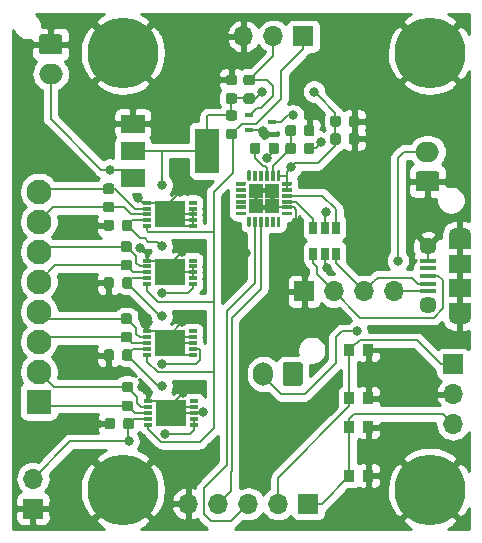
<source format=gbr>
G04 #@! TF.GenerationSoftware,KiCad,Pcbnew,5.1.0-5.1.0*
G04 #@! TF.CreationDate,2019-03-27T16:13:27-07:00*
G04 #@! TF.ProjectId,t962,74393632-2e6b-4696-9361-645f70636258,1.2.3*
G04 #@! TF.SameCoordinates,Original*
G04 #@! TF.FileFunction,Copper,L1,Top*
G04 #@! TF.FilePolarity,Positive*
%FSLAX46Y46*%
G04 Gerber Fmt 4.6, Leading zero omitted, Abs format (unit mm)*
G04 Created by KiCad (PCBNEW 5.1.0-5.1.0) date 2019-03-27 16:13:27*
%MOMM*%
%LPD*%
G04 APERTURE LIST*
%ADD10O,1.700000X1.700000*%
%ADD11R,1.700000X1.700000*%
%ADD12R,0.650000X1.060000*%
%ADD13C,0.100000*%
%ADD14C,1.700000*%
%ADD15O,2.000000X1.700000*%
%ADD16R,2.000000X3.800000*%
%ADD17R,2.000000X1.500000*%
%ADD18R,2.100000X2.100000*%
%ADD19C,2.100000*%
%ADD20C,6.000000*%
%ADD21R,0.900000X1.000000*%
%ADD22C,0.875000*%
%ADD23R,1.300000X1.300000*%
%ADD24C,0.300000*%
%ADD25R,0.300000X0.850000*%
%ADD26R,0.850000X0.300000*%
%ADD27R,1.900000X1.500000*%
%ADD28C,1.450000*%
%ADD29R,1.350000X0.400000*%
%ADD30O,1.900000X1.200000*%
%ADD31R,1.900000X1.200000*%
%ADD32R,0.700000X0.300000*%
%ADD33R,2.600000X2.300000*%
%ADD34O,1.700000X2.000000*%
%ADD35R,0.700000X0.450000*%
%ADD36C,0.800000*%
%ADD37C,0.200000*%
%ADD38C,0.254000*%
G04 APERTURE END LIST*
D10*
X165862000Y-66548000D03*
X165862000Y-64008000D03*
D11*
X165862000Y-61468000D03*
D12*
X154050000Y-52125000D03*
X155000000Y-52125000D03*
X155950000Y-52125000D03*
X155950000Y-49925000D03*
X154050000Y-49925000D03*
X155000000Y-49925000D03*
D13*
G36*
X164474504Y-45151204D02*
G01*
X164498773Y-45154804D01*
X164522571Y-45160765D01*
X164545671Y-45169030D01*
X164567849Y-45179520D01*
X164588893Y-45192133D01*
X164608598Y-45206747D01*
X164626777Y-45223223D01*
X164643253Y-45241402D01*
X164657867Y-45261107D01*
X164670480Y-45282151D01*
X164680970Y-45304329D01*
X164689235Y-45327429D01*
X164695196Y-45351227D01*
X164698796Y-45375496D01*
X164700000Y-45400000D01*
X164700000Y-46600000D01*
X164698796Y-46624504D01*
X164695196Y-46648773D01*
X164689235Y-46672571D01*
X164680970Y-46695671D01*
X164670480Y-46717849D01*
X164657867Y-46738893D01*
X164643253Y-46758598D01*
X164626777Y-46776777D01*
X164608598Y-46793253D01*
X164588893Y-46807867D01*
X164567849Y-46820480D01*
X164545671Y-46830970D01*
X164522571Y-46839235D01*
X164498773Y-46845196D01*
X164474504Y-46848796D01*
X164450000Y-46850000D01*
X162950000Y-46850000D01*
X162925496Y-46848796D01*
X162901227Y-46845196D01*
X162877429Y-46839235D01*
X162854329Y-46830970D01*
X162832151Y-46820480D01*
X162811107Y-46807867D01*
X162791402Y-46793253D01*
X162773223Y-46776777D01*
X162756747Y-46758598D01*
X162742133Y-46738893D01*
X162729520Y-46717849D01*
X162719030Y-46695671D01*
X162710765Y-46672571D01*
X162704804Y-46648773D01*
X162701204Y-46624504D01*
X162700000Y-46600000D01*
X162700000Y-45400000D01*
X162701204Y-45375496D01*
X162704804Y-45351227D01*
X162710765Y-45327429D01*
X162719030Y-45304329D01*
X162729520Y-45282151D01*
X162742133Y-45261107D01*
X162756747Y-45241402D01*
X162773223Y-45223223D01*
X162791402Y-45206747D01*
X162811107Y-45192133D01*
X162832151Y-45179520D01*
X162854329Y-45169030D01*
X162877429Y-45160765D01*
X162901227Y-45154804D01*
X162925496Y-45151204D01*
X162950000Y-45150000D01*
X164450000Y-45150000D01*
X164474504Y-45151204D01*
X164474504Y-45151204D01*
G37*
D14*
X163700000Y-46000000D03*
D15*
X163700000Y-43500000D03*
D11*
X130300000Y-73700000D03*
D10*
X130300000Y-71160000D03*
D16*
X145050000Y-43400000D03*
D17*
X138750000Y-43400000D03*
X138750000Y-45700000D03*
X138750000Y-41100000D03*
D18*
X130800000Y-64640000D03*
D19*
X130800000Y-62100000D03*
X130800000Y-59560000D03*
X130800000Y-57020000D03*
X130800000Y-54480000D03*
X130800000Y-51940000D03*
X130800000Y-49400000D03*
X130800000Y-46860000D03*
D20*
X137900000Y-72100000D03*
X163900000Y-72100000D03*
X137900000Y-35100000D03*
X163900000Y-35100000D03*
D21*
X158700000Y-60250000D03*
X157100000Y-60250000D03*
X158700000Y-64350000D03*
X157100000Y-64350000D03*
D13*
G36*
X153932692Y-41226053D02*
G01*
X153953927Y-41229203D01*
X153974751Y-41234419D01*
X153994963Y-41241651D01*
X154014369Y-41250830D01*
X154032782Y-41261866D01*
X154050025Y-41274654D01*
X154065931Y-41289070D01*
X154080347Y-41304976D01*
X154093135Y-41322219D01*
X154104171Y-41340632D01*
X154113350Y-41360038D01*
X154120582Y-41380250D01*
X154125798Y-41401074D01*
X154128948Y-41422309D01*
X154130001Y-41443750D01*
X154130001Y-41956250D01*
X154128948Y-41977691D01*
X154125798Y-41998926D01*
X154120582Y-42019750D01*
X154113350Y-42039962D01*
X154104171Y-42059368D01*
X154093135Y-42077781D01*
X154080347Y-42095024D01*
X154065931Y-42110930D01*
X154050025Y-42125346D01*
X154032782Y-42138134D01*
X154014369Y-42149170D01*
X153994963Y-42158349D01*
X153974751Y-42165581D01*
X153953927Y-42170797D01*
X153932692Y-42173947D01*
X153911251Y-42175000D01*
X153473751Y-42175000D01*
X153452310Y-42173947D01*
X153431075Y-42170797D01*
X153410251Y-42165581D01*
X153390039Y-42158349D01*
X153370633Y-42149170D01*
X153352220Y-42138134D01*
X153334977Y-42125346D01*
X153319071Y-42110930D01*
X153304655Y-42095024D01*
X153291867Y-42077781D01*
X153280831Y-42059368D01*
X153271652Y-42039962D01*
X153264420Y-42019750D01*
X153259204Y-41998926D01*
X153256054Y-41977691D01*
X153255001Y-41956250D01*
X153255001Y-41443750D01*
X153256054Y-41422309D01*
X153259204Y-41401074D01*
X153264420Y-41380250D01*
X153271652Y-41360038D01*
X153280831Y-41340632D01*
X153291867Y-41322219D01*
X153304655Y-41304976D01*
X153319071Y-41289070D01*
X153334977Y-41274654D01*
X153352220Y-41261866D01*
X153370633Y-41250830D01*
X153390039Y-41241651D01*
X153410251Y-41234419D01*
X153431075Y-41229203D01*
X153452310Y-41226053D01*
X153473751Y-41225000D01*
X153911251Y-41225000D01*
X153932692Y-41226053D01*
X153932692Y-41226053D01*
G37*
D22*
X153692501Y-41700000D03*
D13*
G36*
X152357692Y-41226053D02*
G01*
X152378927Y-41229203D01*
X152399751Y-41234419D01*
X152419963Y-41241651D01*
X152439369Y-41250830D01*
X152457782Y-41261866D01*
X152475025Y-41274654D01*
X152490931Y-41289070D01*
X152505347Y-41304976D01*
X152518135Y-41322219D01*
X152529171Y-41340632D01*
X152538350Y-41360038D01*
X152545582Y-41380250D01*
X152550798Y-41401074D01*
X152553948Y-41422309D01*
X152555001Y-41443750D01*
X152555001Y-41956250D01*
X152553948Y-41977691D01*
X152550798Y-41998926D01*
X152545582Y-42019750D01*
X152538350Y-42039962D01*
X152529171Y-42059368D01*
X152518135Y-42077781D01*
X152505347Y-42095024D01*
X152490931Y-42110930D01*
X152475025Y-42125346D01*
X152457782Y-42138134D01*
X152439369Y-42149170D01*
X152419963Y-42158349D01*
X152399751Y-42165581D01*
X152378927Y-42170797D01*
X152357692Y-42173947D01*
X152336251Y-42175000D01*
X151898751Y-42175000D01*
X151877310Y-42173947D01*
X151856075Y-42170797D01*
X151835251Y-42165581D01*
X151815039Y-42158349D01*
X151795633Y-42149170D01*
X151777220Y-42138134D01*
X151759977Y-42125346D01*
X151744071Y-42110930D01*
X151729655Y-42095024D01*
X151716867Y-42077781D01*
X151705831Y-42059368D01*
X151696652Y-42039962D01*
X151689420Y-42019750D01*
X151684204Y-41998926D01*
X151681054Y-41977691D01*
X151680001Y-41956250D01*
X151680001Y-41443750D01*
X151681054Y-41422309D01*
X151684204Y-41401074D01*
X151689420Y-41380250D01*
X151696652Y-41360038D01*
X151705831Y-41340632D01*
X151716867Y-41322219D01*
X151729655Y-41304976D01*
X151744071Y-41289070D01*
X151759977Y-41274654D01*
X151777220Y-41261866D01*
X151795633Y-41250830D01*
X151815039Y-41241651D01*
X151835251Y-41234419D01*
X151856075Y-41229203D01*
X151877310Y-41226053D01*
X151898751Y-41225000D01*
X152336251Y-41225000D01*
X152357692Y-41226053D01*
X152357692Y-41226053D01*
G37*
D22*
X152117501Y-41700000D03*
D13*
G36*
X153927691Y-42726053D02*
G01*
X153948926Y-42729203D01*
X153969750Y-42734419D01*
X153989962Y-42741651D01*
X154009368Y-42750830D01*
X154027781Y-42761866D01*
X154045024Y-42774654D01*
X154060930Y-42789070D01*
X154075346Y-42804976D01*
X154088134Y-42822219D01*
X154099170Y-42840632D01*
X154108349Y-42860038D01*
X154115581Y-42880250D01*
X154120797Y-42901074D01*
X154123947Y-42922309D01*
X154125000Y-42943750D01*
X154125000Y-43456250D01*
X154123947Y-43477691D01*
X154120797Y-43498926D01*
X154115581Y-43519750D01*
X154108349Y-43539962D01*
X154099170Y-43559368D01*
X154088134Y-43577781D01*
X154075346Y-43595024D01*
X154060930Y-43610930D01*
X154045024Y-43625346D01*
X154027781Y-43638134D01*
X154009368Y-43649170D01*
X153989962Y-43658349D01*
X153969750Y-43665581D01*
X153948926Y-43670797D01*
X153927691Y-43673947D01*
X153906250Y-43675000D01*
X153468750Y-43675000D01*
X153447309Y-43673947D01*
X153426074Y-43670797D01*
X153405250Y-43665581D01*
X153385038Y-43658349D01*
X153365632Y-43649170D01*
X153347219Y-43638134D01*
X153329976Y-43625346D01*
X153314070Y-43610930D01*
X153299654Y-43595024D01*
X153286866Y-43577781D01*
X153275830Y-43559368D01*
X153266651Y-43539962D01*
X153259419Y-43519750D01*
X153254203Y-43498926D01*
X153251053Y-43477691D01*
X153250000Y-43456250D01*
X153250000Y-42943750D01*
X153251053Y-42922309D01*
X153254203Y-42901074D01*
X153259419Y-42880250D01*
X153266651Y-42860038D01*
X153275830Y-42840632D01*
X153286866Y-42822219D01*
X153299654Y-42804976D01*
X153314070Y-42789070D01*
X153329976Y-42774654D01*
X153347219Y-42761866D01*
X153365632Y-42750830D01*
X153385038Y-42741651D01*
X153405250Y-42734419D01*
X153426074Y-42729203D01*
X153447309Y-42726053D01*
X153468750Y-42725000D01*
X153906250Y-42725000D01*
X153927691Y-42726053D01*
X153927691Y-42726053D01*
G37*
D22*
X153687500Y-43200000D03*
D13*
G36*
X152352691Y-42726053D02*
G01*
X152373926Y-42729203D01*
X152394750Y-42734419D01*
X152414962Y-42741651D01*
X152434368Y-42750830D01*
X152452781Y-42761866D01*
X152470024Y-42774654D01*
X152485930Y-42789070D01*
X152500346Y-42804976D01*
X152513134Y-42822219D01*
X152524170Y-42840632D01*
X152533349Y-42860038D01*
X152540581Y-42880250D01*
X152545797Y-42901074D01*
X152548947Y-42922309D01*
X152550000Y-42943750D01*
X152550000Y-43456250D01*
X152548947Y-43477691D01*
X152545797Y-43498926D01*
X152540581Y-43519750D01*
X152533349Y-43539962D01*
X152524170Y-43559368D01*
X152513134Y-43577781D01*
X152500346Y-43595024D01*
X152485930Y-43610930D01*
X152470024Y-43625346D01*
X152452781Y-43638134D01*
X152434368Y-43649170D01*
X152414962Y-43658349D01*
X152394750Y-43665581D01*
X152373926Y-43670797D01*
X152352691Y-43673947D01*
X152331250Y-43675000D01*
X151893750Y-43675000D01*
X151872309Y-43673947D01*
X151851074Y-43670797D01*
X151830250Y-43665581D01*
X151810038Y-43658349D01*
X151790632Y-43649170D01*
X151772219Y-43638134D01*
X151754976Y-43625346D01*
X151739070Y-43610930D01*
X151724654Y-43595024D01*
X151711866Y-43577781D01*
X151700830Y-43559368D01*
X151691651Y-43539962D01*
X151684419Y-43519750D01*
X151679203Y-43498926D01*
X151676053Y-43477691D01*
X151675000Y-43456250D01*
X151675000Y-42943750D01*
X151676053Y-42922309D01*
X151679203Y-42901074D01*
X151684419Y-42880250D01*
X151691651Y-42860038D01*
X151700830Y-42840632D01*
X151711866Y-42822219D01*
X151724654Y-42804976D01*
X151739070Y-42789070D01*
X151754976Y-42774654D01*
X151772219Y-42761866D01*
X151790632Y-42750830D01*
X151810038Y-42741651D01*
X151830250Y-42734419D01*
X151851074Y-42729203D01*
X151872309Y-42726053D01*
X151893750Y-42725000D01*
X152331250Y-42725000D01*
X152352691Y-42726053D01*
X152352691Y-42726053D01*
G37*
D22*
X152112500Y-43200000D03*
D23*
X150500000Y-48100000D03*
X150500000Y-46800000D03*
X149200000Y-48100000D03*
X149200000Y-46800000D03*
D13*
G36*
X151182351Y-48975361D02*
G01*
X151189632Y-48976441D01*
X151196771Y-48978229D01*
X151203701Y-48980709D01*
X151210355Y-48983856D01*
X151216668Y-48987640D01*
X151222579Y-48992024D01*
X151228033Y-48996967D01*
X151232976Y-49002421D01*
X151237360Y-49008332D01*
X151241144Y-49014645D01*
X151244291Y-49021299D01*
X151246771Y-49028229D01*
X151248559Y-49035368D01*
X151249639Y-49042649D01*
X151250000Y-49050000D01*
X151250000Y-49750000D01*
X151249639Y-49757351D01*
X151248559Y-49764632D01*
X151246771Y-49771771D01*
X151244291Y-49778701D01*
X151241144Y-49785355D01*
X151237360Y-49791668D01*
X151232976Y-49797579D01*
X151228033Y-49803033D01*
X151222579Y-49807976D01*
X151216668Y-49812360D01*
X151210355Y-49816144D01*
X151203701Y-49819291D01*
X151196771Y-49821771D01*
X151189632Y-49823559D01*
X151182351Y-49824639D01*
X151175000Y-49825000D01*
X151025000Y-49825000D01*
X151017649Y-49824639D01*
X151010368Y-49823559D01*
X151003229Y-49821771D01*
X150996299Y-49819291D01*
X150989645Y-49816144D01*
X150983332Y-49812360D01*
X150977421Y-49807976D01*
X150971967Y-49803033D01*
X150967024Y-49797579D01*
X150962640Y-49791668D01*
X150958856Y-49785355D01*
X150955709Y-49778701D01*
X150953229Y-49771771D01*
X150951441Y-49764632D01*
X150950361Y-49757351D01*
X150950000Y-49750000D01*
X150950000Y-49050000D01*
X150950361Y-49042649D01*
X150951441Y-49035368D01*
X150953229Y-49028229D01*
X150955709Y-49021299D01*
X150958856Y-49014645D01*
X150962640Y-49008332D01*
X150967024Y-49002421D01*
X150971967Y-48996967D01*
X150977421Y-48992024D01*
X150983332Y-48987640D01*
X150989645Y-48983856D01*
X150996299Y-48980709D01*
X151003229Y-48978229D01*
X151010368Y-48976441D01*
X151017649Y-48975361D01*
X151025000Y-48975000D01*
X151175000Y-48975000D01*
X151182351Y-48975361D01*
X151182351Y-48975361D01*
G37*
D24*
X151100000Y-49400000D03*
D25*
X150600000Y-49400000D03*
X150100000Y-49400000D03*
X149600000Y-49400000D03*
X149100000Y-49400000D03*
D13*
G36*
X148682351Y-48975361D02*
G01*
X148689632Y-48976441D01*
X148696771Y-48978229D01*
X148703701Y-48980709D01*
X148710355Y-48983856D01*
X148716668Y-48987640D01*
X148722579Y-48992024D01*
X148728033Y-48996967D01*
X148732976Y-49002421D01*
X148737360Y-49008332D01*
X148741144Y-49014645D01*
X148744291Y-49021299D01*
X148746771Y-49028229D01*
X148748559Y-49035368D01*
X148749639Y-49042649D01*
X148750000Y-49050000D01*
X148750000Y-49750000D01*
X148749639Y-49757351D01*
X148748559Y-49764632D01*
X148746771Y-49771771D01*
X148744291Y-49778701D01*
X148741144Y-49785355D01*
X148737360Y-49791668D01*
X148732976Y-49797579D01*
X148728033Y-49803033D01*
X148722579Y-49807976D01*
X148716668Y-49812360D01*
X148710355Y-49816144D01*
X148703701Y-49819291D01*
X148696771Y-49821771D01*
X148689632Y-49823559D01*
X148682351Y-49824639D01*
X148675000Y-49825000D01*
X148525000Y-49825000D01*
X148517649Y-49824639D01*
X148510368Y-49823559D01*
X148503229Y-49821771D01*
X148496299Y-49819291D01*
X148489645Y-49816144D01*
X148483332Y-49812360D01*
X148477421Y-49807976D01*
X148471967Y-49803033D01*
X148467024Y-49797579D01*
X148462640Y-49791668D01*
X148458856Y-49785355D01*
X148455709Y-49778701D01*
X148453229Y-49771771D01*
X148451441Y-49764632D01*
X148450361Y-49757351D01*
X148450000Y-49750000D01*
X148450000Y-49050000D01*
X148450361Y-49042649D01*
X148451441Y-49035368D01*
X148453229Y-49028229D01*
X148455709Y-49021299D01*
X148458856Y-49014645D01*
X148462640Y-49008332D01*
X148467024Y-49002421D01*
X148471967Y-48996967D01*
X148477421Y-48992024D01*
X148483332Y-48987640D01*
X148489645Y-48983856D01*
X148496299Y-48980709D01*
X148503229Y-48978229D01*
X148510368Y-48976441D01*
X148517649Y-48975361D01*
X148525000Y-48975000D01*
X148675000Y-48975000D01*
X148682351Y-48975361D01*
X148682351Y-48975361D01*
G37*
D24*
X148600000Y-49400000D03*
D13*
G36*
X148257351Y-48550361D02*
G01*
X148264632Y-48551441D01*
X148271771Y-48553229D01*
X148278701Y-48555709D01*
X148285355Y-48558856D01*
X148291668Y-48562640D01*
X148297579Y-48567024D01*
X148303033Y-48571967D01*
X148307976Y-48577421D01*
X148312360Y-48583332D01*
X148316144Y-48589645D01*
X148319291Y-48596299D01*
X148321771Y-48603229D01*
X148323559Y-48610368D01*
X148324639Y-48617649D01*
X148325000Y-48625000D01*
X148325000Y-48775000D01*
X148324639Y-48782351D01*
X148323559Y-48789632D01*
X148321771Y-48796771D01*
X148319291Y-48803701D01*
X148316144Y-48810355D01*
X148312360Y-48816668D01*
X148307976Y-48822579D01*
X148303033Y-48828033D01*
X148297579Y-48832976D01*
X148291668Y-48837360D01*
X148285355Y-48841144D01*
X148278701Y-48844291D01*
X148271771Y-48846771D01*
X148264632Y-48848559D01*
X148257351Y-48849639D01*
X148250000Y-48850000D01*
X147550000Y-48850000D01*
X147542649Y-48849639D01*
X147535368Y-48848559D01*
X147528229Y-48846771D01*
X147521299Y-48844291D01*
X147514645Y-48841144D01*
X147508332Y-48837360D01*
X147502421Y-48832976D01*
X147496967Y-48828033D01*
X147492024Y-48822579D01*
X147487640Y-48816668D01*
X147483856Y-48810355D01*
X147480709Y-48803701D01*
X147478229Y-48796771D01*
X147476441Y-48789632D01*
X147475361Y-48782351D01*
X147475000Y-48775000D01*
X147475000Y-48625000D01*
X147475361Y-48617649D01*
X147476441Y-48610368D01*
X147478229Y-48603229D01*
X147480709Y-48596299D01*
X147483856Y-48589645D01*
X147487640Y-48583332D01*
X147492024Y-48577421D01*
X147496967Y-48571967D01*
X147502421Y-48567024D01*
X147508332Y-48562640D01*
X147514645Y-48558856D01*
X147521299Y-48555709D01*
X147528229Y-48553229D01*
X147535368Y-48551441D01*
X147542649Y-48550361D01*
X147550000Y-48550000D01*
X148250000Y-48550000D01*
X148257351Y-48550361D01*
X148257351Y-48550361D01*
G37*
D24*
X147900000Y-48700000D03*
D26*
X147900000Y-48200000D03*
X147900000Y-47700000D03*
X147900000Y-47200000D03*
X147900000Y-46700000D03*
D13*
G36*
X148257351Y-46050361D02*
G01*
X148264632Y-46051441D01*
X148271771Y-46053229D01*
X148278701Y-46055709D01*
X148285355Y-46058856D01*
X148291668Y-46062640D01*
X148297579Y-46067024D01*
X148303033Y-46071967D01*
X148307976Y-46077421D01*
X148312360Y-46083332D01*
X148316144Y-46089645D01*
X148319291Y-46096299D01*
X148321771Y-46103229D01*
X148323559Y-46110368D01*
X148324639Y-46117649D01*
X148325000Y-46125000D01*
X148325000Y-46275000D01*
X148324639Y-46282351D01*
X148323559Y-46289632D01*
X148321771Y-46296771D01*
X148319291Y-46303701D01*
X148316144Y-46310355D01*
X148312360Y-46316668D01*
X148307976Y-46322579D01*
X148303033Y-46328033D01*
X148297579Y-46332976D01*
X148291668Y-46337360D01*
X148285355Y-46341144D01*
X148278701Y-46344291D01*
X148271771Y-46346771D01*
X148264632Y-46348559D01*
X148257351Y-46349639D01*
X148250000Y-46350000D01*
X147550000Y-46350000D01*
X147542649Y-46349639D01*
X147535368Y-46348559D01*
X147528229Y-46346771D01*
X147521299Y-46344291D01*
X147514645Y-46341144D01*
X147508332Y-46337360D01*
X147502421Y-46332976D01*
X147496967Y-46328033D01*
X147492024Y-46322579D01*
X147487640Y-46316668D01*
X147483856Y-46310355D01*
X147480709Y-46303701D01*
X147478229Y-46296771D01*
X147476441Y-46289632D01*
X147475361Y-46282351D01*
X147475000Y-46275000D01*
X147475000Y-46125000D01*
X147475361Y-46117649D01*
X147476441Y-46110368D01*
X147478229Y-46103229D01*
X147480709Y-46096299D01*
X147483856Y-46089645D01*
X147487640Y-46083332D01*
X147492024Y-46077421D01*
X147496967Y-46071967D01*
X147502421Y-46067024D01*
X147508332Y-46062640D01*
X147514645Y-46058856D01*
X147521299Y-46055709D01*
X147528229Y-46053229D01*
X147535368Y-46051441D01*
X147542649Y-46050361D01*
X147550000Y-46050000D01*
X148250000Y-46050000D01*
X148257351Y-46050361D01*
X148257351Y-46050361D01*
G37*
D24*
X147900000Y-46200000D03*
D13*
G36*
X148682351Y-45075361D02*
G01*
X148689632Y-45076441D01*
X148696771Y-45078229D01*
X148703701Y-45080709D01*
X148710355Y-45083856D01*
X148716668Y-45087640D01*
X148722579Y-45092024D01*
X148728033Y-45096967D01*
X148732976Y-45102421D01*
X148737360Y-45108332D01*
X148741144Y-45114645D01*
X148744291Y-45121299D01*
X148746771Y-45128229D01*
X148748559Y-45135368D01*
X148749639Y-45142649D01*
X148750000Y-45150000D01*
X148750000Y-45850000D01*
X148749639Y-45857351D01*
X148748559Y-45864632D01*
X148746771Y-45871771D01*
X148744291Y-45878701D01*
X148741144Y-45885355D01*
X148737360Y-45891668D01*
X148732976Y-45897579D01*
X148728033Y-45903033D01*
X148722579Y-45907976D01*
X148716668Y-45912360D01*
X148710355Y-45916144D01*
X148703701Y-45919291D01*
X148696771Y-45921771D01*
X148689632Y-45923559D01*
X148682351Y-45924639D01*
X148675000Y-45925000D01*
X148525000Y-45925000D01*
X148517649Y-45924639D01*
X148510368Y-45923559D01*
X148503229Y-45921771D01*
X148496299Y-45919291D01*
X148489645Y-45916144D01*
X148483332Y-45912360D01*
X148477421Y-45907976D01*
X148471967Y-45903033D01*
X148467024Y-45897579D01*
X148462640Y-45891668D01*
X148458856Y-45885355D01*
X148455709Y-45878701D01*
X148453229Y-45871771D01*
X148451441Y-45864632D01*
X148450361Y-45857351D01*
X148450000Y-45850000D01*
X148450000Y-45150000D01*
X148450361Y-45142649D01*
X148451441Y-45135368D01*
X148453229Y-45128229D01*
X148455709Y-45121299D01*
X148458856Y-45114645D01*
X148462640Y-45108332D01*
X148467024Y-45102421D01*
X148471967Y-45096967D01*
X148477421Y-45092024D01*
X148483332Y-45087640D01*
X148489645Y-45083856D01*
X148496299Y-45080709D01*
X148503229Y-45078229D01*
X148510368Y-45076441D01*
X148517649Y-45075361D01*
X148525000Y-45075000D01*
X148675000Y-45075000D01*
X148682351Y-45075361D01*
X148682351Y-45075361D01*
G37*
D24*
X148600000Y-45500000D03*
D25*
X149100000Y-45500000D03*
X149600000Y-45500000D03*
X150100000Y-45500000D03*
X150600000Y-45500000D03*
D13*
G36*
X151182351Y-45075361D02*
G01*
X151189632Y-45076441D01*
X151196771Y-45078229D01*
X151203701Y-45080709D01*
X151210355Y-45083856D01*
X151216668Y-45087640D01*
X151222579Y-45092024D01*
X151228033Y-45096967D01*
X151232976Y-45102421D01*
X151237360Y-45108332D01*
X151241144Y-45114645D01*
X151244291Y-45121299D01*
X151246771Y-45128229D01*
X151248559Y-45135368D01*
X151249639Y-45142649D01*
X151250000Y-45150000D01*
X151250000Y-45850000D01*
X151249639Y-45857351D01*
X151248559Y-45864632D01*
X151246771Y-45871771D01*
X151244291Y-45878701D01*
X151241144Y-45885355D01*
X151237360Y-45891668D01*
X151232976Y-45897579D01*
X151228033Y-45903033D01*
X151222579Y-45907976D01*
X151216668Y-45912360D01*
X151210355Y-45916144D01*
X151203701Y-45919291D01*
X151196771Y-45921771D01*
X151189632Y-45923559D01*
X151182351Y-45924639D01*
X151175000Y-45925000D01*
X151025000Y-45925000D01*
X151017649Y-45924639D01*
X151010368Y-45923559D01*
X151003229Y-45921771D01*
X150996299Y-45919291D01*
X150989645Y-45916144D01*
X150983332Y-45912360D01*
X150977421Y-45907976D01*
X150971967Y-45903033D01*
X150967024Y-45897579D01*
X150962640Y-45891668D01*
X150958856Y-45885355D01*
X150955709Y-45878701D01*
X150953229Y-45871771D01*
X150951441Y-45864632D01*
X150950361Y-45857351D01*
X150950000Y-45850000D01*
X150950000Y-45150000D01*
X150950361Y-45142649D01*
X150951441Y-45135368D01*
X150953229Y-45128229D01*
X150955709Y-45121299D01*
X150958856Y-45114645D01*
X150962640Y-45108332D01*
X150967024Y-45102421D01*
X150971967Y-45096967D01*
X150977421Y-45092024D01*
X150983332Y-45087640D01*
X150989645Y-45083856D01*
X150996299Y-45080709D01*
X151003229Y-45078229D01*
X151010368Y-45076441D01*
X151017649Y-45075361D01*
X151025000Y-45075000D01*
X151175000Y-45075000D01*
X151182351Y-45075361D01*
X151182351Y-45075361D01*
G37*
D24*
X151100000Y-45500000D03*
D13*
G36*
X152157351Y-46050361D02*
G01*
X152164632Y-46051441D01*
X152171771Y-46053229D01*
X152178701Y-46055709D01*
X152185355Y-46058856D01*
X152191668Y-46062640D01*
X152197579Y-46067024D01*
X152203033Y-46071967D01*
X152207976Y-46077421D01*
X152212360Y-46083332D01*
X152216144Y-46089645D01*
X152219291Y-46096299D01*
X152221771Y-46103229D01*
X152223559Y-46110368D01*
X152224639Y-46117649D01*
X152225000Y-46125000D01*
X152225000Y-46275000D01*
X152224639Y-46282351D01*
X152223559Y-46289632D01*
X152221771Y-46296771D01*
X152219291Y-46303701D01*
X152216144Y-46310355D01*
X152212360Y-46316668D01*
X152207976Y-46322579D01*
X152203033Y-46328033D01*
X152197579Y-46332976D01*
X152191668Y-46337360D01*
X152185355Y-46341144D01*
X152178701Y-46344291D01*
X152171771Y-46346771D01*
X152164632Y-46348559D01*
X152157351Y-46349639D01*
X152150000Y-46350000D01*
X151450000Y-46350000D01*
X151442649Y-46349639D01*
X151435368Y-46348559D01*
X151428229Y-46346771D01*
X151421299Y-46344291D01*
X151414645Y-46341144D01*
X151408332Y-46337360D01*
X151402421Y-46332976D01*
X151396967Y-46328033D01*
X151392024Y-46322579D01*
X151387640Y-46316668D01*
X151383856Y-46310355D01*
X151380709Y-46303701D01*
X151378229Y-46296771D01*
X151376441Y-46289632D01*
X151375361Y-46282351D01*
X151375000Y-46275000D01*
X151375000Y-46125000D01*
X151375361Y-46117649D01*
X151376441Y-46110368D01*
X151378229Y-46103229D01*
X151380709Y-46096299D01*
X151383856Y-46089645D01*
X151387640Y-46083332D01*
X151392024Y-46077421D01*
X151396967Y-46071967D01*
X151402421Y-46067024D01*
X151408332Y-46062640D01*
X151414645Y-46058856D01*
X151421299Y-46055709D01*
X151428229Y-46053229D01*
X151435368Y-46051441D01*
X151442649Y-46050361D01*
X151450000Y-46050000D01*
X152150000Y-46050000D01*
X152157351Y-46050361D01*
X152157351Y-46050361D01*
G37*
D24*
X151800000Y-46200000D03*
D26*
X151800000Y-46700000D03*
X151800000Y-47200000D03*
X151800000Y-47700000D03*
X151800000Y-48200000D03*
D13*
G36*
X152157351Y-48550361D02*
G01*
X152164632Y-48551441D01*
X152171771Y-48553229D01*
X152178701Y-48555709D01*
X152185355Y-48558856D01*
X152191668Y-48562640D01*
X152197579Y-48567024D01*
X152203033Y-48571967D01*
X152207976Y-48577421D01*
X152212360Y-48583332D01*
X152216144Y-48589645D01*
X152219291Y-48596299D01*
X152221771Y-48603229D01*
X152223559Y-48610368D01*
X152224639Y-48617649D01*
X152225000Y-48625000D01*
X152225000Y-48775000D01*
X152224639Y-48782351D01*
X152223559Y-48789632D01*
X152221771Y-48796771D01*
X152219291Y-48803701D01*
X152216144Y-48810355D01*
X152212360Y-48816668D01*
X152207976Y-48822579D01*
X152203033Y-48828033D01*
X152197579Y-48832976D01*
X152191668Y-48837360D01*
X152185355Y-48841144D01*
X152178701Y-48844291D01*
X152171771Y-48846771D01*
X152164632Y-48848559D01*
X152157351Y-48849639D01*
X152150000Y-48850000D01*
X151450000Y-48850000D01*
X151442649Y-48849639D01*
X151435368Y-48848559D01*
X151428229Y-48846771D01*
X151421299Y-48844291D01*
X151414645Y-48841144D01*
X151408332Y-48837360D01*
X151402421Y-48832976D01*
X151396967Y-48828033D01*
X151392024Y-48822579D01*
X151387640Y-48816668D01*
X151383856Y-48810355D01*
X151380709Y-48803701D01*
X151378229Y-48796771D01*
X151376441Y-48789632D01*
X151375361Y-48782351D01*
X151375000Y-48775000D01*
X151375000Y-48625000D01*
X151375361Y-48617649D01*
X151376441Y-48610368D01*
X151378229Y-48603229D01*
X151380709Y-48596299D01*
X151383856Y-48589645D01*
X151387640Y-48583332D01*
X151392024Y-48577421D01*
X151396967Y-48571967D01*
X151402421Y-48567024D01*
X151408332Y-48562640D01*
X151414645Y-48558856D01*
X151421299Y-48555709D01*
X151428229Y-48553229D01*
X151435368Y-48551441D01*
X151442649Y-48550361D01*
X151450000Y-48550000D01*
X152150000Y-48550000D01*
X152157351Y-48550361D01*
X152157351Y-48550361D01*
G37*
D24*
X151800000Y-48700000D03*
D27*
X166437500Y-53000000D03*
D28*
X163737500Y-56500000D03*
D29*
X163737500Y-54650000D03*
X163737500Y-55300000D03*
X163737500Y-52700000D03*
X163737500Y-53350000D03*
X163737500Y-54000000D03*
D28*
X163737500Y-51500000D03*
D27*
X166437500Y-55000000D03*
D30*
X166437500Y-57500000D03*
X166437500Y-50500000D03*
D31*
X166437500Y-51100000D03*
X166437500Y-56900000D03*
D13*
G36*
X147377691Y-41551053D02*
G01*
X147398926Y-41554203D01*
X147419750Y-41559419D01*
X147439962Y-41566651D01*
X147459368Y-41575830D01*
X147477781Y-41586866D01*
X147495024Y-41599654D01*
X147510930Y-41614070D01*
X147525346Y-41629976D01*
X147538134Y-41647219D01*
X147549170Y-41665632D01*
X147558349Y-41685038D01*
X147565581Y-41705250D01*
X147570797Y-41726074D01*
X147573947Y-41747309D01*
X147575000Y-41768750D01*
X147575000Y-42206250D01*
X147573947Y-42227691D01*
X147570797Y-42248926D01*
X147565581Y-42269750D01*
X147558349Y-42289962D01*
X147549170Y-42309368D01*
X147538134Y-42327781D01*
X147525346Y-42345024D01*
X147510930Y-42360930D01*
X147495024Y-42375346D01*
X147477781Y-42388134D01*
X147459368Y-42399170D01*
X147439962Y-42408349D01*
X147419750Y-42415581D01*
X147398926Y-42420797D01*
X147377691Y-42423947D01*
X147356250Y-42425000D01*
X146843750Y-42425000D01*
X146822309Y-42423947D01*
X146801074Y-42420797D01*
X146780250Y-42415581D01*
X146760038Y-42408349D01*
X146740632Y-42399170D01*
X146722219Y-42388134D01*
X146704976Y-42375346D01*
X146689070Y-42360930D01*
X146674654Y-42345024D01*
X146661866Y-42327781D01*
X146650830Y-42309368D01*
X146641651Y-42289962D01*
X146634419Y-42269750D01*
X146629203Y-42248926D01*
X146626053Y-42227691D01*
X146625000Y-42206250D01*
X146625000Y-41768750D01*
X146626053Y-41747309D01*
X146629203Y-41726074D01*
X146634419Y-41705250D01*
X146641651Y-41685038D01*
X146650830Y-41665632D01*
X146661866Y-41647219D01*
X146674654Y-41629976D01*
X146689070Y-41614070D01*
X146704976Y-41599654D01*
X146722219Y-41586866D01*
X146740632Y-41575830D01*
X146760038Y-41566651D01*
X146780250Y-41559419D01*
X146801074Y-41554203D01*
X146822309Y-41551053D01*
X146843750Y-41550000D01*
X147356250Y-41550000D01*
X147377691Y-41551053D01*
X147377691Y-41551053D01*
G37*
D22*
X147100000Y-41987500D03*
D13*
G36*
X147377691Y-39976053D02*
G01*
X147398926Y-39979203D01*
X147419750Y-39984419D01*
X147439962Y-39991651D01*
X147459368Y-40000830D01*
X147477781Y-40011866D01*
X147495024Y-40024654D01*
X147510930Y-40039070D01*
X147525346Y-40054976D01*
X147538134Y-40072219D01*
X147549170Y-40090632D01*
X147558349Y-40110038D01*
X147565581Y-40130250D01*
X147570797Y-40151074D01*
X147573947Y-40172309D01*
X147575000Y-40193750D01*
X147575000Y-40631250D01*
X147573947Y-40652691D01*
X147570797Y-40673926D01*
X147565581Y-40694750D01*
X147558349Y-40714962D01*
X147549170Y-40734368D01*
X147538134Y-40752781D01*
X147525346Y-40770024D01*
X147510930Y-40785930D01*
X147495024Y-40800346D01*
X147477781Y-40813134D01*
X147459368Y-40824170D01*
X147439962Y-40833349D01*
X147419750Y-40840581D01*
X147398926Y-40845797D01*
X147377691Y-40848947D01*
X147356250Y-40850000D01*
X146843750Y-40850000D01*
X146822309Y-40848947D01*
X146801074Y-40845797D01*
X146780250Y-40840581D01*
X146760038Y-40833349D01*
X146740632Y-40824170D01*
X146722219Y-40813134D01*
X146704976Y-40800346D01*
X146689070Y-40785930D01*
X146674654Y-40770024D01*
X146661866Y-40752781D01*
X146650830Y-40734368D01*
X146641651Y-40714962D01*
X146634419Y-40694750D01*
X146629203Y-40673926D01*
X146626053Y-40652691D01*
X146625000Y-40631250D01*
X146625000Y-40193750D01*
X146626053Y-40172309D01*
X146629203Y-40151074D01*
X146634419Y-40130250D01*
X146641651Y-40110038D01*
X146650830Y-40090632D01*
X146661866Y-40072219D01*
X146674654Y-40054976D01*
X146689070Y-40039070D01*
X146704976Y-40024654D01*
X146722219Y-40011866D01*
X146740632Y-40000830D01*
X146760038Y-39991651D01*
X146780250Y-39984419D01*
X146801074Y-39979203D01*
X146822309Y-39976053D01*
X146843750Y-39975000D01*
X147356250Y-39975000D01*
X147377691Y-39976053D01*
X147377691Y-39976053D01*
G37*
D22*
X147100000Y-40412500D03*
D13*
G36*
X150927691Y-42726053D02*
G01*
X150948926Y-42729203D01*
X150969750Y-42734419D01*
X150989962Y-42741651D01*
X151009368Y-42750830D01*
X151027781Y-42761866D01*
X151045024Y-42774654D01*
X151060930Y-42789070D01*
X151075346Y-42804976D01*
X151088134Y-42822219D01*
X151099170Y-42840632D01*
X151108349Y-42860038D01*
X151115581Y-42880250D01*
X151120797Y-42901074D01*
X151123947Y-42922309D01*
X151125000Y-42943750D01*
X151125000Y-43456250D01*
X151123947Y-43477691D01*
X151120797Y-43498926D01*
X151115581Y-43519750D01*
X151108349Y-43539962D01*
X151099170Y-43559368D01*
X151088134Y-43577781D01*
X151075346Y-43595024D01*
X151060930Y-43610930D01*
X151045024Y-43625346D01*
X151027781Y-43638134D01*
X151009368Y-43649170D01*
X150989962Y-43658349D01*
X150969750Y-43665581D01*
X150948926Y-43670797D01*
X150927691Y-43673947D01*
X150906250Y-43675000D01*
X150468750Y-43675000D01*
X150447309Y-43673947D01*
X150426074Y-43670797D01*
X150405250Y-43665581D01*
X150385038Y-43658349D01*
X150365632Y-43649170D01*
X150347219Y-43638134D01*
X150329976Y-43625346D01*
X150314070Y-43610930D01*
X150299654Y-43595024D01*
X150286866Y-43577781D01*
X150275830Y-43559368D01*
X150266651Y-43539962D01*
X150259419Y-43519750D01*
X150254203Y-43498926D01*
X150251053Y-43477691D01*
X150250000Y-43456250D01*
X150250000Y-42943750D01*
X150251053Y-42922309D01*
X150254203Y-42901074D01*
X150259419Y-42880250D01*
X150266651Y-42860038D01*
X150275830Y-42840632D01*
X150286866Y-42822219D01*
X150299654Y-42804976D01*
X150314070Y-42789070D01*
X150329976Y-42774654D01*
X150347219Y-42761866D01*
X150365632Y-42750830D01*
X150385038Y-42741651D01*
X150405250Y-42734419D01*
X150426074Y-42729203D01*
X150447309Y-42726053D01*
X150468750Y-42725000D01*
X150906250Y-42725000D01*
X150927691Y-42726053D01*
X150927691Y-42726053D01*
G37*
D22*
X150687500Y-43200000D03*
D13*
G36*
X149352691Y-42726053D02*
G01*
X149373926Y-42729203D01*
X149394750Y-42734419D01*
X149414962Y-42741651D01*
X149434368Y-42750830D01*
X149452781Y-42761866D01*
X149470024Y-42774654D01*
X149485930Y-42789070D01*
X149500346Y-42804976D01*
X149513134Y-42822219D01*
X149524170Y-42840632D01*
X149533349Y-42860038D01*
X149540581Y-42880250D01*
X149545797Y-42901074D01*
X149548947Y-42922309D01*
X149550000Y-42943750D01*
X149550000Y-43456250D01*
X149548947Y-43477691D01*
X149545797Y-43498926D01*
X149540581Y-43519750D01*
X149533349Y-43539962D01*
X149524170Y-43559368D01*
X149513134Y-43577781D01*
X149500346Y-43595024D01*
X149485930Y-43610930D01*
X149470024Y-43625346D01*
X149452781Y-43638134D01*
X149434368Y-43649170D01*
X149414962Y-43658349D01*
X149394750Y-43665581D01*
X149373926Y-43670797D01*
X149352691Y-43673947D01*
X149331250Y-43675000D01*
X148893750Y-43675000D01*
X148872309Y-43673947D01*
X148851074Y-43670797D01*
X148830250Y-43665581D01*
X148810038Y-43658349D01*
X148790632Y-43649170D01*
X148772219Y-43638134D01*
X148754976Y-43625346D01*
X148739070Y-43610930D01*
X148724654Y-43595024D01*
X148711866Y-43577781D01*
X148700830Y-43559368D01*
X148691651Y-43539962D01*
X148684419Y-43519750D01*
X148679203Y-43498926D01*
X148676053Y-43477691D01*
X148675000Y-43456250D01*
X148675000Y-42943750D01*
X148676053Y-42922309D01*
X148679203Y-42901074D01*
X148684419Y-42880250D01*
X148691651Y-42860038D01*
X148700830Y-42840632D01*
X148711866Y-42822219D01*
X148724654Y-42804976D01*
X148739070Y-42789070D01*
X148754976Y-42774654D01*
X148772219Y-42761866D01*
X148790632Y-42750830D01*
X148810038Y-42741651D01*
X148830250Y-42734419D01*
X148851074Y-42729203D01*
X148872309Y-42726053D01*
X148893750Y-42725000D01*
X149331250Y-42725000D01*
X149352691Y-42726053D01*
X149352691Y-42726053D01*
G37*
D22*
X149112500Y-43200000D03*
D21*
X157100000Y-70900000D03*
X158700000Y-70900000D03*
X157100000Y-66800000D03*
X158700000Y-66800000D03*
D32*
X143920000Y-64600000D03*
X140080000Y-64600000D03*
X143920000Y-65100000D03*
X140080000Y-65100000D03*
X143920000Y-65600000D03*
X140080000Y-65600000D03*
X143920000Y-66100000D03*
X140080000Y-66100000D03*
X143920000Y-66600000D03*
X140080000Y-66600000D03*
D33*
X142000000Y-65600000D03*
D13*
G36*
X156152691Y-40426053D02*
G01*
X156173926Y-40429203D01*
X156194750Y-40434419D01*
X156214962Y-40441651D01*
X156234368Y-40450830D01*
X156252781Y-40461866D01*
X156270024Y-40474654D01*
X156285930Y-40489070D01*
X156300346Y-40504976D01*
X156313134Y-40522219D01*
X156324170Y-40540632D01*
X156333349Y-40560038D01*
X156340581Y-40580250D01*
X156345797Y-40601074D01*
X156348947Y-40622309D01*
X156350000Y-40643750D01*
X156350000Y-41156250D01*
X156348947Y-41177691D01*
X156345797Y-41198926D01*
X156340581Y-41219750D01*
X156333349Y-41239962D01*
X156324170Y-41259368D01*
X156313134Y-41277781D01*
X156300346Y-41295024D01*
X156285930Y-41310930D01*
X156270024Y-41325346D01*
X156252781Y-41338134D01*
X156234368Y-41349170D01*
X156214962Y-41358349D01*
X156194750Y-41365581D01*
X156173926Y-41370797D01*
X156152691Y-41373947D01*
X156131250Y-41375000D01*
X155693750Y-41375000D01*
X155672309Y-41373947D01*
X155651074Y-41370797D01*
X155630250Y-41365581D01*
X155610038Y-41358349D01*
X155590632Y-41349170D01*
X155572219Y-41338134D01*
X155554976Y-41325346D01*
X155539070Y-41310930D01*
X155524654Y-41295024D01*
X155511866Y-41277781D01*
X155500830Y-41259368D01*
X155491651Y-41239962D01*
X155484419Y-41219750D01*
X155479203Y-41198926D01*
X155476053Y-41177691D01*
X155475000Y-41156250D01*
X155475000Y-40643750D01*
X155476053Y-40622309D01*
X155479203Y-40601074D01*
X155484419Y-40580250D01*
X155491651Y-40560038D01*
X155500830Y-40540632D01*
X155511866Y-40522219D01*
X155524654Y-40504976D01*
X155539070Y-40489070D01*
X155554976Y-40474654D01*
X155572219Y-40461866D01*
X155590632Y-40450830D01*
X155610038Y-40441651D01*
X155630250Y-40434419D01*
X155651074Y-40429203D01*
X155672309Y-40426053D01*
X155693750Y-40425000D01*
X156131250Y-40425000D01*
X156152691Y-40426053D01*
X156152691Y-40426053D01*
G37*
D22*
X155912500Y-40900000D03*
D13*
G36*
X157727691Y-40426053D02*
G01*
X157748926Y-40429203D01*
X157769750Y-40434419D01*
X157789962Y-40441651D01*
X157809368Y-40450830D01*
X157827781Y-40461866D01*
X157845024Y-40474654D01*
X157860930Y-40489070D01*
X157875346Y-40504976D01*
X157888134Y-40522219D01*
X157899170Y-40540632D01*
X157908349Y-40560038D01*
X157915581Y-40580250D01*
X157920797Y-40601074D01*
X157923947Y-40622309D01*
X157925000Y-40643750D01*
X157925000Y-41156250D01*
X157923947Y-41177691D01*
X157920797Y-41198926D01*
X157915581Y-41219750D01*
X157908349Y-41239962D01*
X157899170Y-41259368D01*
X157888134Y-41277781D01*
X157875346Y-41295024D01*
X157860930Y-41310930D01*
X157845024Y-41325346D01*
X157827781Y-41338134D01*
X157809368Y-41349170D01*
X157789962Y-41358349D01*
X157769750Y-41365581D01*
X157748926Y-41370797D01*
X157727691Y-41373947D01*
X157706250Y-41375000D01*
X157268750Y-41375000D01*
X157247309Y-41373947D01*
X157226074Y-41370797D01*
X157205250Y-41365581D01*
X157185038Y-41358349D01*
X157165632Y-41349170D01*
X157147219Y-41338134D01*
X157129976Y-41325346D01*
X157114070Y-41310930D01*
X157099654Y-41295024D01*
X157086866Y-41277781D01*
X157075830Y-41259368D01*
X157066651Y-41239962D01*
X157059419Y-41219750D01*
X157054203Y-41198926D01*
X157051053Y-41177691D01*
X157050000Y-41156250D01*
X157050000Y-40643750D01*
X157051053Y-40622309D01*
X157054203Y-40601074D01*
X157059419Y-40580250D01*
X157066651Y-40560038D01*
X157075830Y-40540632D01*
X157086866Y-40522219D01*
X157099654Y-40504976D01*
X157114070Y-40489070D01*
X157129976Y-40474654D01*
X157147219Y-40461866D01*
X157165632Y-40450830D01*
X157185038Y-40441651D01*
X157205250Y-40434419D01*
X157226074Y-40429203D01*
X157247309Y-40426053D01*
X157268750Y-40425000D01*
X157706250Y-40425000D01*
X157727691Y-40426053D01*
X157727691Y-40426053D01*
G37*
D22*
X157487500Y-40900000D03*
D13*
G36*
X138477691Y-57176053D02*
G01*
X138498926Y-57179203D01*
X138519750Y-57184419D01*
X138539962Y-57191651D01*
X138559368Y-57200830D01*
X138577781Y-57211866D01*
X138595024Y-57224654D01*
X138610930Y-57239070D01*
X138625346Y-57254976D01*
X138638134Y-57272219D01*
X138649170Y-57290632D01*
X138658349Y-57310038D01*
X138665581Y-57330250D01*
X138670797Y-57351074D01*
X138673947Y-57372309D01*
X138675000Y-57393750D01*
X138675000Y-57831250D01*
X138673947Y-57852691D01*
X138670797Y-57873926D01*
X138665581Y-57894750D01*
X138658349Y-57914962D01*
X138649170Y-57934368D01*
X138638134Y-57952781D01*
X138625346Y-57970024D01*
X138610930Y-57985930D01*
X138595024Y-58000346D01*
X138577781Y-58013134D01*
X138559368Y-58024170D01*
X138539962Y-58033349D01*
X138519750Y-58040581D01*
X138498926Y-58045797D01*
X138477691Y-58048947D01*
X138456250Y-58050000D01*
X137943750Y-58050000D01*
X137922309Y-58048947D01*
X137901074Y-58045797D01*
X137880250Y-58040581D01*
X137860038Y-58033349D01*
X137840632Y-58024170D01*
X137822219Y-58013134D01*
X137804976Y-58000346D01*
X137789070Y-57985930D01*
X137774654Y-57970024D01*
X137761866Y-57952781D01*
X137750830Y-57934368D01*
X137741651Y-57914962D01*
X137734419Y-57894750D01*
X137729203Y-57873926D01*
X137726053Y-57852691D01*
X137725000Y-57831250D01*
X137725000Y-57393750D01*
X137726053Y-57372309D01*
X137729203Y-57351074D01*
X137734419Y-57330250D01*
X137741651Y-57310038D01*
X137750830Y-57290632D01*
X137761866Y-57272219D01*
X137774654Y-57254976D01*
X137789070Y-57239070D01*
X137804976Y-57224654D01*
X137822219Y-57211866D01*
X137840632Y-57200830D01*
X137860038Y-57191651D01*
X137880250Y-57184419D01*
X137901074Y-57179203D01*
X137922309Y-57176053D01*
X137943750Y-57175000D01*
X138456250Y-57175000D01*
X138477691Y-57176053D01*
X138477691Y-57176053D01*
G37*
D22*
X138200000Y-57612500D03*
D13*
G36*
X138477691Y-58751053D02*
G01*
X138498926Y-58754203D01*
X138519750Y-58759419D01*
X138539962Y-58766651D01*
X138559368Y-58775830D01*
X138577781Y-58786866D01*
X138595024Y-58799654D01*
X138610930Y-58814070D01*
X138625346Y-58829976D01*
X138638134Y-58847219D01*
X138649170Y-58865632D01*
X138658349Y-58885038D01*
X138665581Y-58905250D01*
X138670797Y-58926074D01*
X138673947Y-58947309D01*
X138675000Y-58968750D01*
X138675000Y-59406250D01*
X138673947Y-59427691D01*
X138670797Y-59448926D01*
X138665581Y-59469750D01*
X138658349Y-59489962D01*
X138649170Y-59509368D01*
X138638134Y-59527781D01*
X138625346Y-59545024D01*
X138610930Y-59560930D01*
X138595024Y-59575346D01*
X138577781Y-59588134D01*
X138559368Y-59599170D01*
X138539962Y-59608349D01*
X138519750Y-59615581D01*
X138498926Y-59620797D01*
X138477691Y-59623947D01*
X138456250Y-59625000D01*
X137943750Y-59625000D01*
X137922309Y-59623947D01*
X137901074Y-59620797D01*
X137880250Y-59615581D01*
X137860038Y-59608349D01*
X137840632Y-59599170D01*
X137822219Y-59588134D01*
X137804976Y-59575346D01*
X137789070Y-59560930D01*
X137774654Y-59545024D01*
X137761866Y-59527781D01*
X137750830Y-59509368D01*
X137741651Y-59489962D01*
X137734419Y-59469750D01*
X137729203Y-59448926D01*
X137726053Y-59427691D01*
X137725000Y-59406250D01*
X137725000Y-58968750D01*
X137726053Y-58947309D01*
X137729203Y-58926074D01*
X137734419Y-58905250D01*
X137741651Y-58885038D01*
X137750830Y-58865632D01*
X137761866Y-58847219D01*
X137774654Y-58829976D01*
X137789070Y-58814070D01*
X137804976Y-58799654D01*
X137822219Y-58786866D01*
X137840632Y-58775830D01*
X137860038Y-58766651D01*
X137880250Y-58759419D01*
X137901074Y-58754203D01*
X137922309Y-58751053D01*
X137943750Y-58750000D01*
X138456250Y-58750000D01*
X138477691Y-58751053D01*
X138477691Y-58751053D01*
G37*
D22*
X138200000Y-59187500D03*
D13*
G36*
X137052691Y-66026053D02*
G01*
X137073926Y-66029203D01*
X137094750Y-66034419D01*
X137114962Y-66041651D01*
X137134368Y-66050830D01*
X137152781Y-66061866D01*
X137170024Y-66074654D01*
X137185930Y-66089070D01*
X137200346Y-66104976D01*
X137213134Y-66122219D01*
X137224170Y-66140632D01*
X137233349Y-66160038D01*
X137240581Y-66180250D01*
X137245797Y-66201074D01*
X137248947Y-66222309D01*
X137250000Y-66243750D01*
X137250000Y-66756250D01*
X137248947Y-66777691D01*
X137245797Y-66798926D01*
X137240581Y-66819750D01*
X137233349Y-66839962D01*
X137224170Y-66859368D01*
X137213134Y-66877781D01*
X137200346Y-66895024D01*
X137185930Y-66910930D01*
X137170024Y-66925346D01*
X137152781Y-66938134D01*
X137134368Y-66949170D01*
X137114962Y-66958349D01*
X137094750Y-66965581D01*
X137073926Y-66970797D01*
X137052691Y-66973947D01*
X137031250Y-66975000D01*
X136593750Y-66975000D01*
X136572309Y-66973947D01*
X136551074Y-66970797D01*
X136530250Y-66965581D01*
X136510038Y-66958349D01*
X136490632Y-66949170D01*
X136472219Y-66938134D01*
X136454976Y-66925346D01*
X136439070Y-66910930D01*
X136424654Y-66895024D01*
X136411866Y-66877781D01*
X136400830Y-66859368D01*
X136391651Y-66839962D01*
X136384419Y-66819750D01*
X136379203Y-66798926D01*
X136376053Y-66777691D01*
X136375000Y-66756250D01*
X136375000Y-66243750D01*
X136376053Y-66222309D01*
X136379203Y-66201074D01*
X136384419Y-66180250D01*
X136391651Y-66160038D01*
X136400830Y-66140632D01*
X136411866Y-66122219D01*
X136424654Y-66104976D01*
X136439070Y-66089070D01*
X136454976Y-66074654D01*
X136472219Y-66061866D01*
X136490632Y-66050830D01*
X136510038Y-66041651D01*
X136530250Y-66034419D01*
X136551074Y-66029203D01*
X136572309Y-66026053D01*
X136593750Y-66025000D01*
X137031250Y-66025000D01*
X137052691Y-66026053D01*
X137052691Y-66026053D01*
G37*
D22*
X136812500Y-66500000D03*
D13*
G36*
X138627691Y-66026053D02*
G01*
X138648926Y-66029203D01*
X138669750Y-66034419D01*
X138689962Y-66041651D01*
X138709368Y-66050830D01*
X138727781Y-66061866D01*
X138745024Y-66074654D01*
X138760930Y-66089070D01*
X138775346Y-66104976D01*
X138788134Y-66122219D01*
X138799170Y-66140632D01*
X138808349Y-66160038D01*
X138815581Y-66180250D01*
X138820797Y-66201074D01*
X138823947Y-66222309D01*
X138825000Y-66243750D01*
X138825000Y-66756250D01*
X138823947Y-66777691D01*
X138820797Y-66798926D01*
X138815581Y-66819750D01*
X138808349Y-66839962D01*
X138799170Y-66859368D01*
X138788134Y-66877781D01*
X138775346Y-66895024D01*
X138760930Y-66910930D01*
X138745024Y-66925346D01*
X138727781Y-66938134D01*
X138709368Y-66949170D01*
X138689962Y-66958349D01*
X138669750Y-66965581D01*
X138648926Y-66970797D01*
X138627691Y-66973947D01*
X138606250Y-66975000D01*
X138168750Y-66975000D01*
X138147309Y-66973947D01*
X138126074Y-66970797D01*
X138105250Y-66965581D01*
X138085038Y-66958349D01*
X138065632Y-66949170D01*
X138047219Y-66938134D01*
X138029976Y-66925346D01*
X138014070Y-66910930D01*
X137999654Y-66895024D01*
X137986866Y-66877781D01*
X137975830Y-66859368D01*
X137966651Y-66839962D01*
X137959419Y-66819750D01*
X137954203Y-66798926D01*
X137951053Y-66777691D01*
X137950000Y-66756250D01*
X137950000Y-66243750D01*
X137951053Y-66222309D01*
X137954203Y-66201074D01*
X137959419Y-66180250D01*
X137966651Y-66160038D01*
X137975830Y-66140632D01*
X137986866Y-66122219D01*
X137999654Y-66104976D01*
X138014070Y-66089070D01*
X138029976Y-66074654D01*
X138047219Y-66061866D01*
X138065632Y-66050830D01*
X138085038Y-66041651D01*
X138105250Y-66034419D01*
X138126074Y-66029203D01*
X138147309Y-66026053D01*
X138168750Y-66025000D01*
X138606250Y-66025000D01*
X138627691Y-66026053D01*
X138627691Y-66026053D01*
G37*
D22*
X138387500Y-66500000D03*
D13*
G36*
X138577691Y-62976053D02*
G01*
X138598926Y-62979203D01*
X138619750Y-62984419D01*
X138639962Y-62991651D01*
X138659368Y-63000830D01*
X138677781Y-63011866D01*
X138695024Y-63024654D01*
X138710930Y-63039070D01*
X138725346Y-63054976D01*
X138738134Y-63072219D01*
X138749170Y-63090632D01*
X138758349Y-63110038D01*
X138765581Y-63130250D01*
X138770797Y-63151074D01*
X138773947Y-63172309D01*
X138775000Y-63193750D01*
X138775000Y-63631250D01*
X138773947Y-63652691D01*
X138770797Y-63673926D01*
X138765581Y-63694750D01*
X138758349Y-63714962D01*
X138749170Y-63734368D01*
X138738134Y-63752781D01*
X138725346Y-63770024D01*
X138710930Y-63785930D01*
X138695024Y-63800346D01*
X138677781Y-63813134D01*
X138659368Y-63824170D01*
X138639962Y-63833349D01*
X138619750Y-63840581D01*
X138598926Y-63845797D01*
X138577691Y-63848947D01*
X138556250Y-63850000D01*
X138043750Y-63850000D01*
X138022309Y-63848947D01*
X138001074Y-63845797D01*
X137980250Y-63840581D01*
X137960038Y-63833349D01*
X137940632Y-63824170D01*
X137922219Y-63813134D01*
X137904976Y-63800346D01*
X137889070Y-63785930D01*
X137874654Y-63770024D01*
X137861866Y-63752781D01*
X137850830Y-63734368D01*
X137841651Y-63714962D01*
X137834419Y-63694750D01*
X137829203Y-63673926D01*
X137826053Y-63652691D01*
X137825000Y-63631250D01*
X137825000Y-63193750D01*
X137826053Y-63172309D01*
X137829203Y-63151074D01*
X137834419Y-63130250D01*
X137841651Y-63110038D01*
X137850830Y-63090632D01*
X137861866Y-63072219D01*
X137874654Y-63054976D01*
X137889070Y-63039070D01*
X137904976Y-63024654D01*
X137922219Y-63011866D01*
X137940632Y-63000830D01*
X137960038Y-62991651D01*
X137980250Y-62984419D01*
X138001074Y-62979203D01*
X138022309Y-62976053D01*
X138043750Y-62975000D01*
X138556250Y-62975000D01*
X138577691Y-62976053D01*
X138577691Y-62976053D01*
G37*
D22*
X138300000Y-63412500D03*
D13*
G36*
X138577691Y-64551053D02*
G01*
X138598926Y-64554203D01*
X138619750Y-64559419D01*
X138639962Y-64566651D01*
X138659368Y-64575830D01*
X138677781Y-64586866D01*
X138695024Y-64599654D01*
X138710930Y-64614070D01*
X138725346Y-64629976D01*
X138738134Y-64647219D01*
X138749170Y-64665632D01*
X138758349Y-64685038D01*
X138765581Y-64705250D01*
X138770797Y-64726074D01*
X138773947Y-64747309D01*
X138775000Y-64768750D01*
X138775000Y-65206250D01*
X138773947Y-65227691D01*
X138770797Y-65248926D01*
X138765581Y-65269750D01*
X138758349Y-65289962D01*
X138749170Y-65309368D01*
X138738134Y-65327781D01*
X138725346Y-65345024D01*
X138710930Y-65360930D01*
X138695024Y-65375346D01*
X138677781Y-65388134D01*
X138659368Y-65399170D01*
X138639962Y-65408349D01*
X138619750Y-65415581D01*
X138598926Y-65420797D01*
X138577691Y-65423947D01*
X138556250Y-65425000D01*
X138043750Y-65425000D01*
X138022309Y-65423947D01*
X138001074Y-65420797D01*
X137980250Y-65415581D01*
X137960038Y-65408349D01*
X137940632Y-65399170D01*
X137922219Y-65388134D01*
X137904976Y-65375346D01*
X137889070Y-65360930D01*
X137874654Y-65345024D01*
X137861866Y-65327781D01*
X137850830Y-65309368D01*
X137841651Y-65289962D01*
X137834419Y-65269750D01*
X137829203Y-65248926D01*
X137826053Y-65227691D01*
X137825000Y-65206250D01*
X137825000Y-64768750D01*
X137826053Y-64747309D01*
X137829203Y-64726074D01*
X137834419Y-64705250D01*
X137841651Y-64685038D01*
X137850830Y-64665632D01*
X137861866Y-64647219D01*
X137874654Y-64629976D01*
X137889070Y-64614070D01*
X137904976Y-64599654D01*
X137922219Y-64586866D01*
X137940632Y-64575830D01*
X137960038Y-64566651D01*
X137980250Y-64559419D01*
X138001074Y-64554203D01*
X138022309Y-64551053D01*
X138043750Y-64550000D01*
X138556250Y-64550000D01*
X138577691Y-64551053D01*
X138577691Y-64551053D01*
G37*
D22*
X138300000Y-64987500D03*
D34*
X149800000Y-62300000D03*
D13*
G36*
X152924504Y-61301204D02*
G01*
X152948773Y-61304804D01*
X152972571Y-61310765D01*
X152995671Y-61319030D01*
X153017849Y-61329520D01*
X153038893Y-61342133D01*
X153058598Y-61356747D01*
X153076777Y-61373223D01*
X153093253Y-61391402D01*
X153107867Y-61411107D01*
X153120480Y-61432151D01*
X153130970Y-61454329D01*
X153139235Y-61477429D01*
X153145196Y-61501227D01*
X153148796Y-61525496D01*
X153150000Y-61550000D01*
X153150000Y-63050000D01*
X153148796Y-63074504D01*
X153145196Y-63098773D01*
X153139235Y-63122571D01*
X153130970Y-63145671D01*
X153120480Y-63167849D01*
X153107867Y-63188893D01*
X153093253Y-63208598D01*
X153076777Y-63226777D01*
X153058598Y-63243253D01*
X153038893Y-63257867D01*
X153017849Y-63270480D01*
X152995671Y-63280970D01*
X152972571Y-63289235D01*
X152948773Y-63295196D01*
X152924504Y-63298796D01*
X152900000Y-63300000D01*
X151700000Y-63300000D01*
X151675496Y-63298796D01*
X151651227Y-63295196D01*
X151627429Y-63289235D01*
X151604329Y-63280970D01*
X151582151Y-63270480D01*
X151561107Y-63257867D01*
X151541402Y-63243253D01*
X151523223Y-63226777D01*
X151506747Y-63208598D01*
X151492133Y-63188893D01*
X151479520Y-63167849D01*
X151469030Y-63145671D01*
X151460765Y-63122571D01*
X151454804Y-63098773D01*
X151451204Y-63074504D01*
X151450000Y-63050000D01*
X151450000Y-61550000D01*
X151451204Y-61525496D01*
X151454804Y-61501227D01*
X151460765Y-61477429D01*
X151469030Y-61454329D01*
X151479520Y-61432151D01*
X151492133Y-61411107D01*
X151506747Y-61391402D01*
X151523223Y-61373223D01*
X151541402Y-61356747D01*
X151561107Y-61342133D01*
X151582151Y-61329520D01*
X151604329Y-61319030D01*
X151627429Y-61310765D01*
X151651227Y-61304804D01*
X151675496Y-61301204D01*
X151700000Y-61300000D01*
X152900000Y-61300000D01*
X152924504Y-61301204D01*
X152924504Y-61301204D01*
G37*
D14*
X152300000Y-62300000D03*
D13*
G36*
X132574504Y-33551204D02*
G01*
X132598773Y-33554804D01*
X132622571Y-33560765D01*
X132645671Y-33569030D01*
X132667849Y-33579520D01*
X132688893Y-33592133D01*
X132708598Y-33606747D01*
X132726777Y-33623223D01*
X132743253Y-33641402D01*
X132757867Y-33661107D01*
X132770480Y-33682151D01*
X132780970Y-33704329D01*
X132789235Y-33727429D01*
X132795196Y-33751227D01*
X132798796Y-33775496D01*
X132800000Y-33800000D01*
X132800000Y-35000000D01*
X132798796Y-35024504D01*
X132795196Y-35048773D01*
X132789235Y-35072571D01*
X132780970Y-35095671D01*
X132770480Y-35117849D01*
X132757867Y-35138893D01*
X132743253Y-35158598D01*
X132726777Y-35176777D01*
X132708598Y-35193253D01*
X132688893Y-35207867D01*
X132667849Y-35220480D01*
X132645671Y-35230970D01*
X132622571Y-35239235D01*
X132598773Y-35245196D01*
X132574504Y-35248796D01*
X132550000Y-35250000D01*
X131050000Y-35250000D01*
X131025496Y-35248796D01*
X131001227Y-35245196D01*
X130977429Y-35239235D01*
X130954329Y-35230970D01*
X130932151Y-35220480D01*
X130911107Y-35207867D01*
X130891402Y-35193253D01*
X130873223Y-35176777D01*
X130856747Y-35158598D01*
X130842133Y-35138893D01*
X130829520Y-35117849D01*
X130819030Y-35095671D01*
X130810765Y-35072571D01*
X130804804Y-35048773D01*
X130801204Y-35024504D01*
X130800000Y-35000000D01*
X130800000Y-33800000D01*
X130801204Y-33775496D01*
X130804804Y-33751227D01*
X130810765Y-33727429D01*
X130819030Y-33704329D01*
X130829520Y-33682151D01*
X130842133Y-33661107D01*
X130856747Y-33641402D01*
X130873223Y-33623223D01*
X130891402Y-33606747D01*
X130911107Y-33592133D01*
X130932151Y-33579520D01*
X130954329Y-33569030D01*
X130977429Y-33560765D01*
X131001227Y-33554804D01*
X131025496Y-33551204D01*
X131050000Y-33550000D01*
X132550000Y-33550000D01*
X132574504Y-33551204D01*
X132574504Y-33551204D01*
G37*
D14*
X131800000Y-34400000D03*
D15*
X131800000Y-36900000D03*
D11*
X153200000Y-33700000D03*
D10*
X150660000Y-33700000D03*
X148120000Y-33700000D03*
D11*
X153260000Y-55300000D03*
D10*
X155800000Y-55300000D03*
X158340000Y-55300000D03*
X160880000Y-55300000D03*
D11*
X153600000Y-73300000D03*
D10*
X151060000Y-73300000D03*
X148520000Y-73300000D03*
X145980000Y-73300000D03*
X143440000Y-73300000D03*
D13*
G36*
X148877691Y-36976053D02*
G01*
X148898926Y-36979203D01*
X148919750Y-36984419D01*
X148939962Y-36991651D01*
X148959368Y-37000830D01*
X148977781Y-37011866D01*
X148995024Y-37024654D01*
X149010930Y-37039070D01*
X149025346Y-37054976D01*
X149038134Y-37072219D01*
X149049170Y-37090632D01*
X149058349Y-37110038D01*
X149065581Y-37130250D01*
X149070797Y-37151074D01*
X149073947Y-37172309D01*
X149075000Y-37193750D01*
X149075000Y-37631250D01*
X149073947Y-37652691D01*
X149070797Y-37673926D01*
X149065581Y-37694750D01*
X149058349Y-37714962D01*
X149049170Y-37734368D01*
X149038134Y-37752781D01*
X149025346Y-37770024D01*
X149010930Y-37785930D01*
X148995024Y-37800346D01*
X148977781Y-37813134D01*
X148959368Y-37824170D01*
X148939962Y-37833349D01*
X148919750Y-37840581D01*
X148898926Y-37845797D01*
X148877691Y-37848947D01*
X148856250Y-37850000D01*
X148343750Y-37850000D01*
X148322309Y-37848947D01*
X148301074Y-37845797D01*
X148280250Y-37840581D01*
X148260038Y-37833349D01*
X148240632Y-37824170D01*
X148222219Y-37813134D01*
X148204976Y-37800346D01*
X148189070Y-37785930D01*
X148174654Y-37770024D01*
X148161866Y-37752781D01*
X148150830Y-37734368D01*
X148141651Y-37714962D01*
X148134419Y-37694750D01*
X148129203Y-37673926D01*
X148126053Y-37652691D01*
X148125000Y-37631250D01*
X148125000Y-37193750D01*
X148126053Y-37172309D01*
X148129203Y-37151074D01*
X148134419Y-37130250D01*
X148141651Y-37110038D01*
X148150830Y-37090632D01*
X148161866Y-37072219D01*
X148174654Y-37054976D01*
X148189070Y-37039070D01*
X148204976Y-37024654D01*
X148222219Y-37011866D01*
X148240632Y-37000830D01*
X148260038Y-36991651D01*
X148280250Y-36984419D01*
X148301074Y-36979203D01*
X148322309Y-36976053D01*
X148343750Y-36975000D01*
X148856250Y-36975000D01*
X148877691Y-36976053D01*
X148877691Y-36976053D01*
G37*
D22*
X148600000Y-37412500D03*
D13*
G36*
X148877691Y-38551053D02*
G01*
X148898926Y-38554203D01*
X148919750Y-38559419D01*
X148939962Y-38566651D01*
X148959368Y-38575830D01*
X148977781Y-38586866D01*
X148995024Y-38599654D01*
X149010930Y-38614070D01*
X149025346Y-38629976D01*
X149038134Y-38647219D01*
X149049170Y-38665632D01*
X149058349Y-38685038D01*
X149065581Y-38705250D01*
X149070797Y-38726074D01*
X149073947Y-38747309D01*
X149075000Y-38768750D01*
X149075000Y-39206250D01*
X149073947Y-39227691D01*
X149070797Y-39248926D01*
X149065581Y-39269750D01*
X149058349Y-39289962D01*
X149049170Y-39309368D01*
X149038134Y-39327781D01*
X149025346Y-39345024D01*
X149010930Y-39360930D01*
X148995024Y-39375346D01*
X148977781Y-39388134D01*
X148959368Y-39399170D01*
X148939962Y-39408349D01*
X148919750Y-39415581D01*
X148898926Y-39420797D01*
X148877691Y-39423947D01*
X148856250Y-39425000D01*
X148343750Y-39425000D01*
X148322309Y-39423947D01*
X148301074Y-39420797D01*
X148280250Y-39415581D01*
X148260038Y-39408349D01*
X148240632Y-39399170D01*
X148222219Y-39388134D01*
X148204976Y-39375346D01*
X148189070Y-39360930D01*
X148174654Y-39345024D01*
X148161866Y-39327781D01*
X148150830Y-39309368D01*
X148141651Y-39289962D01*
X148134419Y-39269750D01*
X148129203Y-39248926D01*
X148126053Y-39227691D01*
X148125000Y-39206250D01*
X148125000Y-38768750D01*
X148126053Y-38747309D01*
X148129203Y-38726074D01*
X148134419Y-38705250D01*
X148141651Y-38685038D01*
X148150830Y-38665632D01*
X148161866Y-38647219D01*
X148174654Y-38629976D01*
X148189070Y-38614070D01*
X148204976Y-38599654D01*
X148222219Y-38586866D01*
X148240632Y-38575830D01*
X148260038Y-38566651D01*
X148280250Y-38559419D01*
X148301074Y-38554203D01*
X148322309Y-38551053D01*
X148343750Y-38550000D01*
X148856250Y-38550000D01*
X148877691Y-38551053D01*
X148877691Y-38551053D01*
G37*
D22*
X148600000Y-38987500D03*
D33*
X141900000Y-48800000D03*
D32*
X139980000Y-49800000D03*
X143820000Y-49800000D03*
X139980000Y-49300000D03*
X143820000Y-49300000D03*
X139980000Y-48800000D03*
X143820000Y-48800000D03*
X139980000Y-48300000D03*
X143820000Y-48300000D03*
X139980000Y-47800000D03*
X143820000Y-47800000D03*
X143820000Y-52700000D03*
X139980000Y-52700000D03*
X143820000Y-53200000D03*
X139980000Y-53200000D03*
X143820000Y-53700000D03*
X139980000Y-53700000D03*
X143820000Y-54200000D03*
X139980000Y-54200000D03*
X143820000Y-54700000D03*
X139980000Y-54700000D03*
D33*
X141900000Y-53700000D03*
X141900000Y-59700000D03*
D32*
X139980000Y-60700000D03*
X143820000Y-60700000D03*
X139980000Y-60200000D03*
X143820000Y-60200000D03*
X139980000Y-59700000D03*
X143820000Y-59700000D03*
X139980000Y-59200000D03*
X143820000Y-59200000D03*
X139980000Y-58700000D03*
X143820000Y-58700000D03*
D13*
G36*
X136977691Y-47751053D02*
G01*
X136998926Y-47754203D01*
X137019750Y-47759419D01*
X137039962Y-47766651D01*
X137059368Y-47775830D01*
X137077781Y-47786866D01*
X137095024Y-47799654D01*
X137110930Y-47814070D01*
X137125346Y-47829976D01*
X137138134Y-47847219D01*
X137149170Y-47865632D01*
X137158349Y-47885038D01*
X137165581Y-47905250D01*
X137170797Y-47926074D01*
X137173947Y-47947309D01*
X137175000Y-47968750D01*
X137175000Y-48406250D01*
X137173947Y-48427691D01*
X137170797Y-48448926D01*
X137165581Y-48469750D01*
X137158349Y-48489962D01*
X137149170Y-48509368D01*
X137138134Y-48527781D01*
X137125346Y-48545024D01*
X137110930Y-48560930D01*
X137095024Y-48575346D01*
X137077781Y-48588134D01*
X137059368Y-48599170D01*
X137039962Y-48608349D01*
X137019750Y-48615581D01*
X136998926Y-48620797D01*
X136977691Y-48623947D01*
X136956250Y-48625000D01*
X136443750Y-48625000D01*
X136422309Y-48623947D01*
X136401074Y-48620797D01*
X136380250Y-48615581D01*
X136360038Y-48608349D01*
X136340632Y-48599170D01*
X136322219Y-48588134D01*
X136304976Y-48575346D01*
X136289070Y-48560930D01*
X136274654Y-48545024D01*
X136261866Y-48527781D01*
X136250830Y-48509368D01*
X136241651Y-48489962D01*
X136234419Y-48469750D01*
X136229203Y-48448926D01*
X136226053Y-48427691D01*
X136225000Y-48406250D01*
X136225000Y-47968750D01*
X136226053Y-47947309D01*
X136229203Y-47926074D01*
X136234419Y-47905250D01*
X136241651Y-47885038D01*
X136250830Y-47865632D01*
X136261866Y-47847219D01*
X136274654Y-47829976D01*
X136289070Y-47814070D01*
X136304976Y-47799654D01*
X136322219Y-47786866D01*
X136340632Y-47775830D01*
X136360038Y-47766651D01*
X136380250Y-47759419D01*
X136401074Y-47754203D01*
X136422309Y-47751053D01*
X136443750Y-47750000D01*
X136956250Y-47750000D01*
X136977691Y-47751053D01*
X136977691Y-47751053D01*
G37*
D22*
X136700000Y-48187500D03*
D13*
G36*
X136977691Y-46176053D02*
G01*
X136998926Y-46179203D01*
X137019750Y-46184419D01*
X137039962Y-46191651D01*
X137059368Y-46200830D01*
X137077781Y-46211866D01*
X137095024Y-46224654D01*
X137110930Y-46239070D01*
X137125346Y-46254976D01*
X137138134Y-46272219D01*
X137149170Y-46290632D01*
X137158349Y-46310038D01*
X137165581Y-46330250D01*
X137170797Y-46351074D01*
X137173947Y-46372309D01*
X137175000Y-46393750D01*
X137175000Y-46831250D01*
X137173947Y-46852691D01*
X137170797Y-46873926D01*
X137165581Y-46894750D01*
X137158349Y-46914962D01*
X137149170Y-46934368D01*
X137138134Y-46952781D01*
X137125346Y-46970024D01*
X137110930Y-46985930D01*
X137095024Y-47000346D01*
X137077781Y-47013134D01*
X137059368Y-47024170D01*
X137039962Y-47033349D01*
X137019750Y-47040581D01*
X136998926Y-47045797D01*
X136977691Y-47048947D01*
X136956250Y-47050000D01*
X136443750Y-47050000D01*
X136422309Y-47048947D01*
X136401074Y-47045797D01*
X136380250Y-47040581D01*
X136360038Y-47033349D01*
X136340632Y-47024170D01*
X136322219Y-47013134D01*
X136304976Y-47000346D01*
X136289070Y-46985930D01*
X136274654Y-46970024D01*
X136261866Y-46952781D01*
X136250830Y-46934368D01*
X136241651Y-46914962D01*
X136234419Y-46894750D01*
X136229203Y-46873926D01*
X136226053Y-46852691D01*
X136225000Y-46831250D01*
X136225000Y-46393750D01*
X136226053Y-46372309D01*
X136229203Y-46351074D01*
X136234419Y-46330250D01*
X136241651Y-46310038D01*
X136250830Y-46290632D01*
X136261866Y-46272219D01*
X136274654Y-46254976D01*
X136289070Y-46239070D01*
X136304976Y-46224654D01*
X136322219Y-46211866D01*
X136340632Y-46200830D01*
X136360038Y-46191651D01*
X136380250Y-46184419D01*
X136401074Y-46179203D01*
X136422309Y-46176053D01*
X136443750Y-46175000D01*
X136956250Y-46175000D01*
X136977691Y-46176053D01*
X136977691Y-46176053D01*
G37*
D22*
X136700000Y-46612500D03*
D13*
G36*
X147377691Y-36963553D02*
G01*
X147398926Y-36966703D01*
X147419750Y-36971919D01*
X147439962Y-36979151D01*
X147459368Y-36988330D01*
X147477781Y-36999366D01*
X147495024Y-37012154D01*
X147510930Y-37026570D01*
X147525346Y-37042476D01*
X147538134Y-37059719D01*
X147549170Y-37078132D01*
X147558349Y-37097538D01*
X147565581Y-37117750D01*
X147570797Y-37138574D01*
X147573947Y-37159809D01*
X147575000Y-37181250D01*
X147575000Y-37618750D01*
X147573947Y-37640191D01*
X147570797Y-37661426D01*
X147565581Y-37682250D01*
X147558349Y-37702462D01*
X147549170Y-37721868D01*
X147538134Y-37740281D01*
X147525346Y-37757524D01*
X147510930Y-37773430D01*
X147495024Y-37787846D01*
X147477781Y-37800634D01*
X147459368Y-37811670D01*
X147439962Y-37820849D01*
X147419750Y-37828081D01*
X147398926Y-37833297D01*
X147377691Y-37836447D01*
X147356250Y-37837500D01*
X146843750Y-37837500D01*
X146822309Y-37836447D01*
X146801074Y-37833297D01*
X146780250Y-37828081D01*
X146760038Y-37820849D01*
X146740632Y-37811670D01*
X146722219Y-37800634D01*
X146704976Y-37787846D01*
X146689070Y-37773430D01*
X146674654Y-37757524D01*
X146661866Y-37740281D01*
X146650830Y-37721868D01*
X146641651Y-37702462D01*
X146634419Y-37682250D01*
X146629203Y-37661426D01*
X146626053Y-37640191D01*
X146625000Y-37618750D01*
X146625000Y-37181250D01*
X146626053Y-37159809D01*
X146629203Y-37138574D01*
X146634419Y-37117750D01*
X146641651Y-37097538D01*
X146650830Y-37078132D01*
X146661866Y-37059719D01*
X146674654Y-37042476D01*
X146689070Y-37026570D01*
X146704976Y-37012154D01*
X146722219Y-36999366D01*
X146740632Y-36988330D01*
X146760038Y-36979151D01*
X146780250Y-36971919D01*
X146801074Y-36966703D01*
X146822309Y-36963553D01*
X146843750Y-36962500D01*
X147356250Y-36962500D01*
X147377691Y-36963553D01*
X147377691Y-36963553D01*
G37*
D22*
X147100000Y-37400000D03*
D13*
G36*
X147377691Y-38538553D02*
G01*
X147398926Y-38541703D01*
X147419750Y-38546919D01*
X147439962Y-38554151D01*
X147459368Y-38563330D01*
X147477781Y-38574366D01*
X147495024Y-38587154D01*
X147510930Y-38601570D01*
X147525346Y-38617476D01*
X147538134Y-38634719D01*
X147549170Y-38653132D01*
X147558349Y-38672538D01*
X147565581Y-38692750D01*
X147570797Y-38713574D01*
X147573947Y-38734809D01*
X147575000Y-38756250D01*
X147575000Y-39193750D01*
X147573947Y-39215191D01*
X147570797Y-39236426D01*
X147565581Y-39257250D01*
X147558349Y-39277462D01*
X147549170Y-39296868D01*
X147538134Y-39315281D01*
X147525346Y-39332524D01*
X147510930Y-39348430D01*
X147495024Y-39362846D01*
X147477781Y-39375634D01*
X147459368Y-39386670D01*
X147439962Y-39395849D01*
X147419750Y-39403081D01*
X147398926Y-39408297D01*
X147377691Y-39411447D01*
X147356250Y-39412500D01*
X146843750Y-39412500D01*
X146822309Y-39411447D01*
X146801074Y-39408297D01*
X146780250Y-39403081D01*
X146760038Y-39395849D01*
X146740632Y-39386670D01*
X146722219Y-39375634D01*
X146704976Y-39362846D01*
X146689070Y-39348430D01*
X146674654Y-39332524D01*
X146661866Y-39315281D01*
X146650830Y-39296868D01*
X146641651Y-39277462D01*
X146634419Y-39257250D01*
X146629203Y-39236426D01*
X146626053Y-39215191D01*
X146625000Y-39193750D01*
X146625000Y-38756250D01*
X146626053Y-38734809D01*
X146629203Y-38713574D01*
X146634419Y-38692750D01*
X146641651Y-38672538D01*
X146650830Y-38653132D01*
X146661866Y-38634719D01*
X146674654Y-38617476D01*
X146689070Y-38601570D01*
X146704976Y-38587154D01*
X146722219Y-38574366D01*
X146740632Y-38563330D01*
X146760038Y-38554151D01*
X146780250Y-38546919D01*
X146801074Y-38541703D01*
X146822309Y-38538553D01*
X146843750Y-38537500D01*
X147356250Y-38537500D01*
X147377691Y-38538553D01*
X147377691Y-38538553D01*
G37*
D22*
X147100000Y-38975000D03*
D13*
G36*
X136952691Y-54126053D02*
G01*
X136973926Y-54129203D01*
X136994750Y-54134419D01*
X137014962Y-54141651D01*
X137034368Y-54150830D01*
X137052781Y-54161866D01*
X137070024Y-54174654D01*
X137085930Y-54189070D01*
X137100346Y-54204976D01*
X137113134Y-54222219D01*
X137124170Y-54240632D01*
X137133349Y-54260038D01*
X137140581Y-54280250D01*
X137145797Y-54301074D01*
X137148947Y-54322309D01*
X137150000Y-54343750D01*
X137150000Y-54856250D01*
X137148947Y-54877691D01*
X137145797Y-54898926D01*
X137140581Y-54919750D01*
X137133349Y-54939962D01*
X137124170Y-54959368D01*
X137113134Y-54977781D01*
X137100346Y-54995024D01*
X137085930Y-55010930D01*
X137070024Y-55025346D01*
X137052781Y-55038134D01*
X137034368Y-55049170D01*
X137014962Y-55058349D01*
X136994750Y-55065581D01*
X136973926Y-55070797D01*
X136952691Y-55073947D01*
X136931250Y-55075000D01*
X136493750Y-55075000D01*
X136472309Y-55073947D01*
X136451074Y-55070797D01*
X136430250Y-55065581D01*
X136410038Y-55058349D01*
X136390632Y-55049170D01*
X136372219Y-55038134D01*
X136354976Y-55025346D01*
X136339070Y-55010930D01*
X136324654Y-54995024D01*
X136311866Y-54977781D01*
X136300830Y-54959368D01*
X136291651Y-54939962D01*
X136284419Y-54919750D01*
X136279203Y-54898926D01*
X136276053Y-54877691D01*
X136275000Y-54856250D01*
X136275000Y-54343750D01*
X136276053Y-54322309D01*
X136279203Y-54301074D01*
X136284419Y-54280250D01*
X136291651Y-54260038D01*
X136300830Y-54240632D01*
X136311866Y-54222219D01*
X136324654Y-54204976D01*
X136339070Y-54189070D01*
X136354976Y-54174654D01*
X136372219Y-54161866D01*
X136390632Y-54150830D01*
X136410038Y-54141651D01*
X136430250Y-54134419D01*
X136451074Y-54129203D01*
X136472309Y-54126053D01*
X136493750Y-54125000D01*
X136931250Y-54125000D01*
X136952691Y-54126053D01*
X136952691Y-54126053D01*
G37*
D22*
X136712500Y-54600000D03*
D13*
G36*
X138527691Y-54126053D02*
G01*
X138548926Y-54129203D01*
X138569750Y-54134419D01*
X138589962Y-54141651D01*
X138609368Y-54150830D01*
X138627781Y-54161866D01*
X138645024Y-54174654D01*
X138660930Y-54189070D01*
X138675346Y-54204976D01*
X138688134Y-54222219D01*
X138699170Y-54240632D01*
X138708349Y-54260038D01*
X138715581Y-54280250D01*
X138720797Y-54301074D01*
X138723947Y-54322309D01*
X138725000Y-54343750D01*
X138725000Y-54856250D01*
X138723947Y-54877691D01*
X138720797Y-54898926D01*
X138715581Y-54919750D01*
X138708349Y-54939962D01*
X138699170Y-54959368D01*
X138688134Y-54977781D01*
X138675346Y-54995024D01*
X138660930Y-55010930D01*
X138645024Y-55025346D01*
X138627781Y-55038134D01*
X138609368Y-55049170D01*
X138589962Y-55058349D01*
X138569750Y-55065581D01*
X138548926Y-55070797D01*
X138527691Y-55073947D01*
X138506250Y-55075000D01*
X138068750Y-55075000D01*
X138047309Y-55073947D01*
X138026074Y-55070797D01*
X138005250Y-55065581D01*
X137985038Y-55058349D01*
X137965632Y-55049170D01*
X137947219Y-55038134D01*
X137929976Y-55025346D01*
X137914070Y-55010930D01*
X137899654Y-54995024D01*
X137886866Y-54977781D01*
X137875830Y-54959368D01*
X137866651Y-54939962D01*
X137859419Y-54919750D01*
X137854203Y-54898926D01*
X137851053Y-54877691D01*
X137850000Y-54856250D01*
X137850000Y-54343750D01*
X137851053Y-54322309D01*
X137854203Y-54301074D01*
X137859419Y-54280250D01*
X137866651Y-54260038D01*
X137875830Y-54240632D01*
X137886866Y-54222219D01*
X137899654Y-54204976D01*
X137914070Y-54189070D01*
X137929976Y-54174654D01*
X137947219Y-54161866D01*
X137965632Y-54150830D01*
X137985038Y-54141651D01*
X138005250Y-54134419D01*
X138026074Y-54129203D01*
X138047309Y-54126053D01*
X138068750Y-54125000D01*
X138506250Y-54125000D01*
X138527691Y-54126053D01*
X138527691Y-54126053D01*
G37*
D22*
X138287500Y-54600000D03*
D13*
G36*
X138477691Y-51076053D02*
G01*
X138498926Y-51079203D01*
X138519750Y-51084419D01*
X138539962Y-51091651D01*
X138559368Y-51100830D01*
X138577781Y-51111866D01*
X138595024Y-51124654D01*
X138610930Y-51139070D01*
X138625346Y-51154976D01*
X138638134Y-51172219D01*
X138649170Y-51190632D01*
X138658349Y-51210038D01*
X138665581Y-51230250D01*
X138670797Y-51251074D01*
X138673947Y-51272309D01*
X138675000Y-51293750D01*
X138675000Y-51731250D01*
X138673947Y-51752691D01*
X138670797Y-51773926D01*
X138665581Y-51794750D01*
X138658349Y-51814962D01*
X138649170Y-51834368D01*
X138638134Y-51852781D01*
X138625346Y-51870024D01*
X138610930Y-51885930D01*
X138595024Y-51900346D01*
X138577781Y-51913134D01*
X138559368Y-51924170D01*
X138539962Y-51933349D01*
X138519750Y-51940581D01*
X138498926Y-51945797D01*
X138477691Y-51948947D01*
X138456250Y-51950000D01*
X137943750Y-51950000D01*
X137922309Y-51948947D01*
X137901074Y-51945797D01*
X137880250Y-51940581D01*
X137860038Y-51933349D01*
X137840632Y-51924170D01*
X137822219Y-51913134D01*
X137804976Y-51900346D01*
X137789070Y-51885930D01*
X137774654Y-51870024D01*
X137761866Y-51852781D01*
X137750830Y-51834368D01*
X137741651Y-51814962D01*
X137734419Y-51794750D01*
X137729203Y-51773926D01*
X137726053Y-51752691D01*
X137725000Y-51731250D01*
X137725000Y-51293750D01*
X137726053Y-51272309D01*
X137729203Y-51251074D01*
X137734419Y-51230250D01*
X137741651Y-51210038D01*
X137750830Y-51190632D01*
X137761866Y-51172219D01*
X137774654Y-51154976D01*
X137789070Y-51139070D01*
X137804976Y-51124654D01*
X137822219Y-51111866D01*
X137840632Y-51100830D01*
X137860038Y-51091651D01*
X137880250Y-51084419D01*
X137901074Y-51079203D01*
X137922309Y-51076053D01*
X137943750Y-51075000D01*
X138456250Y-51075000D01*
X138477691Y-51076053D01*
X138477691Y-51076053D01*
G37*
D22*
X138200000Y-51512500D03*
D13*
G36*
X138477691Y-52651053D02*
G01*
X138498926Y-52654203D01*
X138519750Y-52659419D01*
X138539962Y-52666651D01*
X138559368Y-52675830D01*
X138577781Y-52686866D01*
X138595024Y-52699654D01*
X138610930Y-52714070D01*
X138625346Y-52729976D01*
X138638134Y-52747219D01*
X138649170Y-52765632D01*
X138658349Y-52785038D01*
X138665581Y-52805250D01*
X138670797Y-52826074D01*
X138673947Y-52847309D01*
X138675000Y-52868750D01*
X138675000Y-53306250D01*
X138673947Y-53327691D01*
X138670797Y-53348926D01*
X138665581Y-53369750D01*
X138658349Y-53389962D01*
X138649170Y-53409368D01*
X138638134Y-53427781D01*
X138625346Y-53445024D01*
X138610930Y-53460930D01*
X138595024Y-53475346D01*
X138577781Y-53488134D01*
X138559368Y-53499170D01*
X138539962Y-53508349D01*
X138519750Y-53515581D01*
X138498926Y-53520797D01*
X138477691Y-53523947D01*
X138456250Y-53525000D01*
X137943750Y-53525000D01*
X137922309Y-53523947D01*
X137901074Y-53520797D01*
X137880250Y-53515581D01*
X137860038Y-53508349D01*
X137840632Y-53499170D01*
X137822219Y-53488134D01*
X137804976Y-53475346D01*
X137789070Y-53460930D01*
X137774654Y-53445024D01*
X137761866Y-53427781D01*
X137750830Y-53409368D01*
X137741651Y-53389962D01*
X137734419Y-53369750D01*
X137729203Y-53348926D01*
X137726053Y-53327691D01*
X137725000Y-53306250D01*
X137725000Y-52868750D01*
X137726053Y-52847309D01*
X137729203Y-52826074D01*
X137734419Y-52805250D01*
X137741651Y-52785038D01*
X137750830Y-52765632D01*
X137761866Y-52747219D01*
X137774654Y-52729976D01*
X137789070Y-52714070D01*
X137804976Y-52699654D01*
X137822219Y-52686866D01*
X137840632Y-52675830D01*
X137860038Y-52666651D01*
X137880250Y-52659419D01*
X137901074Y-52654203D01*
X137922309Y-52651053D01*
X137943750Y-52650000D01*
X138456250Y-52650000D01*
X138477691Y-52651053D01*
X138477691Y-52651053D01*
G37*
D22*
X138200000Y-53087500D03*
D13*
G36*
X136952691Y-60226053D02*
G01*
X136973926Y-60229203D01*
X136994750Y-60234419D01*
X137014962Y-60241651D01*
X137034368Y-60250830D01*
X137052781Y-60261866D01*
X137070024Y-60274654D01*
X137085930Y-60289070D01*
X137100346Y-60304976D01*
X137113134Y-60322219D01*
X137124170Y-60340632D01*
X137133349Y-60360038D01*
X137140581Y-60380250D01*
X137145797Y-60401074D01*
X137148947Y-60422309D01*
X137150000Y-60443750D01*
X137150000Y-60956250D01*
X137148947Y-60977691D01*
X137145797Y-60998926D01*
X137140581Y-61019750D01*
X137133349Y-61039962D01*
X137124170Y-61059368D01*
X137113134Y-61077781D01*
X137100346Y-61095024D01*
X137085930Y-61110930D01*
X137070024Y-61125346D01*
X137052781Y-61138134D01*
X137034368Y-61149170D01*
X137014962Y-61158349D01*
X136994750Y-61165581D01*
X136973926Y-61170797D01*
X136952691Y-61173947D01*
X136931250Y-61175000D01*
X136493750Y-61175000D01*
X136472309Y-61173947D01*
X136451074Y-61170797D01*
X136430250Y-61165581D01*
X136410038Y-61158349D01*
X136390632Y-61149170D01*
X136372219Y-61138134D01*
X136354976Y-61125346D01*
X136339070Y-61110930D01*
X136324654Y-61095024D01*
X136311866Y-61077781D01*
X136300830Y-61059368D01*
X136291651Y-61039962D01*
X136284419Y-61019750D01*
X136279203Y-60998926D01*
X136276053Y-60977691D01*
X136275000Y-60956250D01*
X136275000Y-60443750D01*
X136276053Y-60422309D01*
X136279203Y-60401074D01*
X136284419Y-60380250D01*
X136291651Y-60360038D01*
X136300830Y-60340632D01*
X136311866Y-60322219D01*
X136324654Y-60304976D01*
X136339070Y-60289070D01*
X136354976Y-60274654D01*
X136372219Y-60261866D01*
X136390632Y-60250830D01*
X136410038Y-60241651D01*
X136430250Y-60234419D01*
X136451074Y-60229203D01*
X136472309Y-60226053D01*
X136493750Y-60225000D01*
X136931250Y-60225000D01*
X136952691Y-60226053D01*
X136952691Y-60226053D01*
G37*
D22*
X136712500Y-60700000D03*
D13*
G36*
X138527691Y-60226053D02*
G01*
X138548926Y-60229203D01*
X138569750Y-60234419D01*
X138589962Y-60241651D01*
X138609368Y-60250830D01*
X138627781Y-60261866D01*
X138645024Y-60274654D01*
X138660930Y-60289070D01*
X138675346Y-60304976D01*
X138688134Y-60322219D01*
X138699170Y-60340632D01*
X138708349Y-60360038D01*
X138715581Y-60380250D01*
X138720797Y-60401074D01*
X138723947Y-60422309D01*
X138725000Y-60443750D01*
X138725000Y-60956250D01*
X138723947Y-60977691D01*
X138720797Y-60998926D01*
X138715581Y-61019750D01*
X138708349Y-61039962D01*
X138699170Y-61059368D01*
X138688134Y-61077781D01*
X138675346Y-61095024D01*
X138660930Y-61110930D01*
X138645024Y-61125346D01*
X138627781Y-61138134D01*
X138609368Y-61149170D01*
X138589962Y-61158349D01*
X138569750Y-61165581D01*
X138548926Y-61170797D01*
X138527691Y-61173947D01*
X138506250Y-61175000D01*
X138068750Y-61175000D01*
X138047309Y-61173947D01*
X138026074Y-61170797D01*
X138005250Y-61165581D01*
X137985038Y-61158349D01*
X137965632Y-61149170D01*
X137947219Y-61138134D01*
X137929976Y-61125346D01*
X137914070Y-61110930D01*
X137899654Y-61095024D01*
X137886866Y-61077781D01*
X137875830Y-61059368D01*
X137866651Y-61039962D01*
X137859419Y-61019750D01*
X137854203Y-60998926D01*
X137851053Y-60977691D01*
X137850000Y-60956250D01*
X137850000Y-60443750D01*
X137851053Y-60422309D01*
X137854203Y-60401074D01*
X137859419Y-60380250D01*
X137866651Y-60360038D01*
X137875830Y-60340632D01*
X137886866Y-60322219D01*
X137899654Y-60304976D01*
X137914070Y-60289070D01*
X137929976Y-60274654D01*
X137947219Y-60261866D01*
X137965632Y-60250830D01*
X137985038Y-60241651D01*
X138005250Y-60234419D01*
X138026074Y-60229203D01*
X138047309Y-60226053D01*
X138068750Y-60225000D01*
X138506250Y-60225000D01*
X138527691Y-60226053D01*
X138527691Y-60226053D01*
G37*
D22*
X138287500Y-60700000D03*
D13*
G36*
X157727691Y-41926053D02*
G01*
X157748926Y-41929203D01*
X157769750Y-41934419D01*
X157789962Y-41941651D01*
X157809368Y-41950830D01*
X157827781Y-41961866D01*
X157845024Y-41974654D01*
X157860930Y-41989070D01*
X157875346Y-42004976D01*
X157888134Y-42022219D01*
X157899170Y-42040632D01*
X157908349Y-42060038D01*
X157915581Y-42080250D01*
X157920797Y-42101074D01*
X157923947Y-42122309D01*
X157925000Y-42143750D01*
X157925000Y-42656250D01*
X157923947Y-42677691D01*
X157920797Y-42698926D01*
X157915581Y-42719750D01*
X157908349Y-42739962D01*
X157899170Y-42759368D01*
X157888134Y-42777781D01*
X157875346Y-42795024D01*
X157860930Y-42810930D01*
X157845024Y-42825346D01*
X157827781Y-42838134D01*
X157809368Y-42849170D01*
X157789962Y-42858349D01*
X157769750Y-42865581D01*
X157748926Y-42870797D01*
X157727691Y-42873947D01*
X157706250Y-42875000D01*
X157268750Y-42875000D01*
X157247309Y-42873947D01*
X157226074Y-42870797D01*
X157205250Y-42865581D01*
X157185038Y-42858349D01*
X157165632Y-42849170D01*
X157147219Y-42838134D01*
X157129976Y-42825346D01*
X157114070Y-42810930D01*
X157099654Y-42795024D01*
X157086866Y-42777781D01*
X157075830Y-42759368D01*
X157066651Y-42739962D01*
X157059419Y-42719750D01*
X157054203Y-42698926D01*
X157051053Y-42677691D01*
X157050000Y-42656250D01*
X157050000Y-42143750D01*
X157051053Y-42122309D01*
X157054203Y-42101074D01*
X157059419Y-42080250D01*
X157066651Y-42060038D01*
X157075830Y-42040632D01*
X157086866Y-42022219D01*
X157099654Y-42004976D01*
X157114070Y-41989070D01*
X157129976Y-41974654D01*
X157147219Y-41961866D01*
X157165632Y-41950830D01*
X157185038Y-41941651D01*
X157205250Y-41934419D01*
X157226074Y-41929203D01*
X157247309Y-41926053D01*
X157268750Y-41925000D01*
X157706250Y-41925000D01*
X157727691Y-41926053D01*
X157727691Y-41926053D01*
G37*
D22*
X157487500Y-42400000D03*
D13*
G36*
X156152691Y-41926053D02*
G01*
X156173926Y-41929203D01*
X156194750Y-41934419D01*
X156214962Y-41941651D01*
X156234368Y-41950830D01*
X156252781Y-41961866D01*
X156270024Y-41974654D01*
X156285930Y-41989070D01*
X156300346Y-42004976D01*
X156313134Y-42022219D01*
X156324170Y-42040632D01*
X156333349Y-42060038D01*
X156340581Y-42080250D01*
X156345797Y-42101074D01*
X156348947Y-42122309D01*
X156350000Y-42143750D01*
X156350000Y-42656250D01*
X156348947Y-42677691D01*
X156345797Y-42698926D01*
X156340581Y-42719750D01*
X156333349Y-42739962D01*
X156324170Y-42759368D01*
X156313134Y-42777781D01*
X156300346Y-42795024D01*
X156285930Y-42810930D01*
X156270024Y-42825346D01*
X156252781Y-42838134D01*
X156234368Y-42849170D01*
X156214962Y-42858349D01*
X156194750Y-42865581D01*
X156173926Y-42870797D01*
X156152691Y-42873947D01*
X156131250Y-42875000D01*
X155693750Y-42875000D01*
X155672309Y-42873947D01*
X155651074Y-42870797D01*
X155630250Y-42865581D01*
X155610038Y-42858349D01*
X155590632Y-42849170D01*
X155572219Y-42838134D01*
X155554976Y-42825346D01*
X155539070Y-42810930D01*
X155524654Y-42795024D01*
X155511866Y-42777781D01*
X155500830Y-42759368D01*
X155491651Y-42739962D01*
X155484419Y-42719750D01*
X155479203Y-42698926D01*
X155476053Y-42677691D01*
X155475000Y-42656250D01*
X155475000Y-42143750D01*
X155476053Y-42122309D01*
X155479203Y-42101074D01*
X155484419Y-42080250D01*
X155491651Y-42060038D01*
X155500830Y-42040632D01*
X155511866Y-42022219D01*
X155524654Y-42004976D01*
X155539070Y-41989070D01*
X155554976Y-41974654D01*
X155572219Y-41961866D01*
X155590632Y-41950830D01*
X155610038Y-41941651D01*
X155630250Y-41934419D01*
X155651074Y-41929203D01*
X155672309Y-41926053D01*
X155693750Y-41925000D01*
X156131250Y-41925000D01*
X156152691Y-41926053D01*
X156152691Y-41926053D01*
G37*
D22*
X155912500Y-42400000D03*
D13*
G36*
X136952691Y-49226053D02*
G01*
X136973926Y-49229203D01*
X136994750Y-49234419D01*
X137014962Y-49241651D01*
X137034368Y-49250830D01*
X137052781Y-49261866D01*
X137070024Y-49274654D01*
X137085930Y-49289070D01*
X137100346Y-49304976D01*
X137113134Y-49322219D01*
X137124170Y-49340632D01*
X137133349Y-49360038D01*
X137140581Y-49380250D01*
X137145797Y-49401074D01*
X137148947Y-49422309D01*
X137150000Y-49443750D01*
X137150000Y-49956250D01*
X137148947Y-49977691D01*
X137145797Y-49998926D01*
X137140581Y-50019750D01*
X137133349Y-50039962D01*
X137124170Y-50059368D01*
X137113134Y-50077781D01*
X137100346Y-50095024D01*
X137085930Y-50110930D01*
X137070024Y-50125346D01*
X137052781Y-50138134D01*
X137034368Y-50149170D01*
X137014962Y-50158349D01*
X136994750Y-50165581D01*
X136973926Y-50170797D01*
X136952691Y-50173947D01*
X136931250Y-50175000D01*
X136493750Y-50175000D01*
X136472309Y-50173947D01*
X136451074Y-50170797D01*
X136430250Y-50165581D01*
X136410038Y-50158349D01*
X136390632Y-50149170D01*
X136372219Y-50138134D01*
X136354976Y-50125346D01*
X136339070Y-50110930D01*
X136324654Y-50095024D01*
X136311866Y-50077781D01*
X136300830Y-50059368D01*
X136291651Y-50039962D01*
X136284419Y-50019750D01*
X136279203Y-49998926D01*
X136276053Y-49977691D01*
X136275000Y-49956250D01*
X136275000Y-49443750D01*
X136276053Y-49422309D01*
X136279203Y-49401074D01*
X136284419Y-49380250D01*
X136291651Y-49360038D01*
X136300830Y-49340632D01*
X136311866Y-49322219D01*
X136324654Y-49304976D01*
X136339070Y-49289070D01*
X136354976Y-49274654D01*
X136372219Y-49261866D01*
X136390632Y-49250830D01*
X136410038Y-49241651D01*
X136430250Y-49234419D01*
X136451074Y-49229203D01*
X136472309Y-49226053D01*
X136493750Y-49225000D01*
X136931250Y-49225000D01*
X136952691Y-49226053D01*
X136952691Y-49226053D01*
G37*
D22*
X136712500Y-49700000D03*
D13*
G36*
X138527691Y-49226053D02*
G01*
X138548926Y-49229203D01*
X138569750Y-49234419D01*
X138589962Y-49241651D01*
X138609368Y-49250830D01*
X138627781Y-49261866D01*
X138645024Y-49274654D01*
X138660930Y-49289070D01*
X138675346Y-49304976D01*
X138688134Y-49322219D01*
X138699170Y-49340632D01*
X138708349Y-49360038D01*
X138715581Y-49380250D01*
X138720797Y-49401074D01*
X138723947Y-49422309D01*
X138725000Y-49443750D01*
X138725000Y-49956250D01*
X138723947Y-49977691D01*
X138720797Y-49998926D01*
X138715581Y-50019750D01*
X138708349Y-50039962D01*
X138699170Y-50059368D01*
X138688134Y-50077781D01*
X138675346Y-50095024D01*
X138660930Y-50110930D01*
X138645024Y-50125346D01*
X138627781Y-50138134D01*
X138609368Y-50149170D01*
X138589962Y-50158349D01*
X138569750Y-50165581D01*
X138548926Y-50170797D01*
X138527691Y-50173947D01*
X138506250Y-50175000D01*
X138068750Y-50175000D01*
X138047309Y-50173947D01*
X138026074Y-50170797D01*
X138005250Y-50165581D01*
X137985038Y-50158349D01*
X137965632Y-50149170D01*
X137947219Y-50138134D01*
X137929976Y-50125346D01*
X137914070Y-50110930D01*
X137899654Y-50095024D01*
X137886866Y-50077781D01*
X137875830Y-50059368D01*
X137866651Y-50039962D01*
X137859419Y-50019750D01*
X137854203Y-49998926D01*
X137851053Y-49977691D01*
X137850000Y-49956250D01*
X137850000Y-49443750D01*
X137851053Y-49422309D01*
X137854203Y-49401074D01*
X137859419Y-49380250D01*
X137866651Y-49360038D01*
X137875830Y-49340632D01*
X137886866Y-49322219D01*
X137899654Y-49304976D01*
X137914070Y-49289070D01*
X137929976Y-49274654D01*
X137947219Y-49261866D01*
X137965632Y-49250830D01*
X137985038Y-49241651D01*
X138005250Y-49234419D01*
X138026074Y-49229203D01*
X138047309Y-49226053D01*
X138068750Y-49225000D01*
X138506250Y-49225000D01*
X138527691Y-49226053D01*
X138527691Y-49226053D01*
G37*
D22*
X138287500Y-49700000D03*
D35*
X148565001Y-40350000D03*
X148565001Y-41650000D03*
X150565001Y-41000000D03*
D36*
X135400000Y-49700000D03*
X139800000Y-58100000D03*
X139500000Y-63400000D03*
X135500000Y-54600000D03*
X142900000Y-52000000D03*
X149800000Y-41700000D03*
X157500000Y-39379990D03*
X144681609Y-65513445D03*
X154200000Y-40200000D03*
X139371416Y-51602802D03*
X139200000Y-47400000D03*
X137000000Y-41100000D03*
X152600000Y-49400000D03*
X155200000Y-53300000D03*
X146900000Y-55100000D03*
X148300000Y-52100000D03*
X151100000Y-51400000D03*
X135800004Y-66500000D03*
X135400000Y-60700000D03*
X145700026Y-37400000D03*
X157487500Y-44199998D03*
X149450000Y-69575000D03*
X148175000Y-60025000D03*
X158700000Y-62225000D03*
X158700000Y-68775000D03*
X134675000Y-45475000D03*
X155450000Y-64775000D03*
X157300001Y-52925001D03*
X142775000Y-46900000D03*
X142950000Y-57925000D03*
X143000000Y-63950000D03*
X145375000Y-68475000D03*
X152999942Y-53300000D03*
X141200000Y-55450002D03*
X138400000Y-68000000D03*
X141200000Y-61450016D03*
X141199972Y-63300000D03*
X141200000Y-57400000D03*
X141200000Y-51500000D03*
X141500000Y-67350002D03*
X141200000Y-46300004D03*
X154100000Y-38400000D03*
X149700000Y-38400000D03*
X150100000Y-44000000D03*
X152150000Y-44800000D03*
X136800000Y-45000000D03*
X157700000Y-58700000D03*
X161200000Y-52700000D03*
X154725000Y-42700000D03*
X155076256Y-48550000D03*
X152300000Y-40400000D03*
D37*
X150660000Y-35352500D02*
X148600000Y-37412500D01*
X150660000Y-33700000D02*
X150660000Y-35352500D01*
X149175000Y-37412500D02*
X149187500Y-37400000D01*
X148600000Y-37412500D02*
X149175000Y-37412500D01*
X149187500Y-37400000D02*
X150100000Y-37400000D01*
X150100000Y-37400000D02*
X150600000Y-37900000D01*
X150600000Y-37900000D02*
X150600000Y-38800000D01*
X150600000Y-38800000D02*
X149600000Y-39800000D01*
X148690001Y-40350000D02*
X148565001Y-40350000D01*
X149240001Y-39800000D02*
X148690001Y-40350000D01*
X149600000Y-39800000D02*
X149240001Y-39800000D01*
X147690000Y-34130000D02*
X148120000Y-33700000D01*
X143820000Y-48300000D02*
X143820000Y-48800000D01*
X143820000Y-48800000D02*
X143820000Y-49300000D01*
X143820000Y-49300000D02*
X143820000Y-49800000D01*
X143820000Y-48800000D02*
X141900000Y-48800000D01*
X140900000Y-52700000D02*
X139980000Y-52700000D01*
X141900000Y-53700000D02*
X140900000Y-52700000D01*
X143820000Y-54200000D02*
X143820000Y-53700000D01*
X143820000Y-53700000D02*
X143820000Y-53200000D01*
X143820000Y-53700000D02*
X141900000Y-53700000D01*
X143820000Y-59700000D02*
X141900000Y-59700000D01*
X142900000Y-60700000D02*
X141900000Y-59700000D01*
X143820000Y-60700000D02*
X142900000Y-60700000D01*
X140900000Y-58700000D02*
X139980000Y-58700000D01*
X141900000Y-59700000D02*
X140900000Y-58700000D01*
X142500000Y-65100000D02*
X142000000Y-65600000D01*
X143920000Y-65100000D02*
X142500000Y-65100000D01*
X143920000Y-65600000D02*
X142000000Y-65600000D01*
X141000000Y-64600000D02*
X140080000Y-64600000D01*
X142000000Y-65600000D02*
X141000000Y-64600000D01*
X136712500Y-49700000D02*
X135400000Y-49700000D01*
X142400000Y-49300000D02*
X141900000Y-48800000D01*
X143820000Y-49300000D02*
X142400000Y-49300000D01*
X142900000Y-49800000D02*
X141900000Y-48800000D01*
X143820000Y-49800000D02*
X142900000Y-49800000D01*
X142400000Y-59200000D02*
X141900000Y-59700000D01*
X143820000Y-59200000D02*
X142400000Y-59200000D01*
X139980000Y-58700000D02*
X139980000Y-58280000D01*
X139980000Y-58280000D02*
X139800000Y-58100000D01*
X140080000Y-64600000D02*
X140080000Y-63980000D01*
X140080000Y-63980000D02*
X139500000Y-63400000D01*
X136712500Y-54600000D02*
X135500000Y-54600000D01*
X141900000Y-53700000D02*
X141900000Y-53000000D01*
X141900000Y-53000000D02*
X142900000Y-52000000D01*
X148565001Y-41650000D02*
X149750000Y-41650000D01*
X149750000Y-41650000D02*
X149800000Y-41700000D01*
X150600000Y-48200000D02*
X150500000Y-48100000D01*
X151800000Y-48200000D02*
X150600000Y-48200000D01*
X157487500Y-39392490D02*
X157500000Y-39379990D01*
X143920000Y-65600000D02*
X144595054Y-65600000D01*
X144595054Y-65600000D02*
X144681609Y-65513445D01*
X157400000Y-39279990D02*
X157500000Y-39379990D01*
X158700000Y-59900000D02*
X158700000Y-60250000D01*
X158700000Y-60250000D02*
X158700000Y-62225000D01*
X140900000Y-47800000D02*
X141900000Y-48800000D01*
X139980000Y-47800000D02*
X140900000Y-47800000D01*
X139980000Y-52211386D02*
X139771415Y-52002801D01*
X139771415Y-52002801D02*
X139371416Y-51602802D01*
X139980000Y-52700000D02*
X139980000Y-52211386D01*
X139600000Y-47800000D02*
X139200000Y-47400000D01*
X139980000Y-47800000D02*
X139600000Y-47800000D01*
X138750000Y-41100000D02*
X137000000Y-41100000D01*
X152386444Y-48200000D02*
X152600000Y-48413556D01*
X152600000Y-48413556D02*
X152600000Y-48834315D01*
X152600000Y-48834315D02*
X152600000Y-49400000D01*
X151800000Y-48200000D02*
X152386444Y-48200000D01*
X155000000Y-51950000D02*
X155000000Y-53100000D01*
X155000000Y-53100000D02*
X155200000Y-53300000D01*
X148300000Y-53700000D02*
X146900000Y-55100000D01*
X148300000Y-52100000D02*
X148300000Y-53700000D01*
X163737500Y-52700000D02*
X163737500Y-51500000D01*
X150500000Y-46800000D02*
X149200000Y-46800000D01*
X149200000Y-46800000D02*
X149200000Y-48100000D01*
X149200000Y-48100000D02*
X150500000Y-48100000D01*
X136812500Y-66500000D02*
X135800004Y-66500000D01*
X136712500Y-60700000D02*
X135400000Y-60700000D01*
X158700000Y-68775000D02*
X158700000Y-70900000D01*
X141900000Y-47775000D02*
X142775000Y-46900000D01*
X141900000Y-48800000D02*
X141900000Y-47775000D01*
X141900000Y-59700000D02*
X141900000Y-58975000D01*
X141900000Y-58975000D02*
X142950000Y-57925000D01*
X142000000Y-65600000D02*
X142000000Y-64950000D01*
X142000000Y-64950000D02*
X143000000Y-63950000D01*
X152999942Y-53299942D02*
X152999942Y-53300000D01*
X147082500Y-40430000D02*
X147100000Y-40412500D01*
X147100000Y-40412500D02*
X147100000Y-38975000D01*
X148587500Y-38975000D02*
X148600000Y-38987500D01*
X147100000Y-38975000D02*
X148587500Y-38975000D01*
X138787500Y-66100000D02*
X138387500Y-66500000D01*
X140080000Y-66100000D02*
X138787500Y-66100000D01*
X138787500Y-60200000D02*
X138287500Y-60700000D01*
X139980000Y-60200000D02*
X138787500Y-60200000D01*
X138687500Y-54200000D02*
X138287500Y-54600000D01*
X139980000Y-54200000D02*
X138687500Y-54200000D01*
X138687500Y-49300000D02*
X138287500Y-49700000D01*
X139980000Y-49300000D02*
X138687500Y-49300000D01*
X138400000Y-66512500D02*
X138387500Y-66500000D01*
X143920000Y-66100000D02*
X143920000Y-66600000D01*
X143419998Y-55450002D02*
X141200000Y-55450002D01*
X143820000Y-54700000D02*
X143820000Y-55050000D01*
X143820000Y-55050000D02*
X143419998Y-55450002D01*
X138387500Y-66500000D02*
X138387500Y-67987500D01*
X138387500Y-67987500D02*
X138400000Y-68000000D01*
X143920000Y-66600000D02*
X143920000Y-67050000D01*
X138287500Y-60700000D02*
X140887500Y-63300000D01*
X144470001Y-61090001D02*
X144109986Y-61450016D01*
X144470001Y-60300001D02*
X144470001Y-61090001D01*
X144109986Y-61450016D02*
X141765685Y-61450016D01*
X143820000Y-60200000D02*
X144370000Y-60200000D01*
X144370000Y-60200000D02*
X144470001Y-60300001D01*
X141765685Y-61450016D02*
X141200000Y-61450016D01*
X140887500Y-63300000D02*
X141199972Y-63300000D01*
X141087500Y-57400000D02*
X141200000Y-57400000D01*
X138287500Y-54600000D02*
X141087500Y-57400000D01*
X139390301Y-50802801D02*
X138287500Y-49700000D01*
X139755417Y-50802801D02*
X139390301Y-50802801D01*
X140052617Y-51100001D02*
X139755417Y-50802801D01*
X140800001Y-51100001D02*
X140052617Y-51100001D01*
X141200000Y-51500000D02*
X140800001Y-51100001D01*
X145137500Y-40412500D02*
X145137500Y-40412500D01*
X145050000Y-40500000D02*
X145137500Y-40412500D01*
X147100000Y-40412500D02*
X146400000Y-40412500D01*
X145050000Y-43400000D02*
X145050000Y-40500000D01*
X146400000Y-40412500D02*
X145447502Y-40412500D01*
X143619998Y-67350002D02*
X141500000Y-67350002D01*
X143920000Y-67050000D02*
X143619998Y-67350002D01*
X141200000Y-46300004D02*
X141200000Y-45734319D01*
X141200000Y-45734319D02*
X141200000Y-43400000D01*
X145050000Y-43400000D02*
X141200000Y-43400000D01*
X141200000Y-43400000D02*
X138750000Y-43400000D01*
X133460000Y-68000000D02*
X130300000Y-71160000D01*
X138400000Y-68000000D02*
X133460000Y-68000000D01*
X151800000Y-45950000D02*
X151800000Y-46200000D01*
X151800000Y-45484200D02*
X151800000Y-45950000D01*
X145137500Y-40412500D02*
X146400000Y-40412500D01*
X155912500Y-40900000D02*
X155912500Y-42400000D01*
X151784200Y-45500000D02*
X151800000Y-45484200D01*
X151100000Y-45500000D02*
X151784200Y-45500000D01*
X155912500Y-40212500D02*
X154499999Y-38799999D01*
X154499999Y-38799999D02*
X154100000Y-38400000D01*
X155912500Y-40900000D02*
X155912500Y-40212500D01*
X149112500Y-38987500D02*
X149700000Y-38400000D01*
X148600000Y-38987500D02*
X149112500Y-38987500D01*
X155912500Y-42975000D02*
X154437500Y-44450000D01*
X155912500Y-42400000D02*
X155912500Y-42975000D01*
X154437500Y-44450000D02*
X152500000Y-44450000D01*
X151784200Y-45165800D02*
X151784200Y-45500000D01*
X152500000Y-44450000D02*
X151784200Y-45165800D01*
X150687500Y-43412500D02*
X150100000Y-44000000D01*
X150687500Y-43200000D02*
X150687500Y-43412500D01*
X151800000Y-46700000D02*
X151800000Y-46200000D01*
X138050000Y-45000000D02*
X138750000Y-45700000D01*
X136800000Y-45000000D02*
X138050000Y-45000000D01*
X131800000Y-40700000D02*
X131800000Y-36900000D01*
X136800000Y-45000000D02*
X136100000Y-45000000D01*
X136100000Y-45000000D02*
X131800000Y-40700000D01*
X149800000Y-62493520D02*
X151306490Y-64000010D01*
X149800000Y-62300000D02*
X149800000Y-62493520D01*
X151306490Y-64000010D02*
X153293510Y-64000010D01*
X156439998Y-58700000D02*
X157700000Y-58700000D01*
X153293510Y-64000010D02*
X155949999Y-61343521D01*
X155949999Y-61343521D02*
X155949999Y-59189999D01*
X155949999Y-59189999D02*
X156439998Y-58700000D01*
X163550000Y-43500000D02*
X163700000Y-43500000D01*
X161700000Y-43500000D02*
X163700000Y-43500000D01*
X161200000Y-44000000D02*
X161700000Y-43500000D01*
X161200000Y-52700000D02*
X161200000Y-44000000D01*
X147200000Y-42087500D02*
X147100000Y-41987500D01*
X147200000Y-43200000D02*
X147200000Y-42087500D01*
X139980000Y-60700000D02*
X139980000Y-61266020D01*
X139980000Y-61266020D02*
X140863998Y-62150018D01*
X147200000Y-45300000D02*
X147200000Y-43200000D01*
X145600000Y-50250001D02*
X145600000Y-46900000D01*
X145600000Y-46900000D02*
X147200000Y-45300000D01*
X139980000Y-50150000D02*
X139980000Y-49800000D01*
X140080001Y-50250001D02*
X139980000Y-50150000D01*
X145600000Y-50250001D02*
X140080001Y-50250001D01*
X145600000Y-56200000D02*
X145600000Y-61600000D01*
X145600000Y-50250001D02*
X145600000Y-56200000D01*
X140913996Y-56200000D02*
X145600000Y-56200000D01*
X139980000Y-54700000D02*
X139980000Y-55266004D01*
X139980000Y-55266004D02*
X140913996Y-56200000D01*
X145549982Y-62150018D02*
X145600000Y-62100000D01*
X140863998Y-62150018D02*
X145549982Y-62150018D01*
X145600000Y-61600000D02*
X145600000Y-62100000D01*
X141180004Y-68050004D02*
X144419996Y-68050004D01*
X144419996Y-68050004D02*
X145600000Y-66870000D01*
X140080000Y-66950000D02*
X141180004Y-68050004D01*
X145600000Y-66870000D02*
X145600000Y-62100000D01*
X140080000Y-66600000D02*
X140080000Y-66950000D01*
X153200000Y-34750000D02*
X151300000Y-36650000D01*
X149175001Y-41124999D02*
X151300000Y-39000000D01*
X151300000Y-36650000D02*
X151300000Y-39000000D01*
X147962501Y-41124999D02*
X149175001Y-41124999D01*
X153200000Y-33700000D02*
X153200000Y-34750000D01*
X147100000Y-41987500D02*
X147962501Y-41124999D01*
X165000000Y-56754502D02*
X164229501Y-57525001D01*
X165000000Y-54387500D02*
X165000000Y-56754502D01*
X158025001Y-57525001D02*
X155800000Y-55300000D01*
X164229501Y-57525001D02*
X158025001Y-57525001D01*
X163737500Y-54000000D02*
X164612500Y-54000000D01*
X164612500Y-54000000D02*
X165000000Y-54387500D01*
X155800000Y-55300000D02*
X154349999Y-53849999D01*
X154349999Y-53204999D02*
X154349999Y-53849999D01*
X154050000Y-52905000D02*
X154349999Y-53204999D01*
X154050000Y-52125000D02*
X154050000Y-52905000D01*
X159189999Y-54450001D02*
X158340000Y-55300000D01*
X159490001Y-54149999D02*
X159189999Y-54450001D01*
X162362499Y-54149999D02*
X159490001Y-54149999D01*
X162862500Y-54650000D02*
X162362499Y-54149999D01*
X163737500Y-54650000D02*
X162862500Y-54650000D01*
X155950000Y-52910000D02*
X158340000Y-55300000D01*
X155950000Y-52125000D02*
X155950000Y-52910000D01*
X155950000Y-49145000D02*
X155950000Y-49925000D01*
X154799260Y-47200000D02*
X155950000Y-48350740D01*
X151800000Y-47200000D02*
X154799260Y-47200000D01*
X155950000Y-48350740D02*
X155950000Y-49145000D01*
X153400000Y-43200000D02*
X153687500Y-43200000D01*
X153687500Y-43200000D02*
X154225000Y-43200000D01*
X154225000Y-43200000D02*
X154725000Y-42700000D01*
X163737500Y-55300000D02*
X160880000Y-55300000D01*
X155000000Y-49925000D02*
X155000000Y-48626256D01*
X155000000Y-48626256D02*
X155076256Y-48550000D01*
X152475000Y-47700000D02*
X151800000Y-47700000D01*
X152605000Y-47700000D02*
X152475000Y-47700000D01*
X154050000Y-49145000D02*
X152605000Y-47700000D01*
X154050000Y-49925000D02*
X154050000Y-49145000D01*
X150565001Y-41000000D02*
X151315001Y-41000000D01*
X151315001Y-41000000D02*
X151915001Y-40400000D01*
X151915001Y-40400000D02*
X152300000Y-40400000D01*
X154650000Y-73300000D02*
X153600000Y-73300000D01*
X154750000Y-73300000D02*
X154650000Y-73300000D01*
X157100000Y-70950000D02*
X154750000Y-73300000D01*
X157100000Y-70900000D02*
X157100000Y-70950000D01*
X157100000Y-66800000D02*
X157100000Y-70900000D01*
X165012001Y-65698001D02*
X165862000Y-66548000D01*
X157501999Y-65698001D02*
X165012001Y-65698001D01*
X157100000Y-66800000D02*
X157100000Y-66100000D01*
X157100000Y-66100000D02*
X157501999Y-65698001D01*
X157100000Y-60250000D02*
X157100000Y-64350000D01*
X157100000Y-65050000D02*
X157100000Y-64350000D01*
X151060000Y-71090000D02*
X157100000Y-65050000D01*
X151060000Y-73300000D02*
X151060000Y-71090000D01*
X164812000Y-61468000D02*
X165862000Y-61468000D01*
X162793999Y-59449999D02*
X164812000Y-61468000D01*
X157974001Y-59449999D02*
X162793999Y-59449999D01*
X157734000Y-59690000D02*
X157974001Y-59449999D01*
X157100000Y-60250000D02*
X157660000Y-59690000D01*
X157660000Y-59690000D02*
X157734000Y-59690000D01*
X147670001Y-74149999D02*
X148520000Y-73300000D01*
X147070000Y-74740000D02*
X147660001Y-74149999D01*
X149100000Y-54608000D02*
X146732499Y-56975501D01*
X149100000Y-49400000D02*
X149100000Y-54608000D01*
X144772495Y-74152495D02*
X145360000Y-74740000D01*
X146732499Y-56975501D02*
X146732499Y-69997501D01*
X147660001Y-74149999D02*
X147670001Y-74149999D01*
X145360000Y-74740000D02*
X147070000Y-74740000D01*
X146732499Y-69997501D02*
X144772495Y-71957505D01*
X144772495Y-71957505D02*
X144772495Y-74152495D01*
X149600000Y-49400000D02*
X149600000Y-55100000D01*
X149600000Y-55100000D02*
X148700000Y-56000000D01*
X148700000Y-56000000D02*
X148520000Y-56180000D01*
X147100000Y-70677919D02*
X147100000Y-70560000D01*
X147100000Y-72180000D02*
X147100000Y-70560000D01*
X145980000Y-73300000D02*
X147100000Y-72180000D01*
X147132510Y-70527490D02*
X147132510Y-57567490D01*
X147132510Y-57567490D02*
X148700000Y-56000000D01*
X147100000Y-70560000D02*
X147132510Y-70527490D01*
X138812500Y-53700000D02*
X138200000Y-53087500D01*
X139980000Y-53700000D02*
X138812500Y-53700000D01*
X132192500Y-53087500D02*
X130800000Y-54480000D01*
X138200000Y-53087500D02*
X132192500Y-53087500D01*
X138661612Y-51974112D02*
X138200000Y-51512500D01*
X139025010Y-52337510D02*
X138661612Y-51974112D01*
X139330000Y-53200000D02*
X139025010Y-52895010D01*
X139025010Y-52895010D02*
X139025010Y-52337510D01*
X139980000Y-53200000D02*
X139330000Y-53200000D01*
X131227500Y-51512500D02*
X130800000Y-51940000D01*
X138200000Y-51512500D02*
X131227500Y-51512500D01*
X139980000Y-48300000D02*
X138962500Y-48300000D01*
X137275000Y-46612500D02*
X136700000Y-46612500D01*
X138962500Y-48300000D02*
X137275000Y-46612500D01*
X131047500Y-46612500D02*
X130800000Y-46860000D01*
X136700000Y-46612500D02*
X131047500Y-46612500D01*
X137994622Y-48187500D02*
X137275000Y-48187500D01*
X138607122Y-48800000D02*
X137994622Y-48187500D01*
X137275000Y-48187500D02*
X136700000Y-48187500D01*
X139980000Y-48800000D02*
X138607122Y-48800000D01*
X132012500Y-48187500D02*
X130800000Y-49400000D01*
X136700000Y-48187500D02*
X132012500Y-48187500D01*
X138712500Y-59700000D02*
X138200000Y-59187500D01*
X139980000Y-59700000D02*
X138712500Y-59700000D01*
X131172500Y-59187500D02*
X130800000Y-59560000D01*
X138200000Y-59187500D02*
X131172500Y-59187500D01*
X138661612Y-58074112D02*
X138200000Y-57612500D01*
X139025010Y-58895010D02*
X139025010Y-58437510D01*
X139025010Y-58437510D02*
X138661612Y-58074112D01*
X139330000Y-59200000D02*
X139025010Y-58895010D01*
X139980000Y-59200000D02*
X139330000Y-59200000D01*
X131392500Y-57612500D02*
X130800000Y-57020000D01*
X138200000Y-57612500D02*
X131392500Y-57612500D01*
X139125010Y-64237510D02*
X138761612Y-63874112D01*
X138761612Y-63874112D02*
X138300000Y-63412500D01*
X139125010Y-64795010D02*
X139125010Y-64237510D01*
X139430000Y-65100000D02*
X139125010Y-64795010D01*
X140080000Y-65100000D02*
X139430000Y-65100000D01*
X132112500Y-63412500D02*
X130800000Y-62100000D01*
X138300000Y-63412500D02*
X132112500Y-63412500D01*
X138912500Y-65600000D02*
X138300000Y-64987500D01*
X140080000Y-65600000D02*
X138912500Y-65600000D01*
X131147500Y-64987500D02*
X130800000Y-64640000D01*
X138300000Y-64987500D02*
X131147500Y-64987500D01*
X149112500Y-44048504D02*
X149112500Y-43775000D01*
X149112500Y-43775000D02*
X149112500Y-43200000D01*
X149763998Y-44700002D02*
X149112500Y-44048504D01*
X149925002Y-44700002D02*
X149763998Y-44700002D01*
X150100000Y-44875000D02*
X149925002Y-44700002D01*
X150100000Y-45500000D02*
X150100000Y-44875000D01*
X152117501Y-41717501D02*
X152100000Y-41700000D01*
X151620890Y-43661612D02*
X150600000Y-44682502D01*
X151650888Y-43661612D02*
X151620890Y-43661612D01*
X152112500Y-43200000D02*
X151650888Y-43661612D01*
X152117501Y-43194999D02*
X152112500Y-43200000D01*
X152117501Y-41700000D02*
X152117501Y-43194999D01*
X150600000Y-45500000D02*
X150600000Y-44682502D01*
D38*
G36*
X164369815Y-66548000D02*
G01*
X164398487Y-66839111D01*
X164483401Y-67119034D01*
X164621294Y-67377014D01*
X164806866Y-67603134D01*
X165032986Y-67788706D01*
X165290966Y-67926599D01*
X165570889Y-68011513D01*
X165789050Y-68033000D01*
X165934950Y-68033000D01*
X166153111Y-68011513D01*
X166433034Y-67926599D01*
X166691014Y-67788706D01*
X166917134Y-67603134D01*
X167102706Y-67377014D01*
X167190001Y-67213697D01*
X167190001Y-70545674D01*
X166946102Y-70084397D01*
X166927868Y-70057106D01*
X166458686Y-69720919D01*
X164079605Y-72100000D01*
X166458686Y-74479081D01*
X166927868Y-74142894D01*
X167190001Y-73657733D01*
X167190001Y-75390000D01*
X165454328Y-75390000D01*
X165915603Y-75146102D01*
X165942894Y-75127868D01*
X166279081Y-74658686D01*
X163900000Y-72279605D01*
X161520919Y-74658686D01*
X161857106Y-75127868D01*
X162342265Y-75390000D01*
X147413131Y-75390000D01*
X147480320Y-75354087D01*
X147592238Y-75262238D01*
X147615258Y-75234188D01*
X148108427Y-74741020D01*
X148120926Y-74730763D01*
X148228889Y-74763513D01*
X148447050Y-74785000D01*
X148592950Y-74785000D01*
X148811111Y-74763513D01*
X149091034Y-74678599D01*
X149349014Y-74540706D01*
X149575134Y-74355134D01*
X149760706Y-74129014D01*
X149790000Y-74074209D01*
X149819294Y-74129014D01*
X150004866Y-74355134D01*
X150230986Y-74540706D01*
X150488966Y-74678599D01*
X150768889Y-74763513D01*
X150987050Y-74785000D01*
X151132950Y-74785000D01*
X151351111Y-74763513D01*
X151631034Y-74678599D01*
X151889014Y-74540706D01*
X152115134Y-74355134D01*
X152139607Y-74325313D01*
X152160498Y-74394180D01*
X152219463Y-74504494D01*
X152298815Y-74601185D01*
X152395506Y-74680537D01*
X152505820Y-74739502D01*
X152625518Y-74775812D01*
X152750000Y-74788072D01*
X154450000Y-74788072D01*
X154574482Y-74775812D01*
X154694180Y-74739502D01*
X154804494Y-74680537D01*
X154901185Y-74601185D01*
X154980537Y-74504494D01*
X155039502Y-74394180D01*
X155075812Y-74274482D01*
X155088072Y-74150000D01*
X155088072Y-73952704D01*
X155160320Y-73914087D01*
X155272238Y-73822238D01*
X155295259Y-73794188D01*
X157005858Y-72083589D01*
X160247450Y-72083589D01*
X160314431Y-72796482D01*
X160519204Y-73482609D01*
X160853898Y-74115603D01*
X160872132Y-74142894D01*
X161341314Y-74479081D01*
X163720395Y-72100000D01*
X161341314Y-69720919D01*
X160872132Y-70057106D01*
X160531763Y-70687068D01*
X160320834Y-71371327D01*
X160247450Y-72083589D01*
X157005858Y-72083589D01*
X157051375Y-72038072D01*
X157550000Y-72038072D01*
X157674482Y-72025812D01*
X157794180Y-71989502D01*
X157900000Y-71932939D01*
X158005820Y-71989502D01*
X158125518Y-72025812D01*
X158250000Y-72038072D01*
X158414250Y-72035000D01*
X158573000Y-71876250D01*
X158573000Y-71027000D01*
X158827000Y-71027000D01*
X158827000Y-71876250D01*
X158985750Y-72035000D01*
X159150000Y-72038072D01*
X159274482Y-72025812D01*
X159394180Y-71989502D01*
X159504494Y-71930537D01*
X159601185Y-71851185D01*
X159680537Y-71754494D01*
X159739502Y-71644180D01*
X159775812Y-71524482D01*
X159788072Y-71400000D01*
X159785000Y-71185750D01*
X159626250Y-71027000D01*
X158827000Y-71027000D01*
X158573000Y-71027000D01*
X158553000Y-71027000D01*
X158553000Y-70773000D01*
X158573000Y-70773000D01*
X158573000Y-69923750D01*
X158827000Y-69923750D01*
X158827000Y-70773000D01*
X159626250Y-70773000D01*
X159785000Y-70614250D01*
X159788072Y-70400000D01*
X159775812Y-70275518D01*
X159739502Y-70155820D01*
X159680537Y-70045506D01*
X159601185Y-69948815D01*
X159504494Y-69869463D01*
X159394180Y-69810498D01*
X159274482Y-69774188D01*
X159150000Y-69761928D01*
X158985750Y-69765000D01*
X158827000Y-69923750D01*
X158573000Y-69923750D01*
X158414250Y-69765000D01*
X158250000Y-69761928D01*
X158125518Y-69774188D01*
X158005820Y-69810498D01*
X157900000Y-69867061D01*
X157835000Y-69832317D01*
X157835000Y-69541314D01*
X161520919Y-69541314D01*
X163900000Y-71920395D01*
X166279081Y-69541314D01*
X165942894Y-69072132D01*
X165312932Y-68731763D01*
X164628673Y-68520834D01*
X163916411Y-68447450D01*
X163203518Y-68514431D01*
X162517391Y-68719204D01*
X161884397Y-69053898D01*
X161857106Y-69072132D01*
X161520919Y-69541314D01*
X157835000Y-69541314D01*
X157835000Y-67867683D01*
X157900000Y-67832939D01*
X158005820Y-67889502D01*
X158125518Y-67925812D01*
X158250000Y-67938072D01*
X158414250Y-67935000D01*
X158573000Y-67776250D01*
X158573000Y-66927000D01*
X158827000Y-66927000D01*
X158827000Y-67776250D01*
X158985750Y-67935000D01*
X159150000Y-67938072D01*
X159274482Y-67925812D01*
X159394180Y-67889502D01*
X159504494Y-67830537D01*
X159601185Y-67751185D01*
X159680537Y-67654494D01*
X159739502Y-67544180D01*
X159775812Y-67424482D01*
X159788072Y-67300000D01*
X159785000Y-67085750D01*
X159626250Y-66927000D01*
X158827000Y-66927000D01*
X158573000Y-66927000D01*
X158553000Y-66927000D01*
X158553000Y-66673000D01*
X158573000Y-66673000D01*
X158573000Y-66653000D01*
X158827000Y-66653000D01*
X158827000Y-66673000D01*
X159626250Y-66673000D01*
X159785000Y-66514250D01*
X159786165Y-66433001D01*
X164381141Y-66433001D01*
X164369815Y-66548000D01*
X164369815Y-66548000D01*
G37*
X164369815Y-66548000D02*
X164398487Y-66839111D01*
X164483401Y-67119034D01*
X164621294Y-67377014D01*
X164806866Y-67603134D01*
X165032986Y-67788706D01*
X165290966Y-67926599D01*
X165570889Y-68011513D01*
X165789050Y-68033000D01*
X165934950Y-68033000D01*
X166153111Y-68011513D01*
X166433034Y-67926599D01*
X166691014Y-67788706D01*
X166917134Y-67603134D01*
X167102706Y-67377014D01*
X167190001Y-67213697D01*
X167190001Y-70545674D01*
X166946102Y-70084397D01*
X166927868Y-70057106D01*
X166458686Y-69720919D01*
X164079605Y-72100000D01*
X166458686Y-74479081D01*
X166927868Y-74142894D01*
X167190001Y-73657733D01*
X167190001Y-75390000D01*
X165454328Y-75390000D01*
X165915603Y-75146102D01*
X165942894Y-75127868D01*
X166279081Y-74658686D01*
X163900000Y-72279605D01*
X161520919Y-74658686D01*
X161857106Y-75127868D01*
X162342265Y-75390000D01*
X147413131Y-75390000D01*
X147480320Y-75354087D01*
X147592238Y-75262238D01*
X147615258Y-75234188D01*
X148108427Y-74741020D01*
X148120926Y-74730763D01*
X148228889Y-74763513D01*
X148447050Y-74785000D01*
X148592950Y-74785000D01*
X148811111Y-74763513D01*
X149091034Y-74678599D01*
X149349014Y-74540706D01*
X149575134Y-74355134D01*
X149760706Y-74129014D01*
X149790000Y-74074209D01*
X149819294Y-74129014D01*
X150004866Y-74355134D01*
X150230986Y-74540706D01*
X150488966Y-74678599D01*
X150768889Y-74763513D01*
X150987050Y-74785000D01*
X151132950Y-74785000D01*
X151351111Y-74763513D01*
X151631034Y-74678599D01*
X151889014Y-74540706D01*
X152115134Y-74355134D01*
X152139607Y-74325313D01*
X152160498Y-74394180D01*
X152219463Y-74504494D01*
X152298815Y-74601185D01*
X152395506Y-74680537D01*
X152505820Y-74739502D01*
X152625518Y-74775812D01*
X152750000Y-74788072D01*
X154450000Y-74788072D01*
X154574482Y-74775812D01*
X154694180Y-74739502D01*
X154804494Y-74680537D01*
X154901185Y-74601185D01*
X154980537Y-74504494D01*
X155039502Y-74394180D01*
X155075812Y-74274482D01*
X155088072Y-74150000D01*
X155088072Y-73952704D01*
X155160320Y-73914087D01*
X155272238Y-73822238D01*
X155295259Y-73794188D01*
X157005858Y-72083589D01*
X160247450Y-72083589D01*
X160314431Y-72796482D01*
X160519204Y-73482609D01*
X160853898Y-74115603D01*
X160872132Y-74142894D01*
X161341314Y-74479081D01*
X163720395Y-72100000D01*
X161341314Y-69720919D01*
X160872132Y-70057106D01*
X160531763Y-70687068D01*
X160320834Y-71371327D01*
X160247450Y-72083589D01*
X157005858Y-72083589D01*
X157051375Y-72038072D01*
X157550000Y-72038072D01*
X157674482Y-72025812D01*
X157794180Y-71989502D01*
X157900000Y-71932939D01*
X158005820Y-71989502D01*
X158125518Y-72025812D01*
X158250000Y-72038072D01*
X158414250Y-72035000D01*
X158573000Y-71876250D01*
X158573000Y-71027000D01*
X158827000Y-71027000D01*
X158827000Y-71876250D01*
X158985750Y-72035000D01*
X159150000Y-72038072D01*
X159274482Y-72025812D01*
X159394180Y-71989502D01*
X159504494Y-71930537D01*
X159601185Y-71851185D01*
X159680537Y-71754494D01*
X159739502Y-71644180D01*
X159775812Y-71524482D01*
X159788072Y-71400000D01*
X159785000Y-71185750D01*
X159626250Y-71027000D01*
X158827000Y-71027000D01*
X158573000Y-71027000D01*
X158553000Y-71027000D01*
X158553000Y-70773000D01*
X158573000Y-70773000D01*
X158573000Y-69923750D01*
X158827000Y-69923750D01*
X158827000Y-70773000D01*
X159626250Y-70773000D01*
X159785000Y-70614250D01*
X159788072Y-70400000D01*
X159775812Y-70275518D01*
X159739502Y-70155820D01*
X159680537Y-70045506D01*
X159601185Y-69948815D01*
X159504494Y-69869463D01*
X159394180Y-69810498D01*
X159274482Y-69774188D01*
X159150000Y-69761928D01*
X158985750Y-69765000D01*
X158827000Y-69923750D01*
X158573000Y-69923750D01*
X158414250Y-69765000D01*
X158250000Y-69761928D01*
X158125518Y-69774188D01*
X158005820Y-69810498D01*
X157900000Y-69867061D01*
X157835000Y-69832317D01*
X157835000Y-69541314D01*
X161520919Y-69541314D01*
X163900000Y-71920395D01*
X166279081Y-69541314D01*
X165942894Y-69072132D01*
X165312932Y-68731763D01*
X164628673Y-68520834D01*
X163916411Y-68447450D01*
X163203518Y-68514431D01*
X162517391Y-68719204D01*
X161884397Y-69053898D01*
X161857106Y-69072132D01*
X161520919Y-69541314D01*
X157835000Y-69541314D01*
X157835000Y-67867683D01*
X157900000Y-67832939D01*
X158005820Y-67889502D01*
X158125518Y-67925812D01*
X158250000Y-67938072D01*
X158414250Y-67935000D01*
X158573000Y-67776250D01*
X158573000Y-66927000D01*
X158827000Y-66927000D01*
X158827000Y-67776250D01*
X158985750Y-67935000D01*
X159150000Y-67938072D01*
X159274482Y-67925812D01*
X159394180Y-67889502D01*
X159504494Y-67830537D01*
X159601185Y-67751185D01*
X159680537Y-67654494D01*
X159739502Y-67544180D01*
X159775812Y-67424482D01*
X159788072Y-67300000D01*
X159785000Y-67085750D01*
X159626250Y-66927000D01*
X158827000Y-66927000D01*
X158573000Y-66927000D01*
X158553000Y-66927000D01*
X158553000Y-66673000D01*
X158573000Y-66673000D01*
X158573000Y-66653000D01*
X158827000Y-66653000D01*
X158827000Y-66673000D01*
X159626250Y-66673000D01*
X159785000Y-66514250D01*
X159786165Y-66433001D01*
X164381141Y-66433001D01*
X164369815Y-66548000D01*
G36*
X135884397Y-32053898D02*
G01*
X135857106Y-32072132D01*
X135520919Y-32541314D01*
X137900000Y-34920395D01*
X140279081Y-32541314D01*
X139942894Y-32072132D01*
X139457735Y-31810000D01*
X162345672Y-31810000D01*
X161884397Y-32053898D01*
X161857106Y-32072132D01*
X161520919Y-32541314D01*
X163900000Y-34920395D01*
X166279081Y-32541314D01*
X165942894Y-32072132D01*
X165457735Y-31810000D01*
X167190000Y-31810000D01*
X167190000Y-33545672D01*
X166946102Y-33084397D01*
X166927868Y-33057106D01*
X166458686Y-32720919D01*
X164079605Y-35100000D01*
X166458686Y-37479081D01*
X166927868Y-37142894D01*
X167190000Y-36657734D01*
X167190000Y-49329021D01*
X167152996Y-49313507D01*
X166914500Y-49265000D01*
X166564500Y-49265000D01*
X166564500Y-52873000D01*
X166584500Y-52873000D01*
X166584500Y-53127000D01*
X166564500Y-53127000D01*
X166564500Y-54873000D01*
X166584500Y-54873000D01*
X166584500Y-55127000D01*
X166564500Y-55127000D01*
X166564500Y-58735000D01*
X166914500Y-58735000D01*
X167152996Y-58686493D01*
X167190001Y-58670978D01*
X167190001Y-60199490D01*
X167163185Y-60166815D01*
X167066494Y-60087463D01*
X166956180Y-60028498D01*
X166836482Y-59992188D01*
X166712000Y-59979928D01*
X165012000Y-59979928D01*
X164887518Y-59992188D01*
X164767820Y-60028498D01*
X164657506Y-60087463D01*
X164560815Y-60166815D01*
X164556058Y-60172611D01*
X163339257Y-58955811D01*
X163316237Y-58927761D01*
X163204319Y-58835912D01*
X163076632Y-58767662D01*
X162938084Y-58725634D01*
X162830104Y-58714999D01*
X162793999Y-58711443D01*
X162757894Y-58714999D01*
X158735000Y-58714999D01*
X158735000Y-58598061D01*
X158695226Y-58398102D01*
X158638022Y-58260001D01*
X164193396Y-58260001D01*
X164229501Y-58263557D01*
X164265606Y-58260001D01*
X164373586Y-58249366D01*
X164512134Y-58207338D01*
X164639821Y-58139088D01*
X164751739Y-58047239D01*
X164774759Y-58019189D01*
X164909744Y-57884204D01*
X164990079Y-58080533D01*
X165124422Y-58283474D01*
X165295775Y-58456307D01*
X165497554Y-58592390D01*
X165722004Y-58686493D01*
X165960500Y-58735000D01*
X166310500Y-58735000D01*
X166310500Y-55127000D01*
X166290500Y-55127000D01*
X166290500Y-54873000D01*
X166310500Y-54873000D01*
X166310500Y-53127000D01*
X166290500Y-53127000D01*
X166290500Y-52873000D01*
X166310500Y-52873000D01*
X166310500Y-49265000D01*
X165960500Y-49265000D01*
X165722004Y-49313507D01*
X165497554Y-49407610D01*
X165295775Y-49543693D01*
X165124422Y-49716526D01*
X164990079Y-49919467D01*
X164897909Y-50144718D01*
X164894038Y-50182391D01*
X164917821Y-50218735D01*
X164897998Y-50255820D01*
X164862452Y-50372998D01*
X164852500Y-50372998D01*
X164852500Y-50468808D01*
X164849428Y-50500000D01*
X164852233Y-50786909D01*
X164676633Y-50740472D01*
X163917105Y-51500000D01*
X163931248Y-51514143D01*
X163751643Y-51693748D01*
X163737500Y-51679605D01*
X163723358Y-51693748D01*
X163543753Y-51514143D01*
X163557895Y-51500000D01*
X162798367Y-50740472D01*
X162562050Y-50802965D01*
X162448650Y-51045678D01*
X162384781Y-51305849D01*
X162372896Y-51573482D01*
X162413452Y-51838291D01*
X162504891Y-52090100D01*
X162533775Y-52144136D01*
X162476979Y-52246424D01*
X162438759Y-52365526D01*
X162427500Y-52468250D01*
X162586250Y-52627000D01*
X162698822Y-52627000D01*
X162611315Y-52698815D01*
X162531963Y-52795506D01*
X162495468Y-52863782D01*
X162427500Y-52931750D01*
X162437488Y-53022880D01*
X162436688Y-53025518D01*
X162424428Y-53150000D01*
X162424428Y-53417542D01*
X162398604Y-53414999D01*
X162362499Y-53411443D01*
X162326394Y-53414999D01*
X161948712Y-53414999D01*
X162003937Y-53359774D01*
X162117205Y-53190256D01*
X162195226Y-53001898D01*
X162235000Y-52801939D01*
X162235000Y-52598061D01*
X162195226Y-52398102D01*
X162117205Y-52209744D01*
X162003937Y-52040226D01*
X161935000Y-51971289D01*
X161935000Y-50560867D01*
X162977972Y-50560867D01*
X163737500Y-51320395D01*
X164497028Y-50560867D01*
X164434535Y-50324550D01*
X164191822Y-50211150D01*
X163931651Y-50147281D01*
X163664018Y-50135396D01*
X163399209Y-50175952D01*
X163147400Y-50267391D01*
X163040465Y-50324550D01*
X162977972Y-50560867D01*
X161935000Y-50560867D01*
X161935000Y-46850000D01*
X162061928Y-46850000D01*
X162074188Y-46974482D01*
X162110498Y-47094180D01*
X162169463Y-47204494D01*
X162248815Y-47301185D01*
X162345506Y-47380537D01*
X162455820Y-47439502D01*
X162575518Y-47475812D01*
X162700000Y-47488072D01*
X163414250Y-47485000D01*
X163573000Y-47326250D01*
X163573000Y-46127000D01*
X163827000Y-46127000D01*
X163827000Y-47326250D01*
X163985750Y-47485000D01*
X164465000Y-47487061D01*
X164465000Y-47721637D01*
X164512460Y-47960236D01*
X164605557Y-48184992D01*
X164740713Y-48387267D01*
X164912733Y-48559287D01*
X165115008Y-48694443D01*
X165339764Y-48787540D01*
X165578363Y-48835000D01*
X165821637Y-48835000D01*
X166060236Y-48787540D01*
X166284992Y-48694443D01*
X166487267Y-48559287D01*
X166659287Y-48387267D01*
X166794443Y-48184992D01*
X166887540Y-47960236D01*
X166935000Y-47721637D01*
X166935000Y-47478363D01*
X166887540Y-47239764D01*
X166794443Y-47015008D01*
X166659287Y-46812733D01*
X166487267Y-46640713D01*
X166284992Y-46505557D01*
X166060236Y-46412460D01*
X165821637Y-46365000D01*
X165578363Y-46365000D01*
X165339764Y-46412460D01*
X165335699Y-46414144D01*
X165335000Y-46285750D01*
X165176250Y-46127000D01*
X163827000Y-46127000D01*
X163573000Y-46127000D01*
X162223750Y-46127000D01*
X162065000Y-46285750D01*
X162061928Y-46850000D01*
X161935000Y-46850000D01*
X161935000Y-44304446D01*
X162004447Y-44235000D01*
X162259043Y-44235000D01*
X162309294Y-44329014D01*
X162490608Y-44549945D01*
X162455820Y-44560498D01*
X162345506Y-44619463D01*
X162248815Y-44698815D01*
X162169463Y-44795506D01*
X162110498Y-44905820D01*
X162074188Y-45025518D01*
X162061928Y-45150000D01*
X162065000Y-45714250D01*
X162223750Y-45873000D01*
X163573000Y-45873000D01*
X163573000Y-45853000D01*
X163827000Y-45853000D01*
X163827000Y-45873000D01*
X165176250Y-45873000D01*
X165335000Y-45714250D01*
X165338072Y-45150000D01*
X165325812Y-45025518D01*
X165289502Y-44905820D01*
X165230537Y-44795506D01*
X165151185Y-44698815D01*
X165054494Y-44619463D01*
X164944180Y-44560498D01*
X164909392Y-44549945D01*
X165090706Y-44329014D01*
X165228599Y-44071034D01*
X165313513Y-43791111D01*
X165342185Y-43500000D01*
X165313513Y-43208889D01*
X165228599Y-42928966D01*
X165090706Y-42670986D01*
X164905134Y-42444866D01*
X164679014Y-42259294D01*
X164421034Y-42121401D01*
X164141111Y-42036487D01*
X163922950Y-42015000D01*
X163477050Y-42015000D01*
X163258889Y-42036487D01*
X162978966Y-42121401D01*
X162720986Y-42259294D01*
X162494866Y-42444866D01*
X162309294Y-42670986D01*
X162259043Y-42765000D01*
X161736105Y-42765000D01*
X161700000Y-42761444D01*
X161663895Y-42765000D01*
X161555915Y-42775635D01*
X161417367Y-42817663D01*
X161289680Y-42885913D01*
X161177762Y-42977762D01*
X161154746Y-43005808D01*
X160705808Y-43454746D01*
X160677763Y-43477762D01*
X160585914Y-43589680D01*
X160563873Y-43630916D01*
X160517664Y-43717367D01*
X160475635Y-43855915D01*
X160461444Y-44000000D01*
X160465001Y-44036115D01*
X160465000Y-51971289D01*
X160396063Y-52040226D01*
X160282795Y-52209744D01*
X160204774Y-52398102D01*
X160165000Y-52598061D01*
X160165000Y-52801939D01*
X160204774Y-53001898D01*
X160282795Y-53190256D01*
X160396063Y-53359774D01*
X160451288Y-53414999D01*
X159526106Y-53414999D01*
X159490001Y-53411443D01*
X159453896Y-53414999D01*
X159345916Y-53425634D01*
X159207368Y-53467662D01*
X159079681Y-53535912D01*
X158967763Y-53627761D01*
X158944742Y-53655812D01*
X158733122Y-53867432D01*
X158631111Y-53836487D01*
X158412950Y-53815000D01*
X158267050Y-53815000D01*
X158048889Y-53836487D01*
X157946878Y-53867432D01*
X156891064Y-52811618D01*
X156900812Y-52779482D01*
X156913072Y-52655000D01*
X156913072Y-51595000D01*
X156900812Y-51470518D01*
X156864502Y-51350820D01*
X156805537Y-51240506D01*
X156726185Y-51143815D01*
X156629494Y-51064463D01*
X156555665Y-51025000D01*
X156629494Y-50985537D01*
X156726185Y-50906185D01*
X156805537Y-50809494D01*
X156864502Y-50699180D01*
X156900812Y-50579482D01*
X156913072Y-50455000D01*
X156913072Y-49395000D01*
X156900812Y-49270518D01*
X156864502Y-49150820D01*
X156805537Y-49040506D01*
X156726185Y-48943815D01*
X156685000Y-48910015D01*
X156685000Y-48386836D01*
X156688555Y-48350739D01*
X156685000Y-48314642D01*
X156685000Y-48314635D01*
X156674365Y-48206655D01*
X156673710Y-48204494D01*
X156651738Y-48132063D01*
X156632337Y-48068107D01*
X156564087Y-47940420D01*
X156540704Y-47911928D01*
X156495253Y-47856546D01*
X156495250Y-47856543D01*
X156472237Y-47828502D01*
X156444197Y-47805490D01*
X155344518Y-46705812D01*
X155321498Y-46677762D01*
X155209580Y-46585913D01*
X155081893Y-46517663D01*
X154943345Y-46475635D01*
X154835365Y-46465000D01*
X154799260Y-46461444D01*
X154763155Y-46465000D01*
X152854701Y-46465000D01*
X152850812Y-46425518D01*
X152848362Y-46417440D01*
X152849371Y-46414113D01*
X152863072Y-46275000D01*
X152863072Y-46125000D01*
X152849371Y-45985887D01*
X152808793Y-45852119D01*
X152742898Y-45728838D01*
X152700381Y-45677031D01*
X152809774Y-45603937D01*
X152953937Y-45459774D01*
X153067205Y-45290256D01*
X153110804Y-45185000D01*
X154401395Y-45185000D01*
X154437500Y-45188556D01*
X154473605Y-45185000D01*
X154581585Y-45174365D01*
X154720133Y-45132337D01*
X154847820Y-45064087D01*
X154959738Y-44972238D01*
X154982758Y-44944188D01*
X156406693Y-43520254D01*
X156434738Y-43497238D01*
X156487873Y-43432493D01*
X156607275Y-43368671D01*
X156628930Y-43350900D01*
X156695506Y-43405537D01*
X156805820Y-43464502D01*
X156925518Y-43500812D01*
X157050000Y-43513072D01*
X157201750Y-43510000D01*
X157360500Y-43351250D01*
X157360500Y-42527000D01*
X157614500Y-42527000D01*
X157614500Y-43351250D01*
X157773250Y-43510000D01*
X157925000Y-43513072D01*
X158049482Y-43500812D01*
X158169180Y-43464502D01*
X158279494Y-43405537D01*
X158376185Y-43326185D01*
X158455537Y-43229494D01*
X158514502Y-43119180D01*
X158550812Y-42999482D01*
X158563072Y-42875000D01*
X158560000Y-42685750D01*
X158401250Y-42527000D01*
X157614500Y-42527000D01*
X157360500Y-42527000D01*
X157340500Y-42527000D01*
X157340500Y-42273000D01*
X157360500Y-42273000D01*
X157360500Y-41027000D01*
X157614500Y-41027000D01*
X157614500Y-42273000D01*
X158401250Y-42273000D01*
X158560000Y-42114250D01*
X158563072Y-41925000D01*
X158550812Y-41800518D01*
X158514502Y-41680820D01*
X158498028Y-41650000D01*
X158514502Y-41619180D01*
X158550812Y-41499482D01*
X158563072Y-41375000D01*
X158560000Y-41185750D01*
X158401250Y-41027000D01*
X157614500Y-41027000D01*
X157360500Y-41027000D01*
X157340500Y-41027000D01*
X157340500Y-40773000D01*
X157360500Y-40773000D01*
X157360500Y-39948750D01*
X157614500Y-39948750D01*
X157614500Y-40773000D01*
X158401250Y-40773000D01*
X158560000Y-40614250D01*
X158563072Y-40425000D01*
X158550812Y-40300518D01*
X158514502Y-40180820D01*
X158455537Y-40070506D01*
X158376185Y-39973815D01*
X158279494Y-39894463D01*
X158169180Y-39835498D01*
X158049482Y-39799188D01*
X157925000Y-39786928D01*
X157773250Y-39790000D01*
X157614500Y-39948750D01*
X157360500Y-39948750D01*
X157201750Y-39790000D01*
X157050000Y-39786928D01*
X156925518Y-39799188D01*
X156805820Y-39835498D01*
X156695506Y-39894463D01*
X156628930Y-39949100D01*
X156607275Y-39931329D01*
X156590956Y-39922606D01*
X156526587Y-39802180D01*
X156434738Y-39690262D01*
X156406693Y-39667246D01*
X155135000Y-38395554D01*
X155135000Y-38298061D01*
X155095226Y-38098102D01*
X155017205Y-37909744D01*
X154903937Y-37740226D01*
X154822397Y-37658686D01*
X161520919Y-37658686D01*
X161857106Y-38127868D01*
X162487068Y-38468237D01*
X163171327Y-38679166D01*
X163883589Y-38752550D01*
X164596482Y-38685569D01*
X165282609Y-38480796D01*
X165915603Y-38146102D01*
X165942894Y-38127868D01*
X166279081Y-37658686D01*
X163900000Y-35279605D01*
X161520919Y-37658686D01*
X154822397Y-37658686D01*
X154759774Y-37596063D01*
X154590256Y-37482795D01*
X154401898Y-37404774D01*
X154201939Y-37365000D01*
X153998061Y-37365000D01*
X153798102Y-37404774D01*
X153609744Y-37482795D01*
X153440226Y-37596063D01*
X153296063Y-37740226D01*
X153182795Y-37909744D01*
X153104774Y-38098102D01*
X153065000Y-38298061D01*
X153065000Y-38501939D01*
X153104774Y-38701898D01*
X153182795Y-38890256D01*
X153296063Y-39059774D01*
X153440226Y-39203937D01*
X153609744Y-39317205D01*
X153798102Y-39395226D01*
X153998061Y-39435000D01*
X154095554Y-39435000D01*
X154928017Y-40267464D01*
X154902150Y-40315858D01*
X154853392Y-40476592D01*
X154836928Y-40643750D01*
X154836928Y-41156250D01*
X154853392Y-41323408D01*
X154902150Y-41484142D01*
X154981329Y-41632275D01*
X154995875Y-41650000D01*
X154981329Y-41667725D01*
X154967808Y-41693020D01*
X154826939Y-41665000D01*
X154765001Y-41665000D01*
X154765001Y-41572998D01*
X154606253Y-41572998D01*
X154765001Y-41414250D01*
X154768073Y-41225000D01*
X154755813Y-41100518D01*
X154719503Y-40980820D01*
X154660538Y-40870506D01*
X154581186Y-40773815D01*
X154484495Y-40694463D01*
X154374181Y-40635498D01*
X154254483Y-40599188D01*
X154130001Y-40586928D01*
X153978251Y-40590000D01*
X153819501Y-40748750D01*
X153819501Y-41573000D01*
X153839501Y-41573000D01*
X153839501Y-41827000D01*
X153819501Y-41827000D01*
X153819501Y-41847000D01*
X153565501Y-41847000D01*
X153565501Y-41827000D01*
X153545501Y-41827000D01*
X153545501Y-41573000D01*
X153565501Y-41573000D01*
X153565501Y-40748750D01*
X153406751Y-40590000D01*
X153317842Y-40588200D01*
X153335000Y-40501939D01*
X153335000Y-40298061D01*
X153295226Y-40098102D01*
X153217205Y-39909744D01*
X153103937Y-39740226D01*
X152959774Y-39596063D01*
X152790256Y-39482795D01*
X152601898Y-39404774D01*
X152401939Y-39365000D01*
X152198061Y-39365000D01*
X151998102Y-39404774D01*
X151877714Y-39454641D01*
X151914087Y-39410320D01*
X151982337Y-39282633D01*
X152024365Y-39144085D01*
X152035000Y-39036105D01*
X152035000Y-39036096D01*
X152038555Y-39000001D01*
X152035000Y-38963906D01*
X152035000Y-36954446D01*
X153694193Y-35295254D01*
X153722238Y-35272238D01*
X153791311Y-35188072D01*
X154050000Y-35188072D01*
X154174482Y-35175812D01*
X154294180Y-35139502D01*
X154398784Y-35083589D01*
X160247450Y-35083589D01*
X160314431Y-35796482D01*
X160519204Y-36482609D01*
X160853898Y-37115603D01*
X160872132Y-37142894D01*
X161341314Y-37479081D01*
X163720395Y-35100000D01*
X161341314Y-32720919D01*
X160872132Y-33057106D01*
X160531763Y-33687068D01*
X160320834Y-34371327D01*
X160247450Y-35083589D01*
X154398784Y-35083589D01*
X154404494Y-35080537D01*
X154501185Y-35001185D01*
X154580537Y-34904494D01*
X154639502Y-34794180D01*
X154675812Y-34674482D01*
X154688072Y-34550000D01*
X154688072Y-32850000D01*
X154675812Y-32725518D01*
X154639502Y-32605820D01*
X154580537Y-32495506D01*
X154501185Y-32398815D01*
X154404494Y-32319463D01*
X154294180Y-32260498D01*
X154174482Y-32224188D01*
X154050000Y-32211928D01*
X152350000Y-32211928D01*
X152225518Y-32224188D01*
X152105820Y-32260498D01*
X151995506Y-32319463D01*
X151898815Y-32398815D01*
X151819463Y-32495506D01*
X151760498Y-32605820D01*
X151739607Y-32674687D01*
X151715134Y-32644866D01*
X151489014Y-32459294D01*
X151231034Y-32321401D01*
X150951111Y-32236487D01*
X150732950Y-32215000D01*
X150587050Y-32215000D01*
X150368889Y-32236487D01*
X150088966Y-32321401D01*
X149830986Y-32459294D01*
X149604866Y-32644866D01*
X149419294Y-32870986D01*
X149384799Y-32935523D01*
X149315178Y-32818645D01*
X149120269Y-32602412D01*
X148886920Y-32428359D01*
X148624099Y-32303175D01*
X148476890Y-32258524D01*
X148247000Y-32379845D01*
X148247000Y-33573000D01*
X148267000Y-33573000D01*
X148267000Y-33827000D01*
X148247000Y-33827000D01*
X148247000Y-35020155D01*
X148476890Y-35141476D01*
X148624099Y-35096825D01*
X148886920Y-34971641D01*
X149120269Y-34797588D01*
X149315178Y-34581355D01*
X149384799Y-34464477D01*
X149419294Y-34529014D01*
X149604866Y-34755134D01*
X149830986Y-34940706D01*
X149925001Y-34990958D01*
X149925001Y-35048052D01*
X148636126Y-36336928D01*
X148343750Y-36336928D01*
X148176592Y-36353392D01*
X148015858Y-36402150D01*
X147941558Y-36441864D01*
X147929494Y-36431963D01*
X147819180Y-36372998D01*
X147699482Y-36336688D01*
X147575000Y-36324428D01*
X147385750Y-36327500D01*
X147227000Y-36486250D01*
X147227000Y-37273000D01*
X147247000Y-37273000D01*
X147247000Y-37527000D01*
X147227000Y-37527000D01*
X147227000Y-37547000D01*
X146973000Y-37547000D01*
X146973000Y-37527000D01*
X146148750Y-37527000D01*
X145990000Y-37685750D01*
X145986928Y-37837500D01*
X145999188Y-37961982D01*
X146035498Y-38081680D01*
X146094463Y-38191994D01*
X146149100Y-38258570D01*
X146131329Y-38280225D01*
X146052150Y-38428358D01*
X146003392Y-38589092D01*
X145986928Y-38756250D01*
X145986928Y-39193750D01*
X146003392Y-39360908D01*
X146052150Y-39521642D01*
X146131329Y-39669775D01*
X146137669Y-39677500D01*
X145173605Y-39677500D01*
X145137500Y-39673944D01*
X145101395Y-39677500D01*
X144993415Y-39688135D01*
X144854867Y-39730163D01*
X144727180Y-39798413D01*
X144615262Y-39890262D01*
X144592241Y-39918313D01*
X144555808Y-39954746D01*
X144527763Y-39977762D01*
X144435914Y-40089680D01*
X144394198Y-40167725D01*
X144367664Y-40217367D01*
X144325635Y-40355915D01*
X144311444Y-40500000D01*
X144315001Y-40536115D01*
X144315001Y-40861928D01*
X144050000Y-40861928D01*
X143925518Y-40874188D01*
X143805820Y-40910498D01*
X143695506Y-40969463D01*
X143598815Y-41048815D01*
X143519463Y-41145506D01*
X143460498Y-41255820D01*
X143424188Y-41375518D01*
X143411928Y-41500000D01*
X143411928Y-42665000D01*
X141236105Y-42665000D01*
X141200000Y-42661444D01*
X141163895Y-42665000D01*
X140388072Y-42665000D01*
X140388072Y-42650000D01*
X140375812Y-42525518D01*
X140339502Y-42405820D01*
X140280537Y-42295506D01*
X140243191Y-42250000D01*
X140280537Y-42204494D01*
X140339502Y-42094180D01*
X140375812Y-41974482D01*
X140388072Y-41850000D01*
X140385000Y-41385750D01*
X140226250Y-41227000D01*
X138877000Y-41227000D01*
X138877000Y-41247000D01*
X138623000Y-41247000D01*
X138623000Y-41227000D01*
X137273750Y-41227000D01*
X137115000Y-41385750D01*
X137111928Y-41850000D01*
X137124188Y-41974482D01*
X137160498Y-42094180D01*
X137219463Y-42204494D01*
X137256809Y-42250000D01*
X137219463Y-42295506D01*
X137160498Y-42405820D01*
X137124188Y-42525518D01*
X137111928Y-42650000D01*
X137111928Y-44008929D01*
X137101898Y-44004774D01*
X136901939Y-43965000D01*
X136698061Y-43965000D01*
X136498102Y-44004774D01*
X136309744Y-44082795D01*
X136257290Y-44117843D01*
X132535000Y-40395554D01*
X132535000Y-40350000D01*
X137111928Y-40350000D01*
X137115000Y-40814250D01*
X137273750Y-40973000D01*
X138623000Y-40973000D01*
X138623000Y-39873750D01*
X138877000Y-39873750D01*
X138877000Y-40973000D01*
X140226250Y-40973000D01*
X140385000Y-40814250D01*
X140388072Y-40350000D01*
X140375812Y-40225518D01*
X140339502Y-40105820D01*
X140280537Y-39995506D01*
X140201185Y-39898815D01*
X140104494Y-39819463D01*
X139994180Y-39760498D01*
X139874482Y-39724188D01*
X139750000Y-39711928D01*
X139035750Y-39715000D01*
X138877000Y-39873750D01*
X138623000Y-39873750D01*
X138464250Y-39715000D01*
X137750000Y-39711928D01*
X137625518Y-39724188D01*
X137505820Y-39760498D01*
X137395506Y-39819463D01*
X137298815Y-39898815D01*
X137219463Y-39995506D01*
X137160498Y-40105820D01*
X137124188Y-40225518D01*
X137111928Y-40350000D01*
X132535000Y-40350000D01*
X132535000Y-38271134D01*
X132779014Y-38140706D01*
X133005134Y-37955134D01*
X133190706Y-37729014D01*
X133228297Y-37658686D01*
X135520919Y-37658686D01*
X135857106Y-38127868D01*
X136487068Y-38468237D01*
X137171327Y-38679166D01*
X137883589Y-38752550D01*
X138596482Y-38685569D01*
X139282609Y-38480796D01*
X139915603Y-38146102D01*
X139942894Y-38127868D01*
X140279081Y-37658686D01*
X137900000Y-35279605D01*
X135520919Y-37658686D01*
X133228297Y-37658686D01*
X133328599Y-37471034D01*
X133413513Y-37191111D01*
X133442185Y-36900000D01*
X133413513Y-36608889D01*
X133328599Y-36328966D01*
X133190706Y-36070986D01*
X133009392Y-35850055D01*
X133044180Y-35839502D01*
X133154494Y-35780537D01*
X133251185Y-35701185D01*
X133330537Y-35604494D01*
X133389502Y-35494180D01*
X133425812Y-35374482D01*
X133438072Y-35250000D01*
X133437166Y-35083589D01*
X134247450Y-35083589D01*
X134314431Y-35796482D01*
X134519204Y-36482609D01*
X134853898Y-37115603D01*
X134872132Y-37142894D01*
X135341314Y-37479081D01*
X137720395Y-35100000D01*
X138079605Y-35100000D01*
X140458686Y-37479081D01*
X140927868Y-37142894D01*
X141025335Y-36962500D01*
X145986928Y-36962500D01*
X145990000Y-37114250D01*
X146148750Y-37273000D01*
X146973000Y-37273000D01*
X146973000Y-36486250D01*
X146814250Y-36327500D01*
X146625000Y-36324428D01*
X146500518Y-36336688D01*
X146380820Y-36372998D01*
X146270506Y-36431963D01*
X146173815Y-36511315D01*
X146094463Y-36608006D01*
X146035498Y-36718320D01*
X145999188Y-36838018D01*
X145986928Y-36962500D01*
X141025335Y-36962500D01*
X141268237Y-36512932D01*
X141479166Y-35828673D01*
X141552550Y-35116411D01*
X141485569Y-34403518D01*
X141382119Y-34056891D01*
X146678519Y-34056891D01*
X146775843Y-34331252D01*
X146924822Y-34581355D01*
X147119731Y-34797588D01*
X147353080Y-34971641D01*
X147615901Y-35096825D01*
X147763110Y-35141476D01*
X147993000Y-35020155D01*
X147993000Y-33827000D01*
X146799186Y-33827000D01*
X146678519Y-34056891D01*
X141382119Y-34056891D01*
X141280796Y-33717391D01*
X141082896Y-33343109D01*
X146678519Y-33343109D01*
X146799186Y-33573000D01*
X147993000Y-33573000D01*
X147993000Y-32379845D01*
X147763110Y-32258524D01*
X147615901Y-32303175D01*
X147353080Y-32428359D01*
X147119731Y-32602412D01*
X146924822Y-32818645D01*
X146775843Y-33068748D01*
X146678519Y-33343109D01*
X141082896Y-33343109D01*
X140946102Y-33084397D01*
X140927868Y-33057106D01*
X140458686Y-32720919D01*
X138079605Y-35100000D01*
X137720395Y-35100000D01*
X135341314Y-32720919D01*
X134872132Y-33057106D01*
X134531763Y-33687068D01*
X134320834Y-34371327D01*
X134247450Y-35083589D01*
X133437166Y-35083589D01*
X133435000Y-34685750D01*
X133276250Y-34527000D01*
X131927000Y-34527000D01*
X131927000Y-34547000D01*
X131673000Y-34547000D01*
X131673000Y-34527000D01*
X130323750Y-34527000D01*
X130165000Y-34685750D01*
X130161928Y-35250000D01*
X130174188Y-35374482D01*
X130210498Y-35494180D01*
X130269463Y-35604494D01*
X130348815Y-35701185D01*
X130445506Y-35780537D01*
X130555820Y-35839502D01*
X130590608Y-35850055D01*
X130409294Y-36070986D01*
X130271401Y-36328966D01*
X130186487Y-36608889D01*
X130157815Y-36900000D01*
X130186487Y-37191111D01*
X130271401Y-37471034D01*
X130409294Y-37729014D01*
X130594866Y-37955134D01*
X130820986Y-38140706D01*
X131065001Y-38271134D01*
X131065000Y-40663895D01*
X131061444Y-40700000D01*
X131075635Y-40844085D01*
X131081645Y-40863896D01*
X131117663Y-40982632D01*
X131185913Y-41110319D01*
X131277762Y-41222237D01*
X131305808Y-41245254D01*
X135554746Y-45494193D01*
X135577762Y-45522238D01*
X135689680Y-45614087D01*
X135817367Y-45682337D01*
X135926250Y-45715366D01*
X135837885Y-45787885D01*
X135764341Y-45877500D01*
X132170047Y-45877500D01*
X132108825Y-45785875D01*
X131874125Y-45551175D01*
X131598147Y-45366772D01*
X131291496Y-45239754D01*
X130965958Y-45175000D01*
X130634042Y-45175000D01*
X130308504Y-45239754D01*
X130001853Y-45366772D01*
X129725875Y-45551175D01*
X129491175Y-45785875D01*
X129306772Y-46061853D01*
X129179754Y-46368504D01*
X129115000Y-46694042D01*
X129115000Y-47025958D01*
X129179754Y-47351496D01*
X129306772Y-47658147D01*
X129491175Y-47934125D01*
X129687050Y-48130000D01*
X129491175Y-48325875D01*
X129306772Y-48601853D01*
X129179754Y-48908504D01*
X129115000Y-49234042D01*
X129115000Y-49565958D01*
X129179754Y-49891496D01*
X129306772Y-50198147D01*
X129491175Y-50474125D01*
X129687050Y-50670000D01*
X129491175Y-50865875D01*
X129306772Y-51141853D01*
X129179754Y-51448504D01*
X129115000Y-51774042D01*
X129115000Y-52105958D01*
X129179754Y-52431496D01*
X129306772Y-52738147D01*
X129491175Y-53014125D01*
X129687050Y-53210000D01*
X129491175Y-53405875D01*
X129306772Y-53681853D01*
X129179754Y-53988504D01*
X129115000Y-54314042D01*
X129115000Y-54645958D01*
X129179754Y-54971496D01*
X129306772Y-55278147D01*
X129491175Y-55554125D01*
X129687050Y-55750000D01*
X129491175Y-55945875D01*
X129306772Y-56221853D01*
X129179754Y-56528504D01*
X129115000Y-56854042D01*
X129115000Y-57185958D01*
X129179754Y-57511496D01*
X129306772Y-57818147D01*
X129491175Y-58094125D01*
X129687050Y-58290000D01*
X129491175Y-58485875D01*
X129306772Y-58761853D01*
X129179754Y-59068504D01*
X129115000Y-59394042D01*
X129115000Y-59725958D01*
X129179754Y-60051496D01*
X129306772Y-60358147D01*
X129491175Y-60634125D01*
X129687050Y-60830000D01*
X129491175Y-61025875D01*
X129306772Y-61301853D01*
X129179754Y-61608504D01*
X129115000Y-61934042D01*
X129115000Y-62265958D01*
X129179754Y-62591496D01*
X129306772Y-62898147D01*
X129409546Y-63051958D01*
X129395506Y-63059463D01*
X129298815Y-63138815D01*
X129219463Y-63235506D01*
X129160498Y-63345820D01*
X129124188Y-63465518D01*
X129111928Y-63590000D01*
X129111928Y-65690000D01*
X129124188Y-65814482D01*
X129160498Y-65934180D01*
X129219463Y-66044494D01*
X129298815Y-66141185D01*
X129395506Y-66220537D01*
X129505820Y-66279502D01*
X129625518Y-66315812D01*
X129750000Y-66328072D01*
X131850000Y-66328072D01*
X131974482Y-66315812D01*
X132094180Y-66279502D01*
X132204494Y-66220537D01*
X132301185Y-66141185D01*
X132380537Y-66044494D01*
X132439502Y-65934180D01*
X132475812Y-65814482D01*
X132484871Y-65722500D01*
X135816671Y-65722500D01*
X135785498Y-65780820D01*
X135749188Y-65900518D01*
X135736928Y-66025000D01*
X135740000Y-66214250D01*
X135898750Y-66373000D01*
X136685500Y-66373000D01*
X136685500Y-66353000D01*
X136939500Y-66353000D01*
X136939500Y-66373000D01*
X136959500Y-66373000D01*
X136959500Y-66627000D01*
X136939500Y-66627000D01*
X136939500Y-66647000D01*
X136685500Y-66647000D01*
X136685500Y-66627000D01*
X135898750Y-66627000D01*
X135740000Y-66785750D01*
X135736928Y-66975000D01*
X135749188Y-67099482D01*
X135785498Y-67219180D01*
X135809990Y-67265000D01*
X133496105Y-67265000D01*
X133460000Y-67261444D01*
X133423895Y-67265000D01*
X133315915Y-67275635D01*
X133177367Y-67317663D01*
X133049680Y-67385913D01*
X132937762Y-67477762D01*
X132914746Y-67505807D01*
X130693122Y-69727432D01*
X130591111Y-69696487D01*
X130372950Y-69675000D01*
X130227050Y-69675000D01*
X130008889Y-69696487D01*
X129728966Y-69781401D01*
X129470986Y-69919294D01*
X129244866Y-70104866D01*
X129059294Y-70330986D01*
X128921401Y-70588966D01*
X128836487Y-70868889D01*
X128807815Y-71160000D01*
X128836487Y-71451111D01*
X128921401Y-71731034D01*
X129059294Y-71989014D01*
X129244866Y-72215134D01*
X129274687Y-72239607D01*
X129205820Y-72260498D01*
X129095506Y-72319463D01*
X128998815Y-72398815D01*
X128919463Y-72495506D01*
X128860498Y-72605820D01*
X128824188Y-72725518D01*
X128811928Y-72850000D01*
X128815000Y-73414250D01*
X128973750Y-73573000D01*
X130173000Y-73573000D01*
X130173000Y-73553000D01*
X130427000Y-73553000D01*
X130427000Y-73573000D01*
X131626250Y-73573000D01*
X131785000Y-73414250D01*
X131788072Y-72850000D01*
X131775812Y-72725518D01*
X131739502Y-72605820D01*
X131680537Y-72495506D01*
X131601185Y-72398815D01*
X131504494Y-72319463D01*
X131394180Y-72260498D01*
X131325313Y-72239607D01*
X131355134Y-72215134D01*
X131463090Y-72083589D01*
X134247450Y-72083589D01*
X134314431Y-72796482D01*
X134519204Y-73482609D01*
X134853898Y-74115603D01*
X134872132Y-74142894D01*
X135341314Y-74479081D01*
X137720395Y-72100000D01*
X138079605Y-72100000D01*
X140458686Y-74479081D01*
X140927868Y-74142894D01*
X141190455Y-73656891D01*
X141998519Y-73656891D01*
X142095843Y-73931252D01*
X142244822Y-74181355D01*
X142439731Y-74397588D01*
X142673080Y-74571641D01*
X142935901Y-74696825D01*
X143083110Y-74741476D01*
X143313000Y-74620155D01*
X143313000Y-73427000D01*
X142119186Y-73427000D01*
X141998519Y-73656891D01*
X141190455Y-73656891D01*
X141268237Y-73512932D01*
X141443890Y-72943109D01*
X141998519Y-72943109D01*
X142119186Y-73173000D01*
X143313000Y-73173000D01*
X143313000Y-71979845D01*
X143083110Y-71858524D01*
X142935901Y-71903175D01*
X142673080Y-72028359D01*
X142439731Y-72202412D01*
X142244822Y-72418645D01*
X142095843Y-72668748D01*
X141998519Y-72943109D01*
X141443890Y-72943109D01*
X141479166Y-72828673D01*
X141552550Y-72116411D01*
X141485569Y-71403518D01*
X141280796Y-70717391D01*
X140946102Y-70084397D01*
X140927868Y-70057106D01*
X140458686Y-69720919D01*
X138079605Y-72100000D01*
X137720395Y-72100000D01*
X135341314Y-69720919D01*
X134872132Y-70057106D01*
X134531763Y-70687068D01*
X134320834Y-71371327D01*
X134247450Y-72083589D01*
X131463090Y-72083589D01*
X131540706Y-71989014D01*
X131678599Y-71731034D01*
X131763513Y-71451111D01*
X131792185Y-71160000D01*
X131763513Y-70868889D01*
X131732568Y-70766878D01*
X133764447Y-68735000D01*
X136487517Y-68735000D01*
X135884397Y-69053898D01*
X135857106Y-69072132D01*
X135520919Y-69541314D01*
X137900000Y-71920395D01*
X140279081Y-69541314D01*
X139942894Y-69072132D01*
X139312932Y-68731763D01*
X139174592Y-68689119D01*
X139203937Y-68659774D01*
X139317205Y-68490256D01*
X139395226Y-68301898D01*
X139435000Y-68101939D01*
X139435000Y-67898061D01*
X139395226Y-67698102D01*
X139317205Y-67509744D01*
X139215669Y-67357784D01*
X139317877Y-67233242D01*
X139375506Y-67280537D01*
X139442372Y-67316278D01*
X139465913Y-67360320D01*
X139557763Y-67472238D01*
X139585808Y-67495254D01*
X140634750Y-68544197D01*
X140657766Y-68572242D01*
X140685810Y-68595257D01*
X140769684Y-68664091D01*
X140897370Y-68732341D01*
X141035919Y-68774369D01*
X141180004Y-68788560D01*
X141216109Y-68785004D01*
X144383891Y-68785004D01*
X144419996Y-68788560D01*
X144456101Y-68785004D01*
X144564081Y-68774369D01*
X144702629Y-68732341D01*
X144830316Y-68664091D01*
X144942234Y-68572242D01*
X144965254Y-68544192D01*
X145997500Y-67511947D01*
X145997500Y-69693053D01*
X144278303Y-71412251D01*
X144250257Y-71435268D01*
X144158408Y-71547186D01*
X144090158Y-71674873D01*
X144073122Y-71731034D01*
X144048130Y-71813420D01*
X144035024Y-71946484D01*
X143944099Y-71903175D01*
X143796890Y-71858524D01*
X143567000Y-71979845D01*
X143567000Y-73173000D01*
X143587000Y-73173000D01*
X143587000Y-73427000D01*
X143567000Y-73427000D01*
X143567000Y-74620155D01*
X143796890Y-74741476D01*
X143944099Y-74696825D01*
X144177250Y-74585773D01*
X144250258Y-74674733D01*
X144278303Y-74697749D01*
X144814746Y-75234193D01*
X144837762Y-75262238D01*
X144865806Y-75285253D01*
X144949680Y-75354087D01*
X145016868Y-75390000D01*
X139454328Y-75390000D01*
X139915603Y-75146102D01*
X139942894Y-75127868D01*
X140279081Y-74658686D01*
X137900000Y-72279605D01*
X135520919Y-74658686D01*
X135857106Y-75127868D01*
X136342265Y-75390000D01*
X128610000Y-75390000D01*
X128610000Y-74550000D01*
X128811928Y-74550000D01*
X128824188Y-74674482D01*
X128860498Y-74794180D01*
X128919463Y-74904494D01*
X128998815Y-75001185D01*
X129095506Y-75080537D01*
X129205820Y-75139502D01*
X129325518Y-75175812D01*
X129450000Y-75188072D01*
X130014250Y-75185000D01*
X130173000Y-75026250D01*
X130173000Y-73827000D01*
X130427000Y-73827000D01*
X130427000Y-75026250D01*
X130585750Y-75185000D01*
X131150000Y-75188072D01*
X131274482Y-75175812D01*
X131394180Y-75139502D01*
X131504494Y-75080537D01*
X131601185Y-75001185D01*
X131680537Y-74904494D01*
X131739502Y-74794180D01*
X131775812Y-74674482D01*
X131788072Y-74550000D01*
X131785000Y-73985750D01*
X131626250Y-73827000D01*
X130427000Y-73827000D01*
X130173000Y-73827000D01*
X128973750Y-73827000D01*
X128815000Y-73985750D01*
X128811928Y-74550000D01*
X128610000Y-74550000D01*
X128610000Y-33147869D01*
X128612460Y-33160236D01*
X128705557Y-33384992D01*
X128840713Y-33587267D01*
X129012733Y-33759287D01*
X129215008Y-33894443D01*
X129439764Y-33987540D01*
X129678363Y-34035000D01*
X129921637Y-34035000D01*
X130160236Y-33987540D01*
X130164301Y-33985856D01*
X130165000Y-34114250D01*
X130323750Y-34273000D01*
X131673000Y-34273000D01*
X131673000Y-33073750D01*
X131927000Y-33073750D01*
X131927000Y-34273000D01*
X133276250Y-34273000D01*
X133435000Y-34114250D01*
X133438072Y-33550000D01*
X133425812Y-33425518D01*
X133389502Y-33305820D01*
X133330537Y-33195506D01*
X133251185Y-33098815D01*
X133154494Y-33019463D01*
X133044180Y-32960498D01*
X132924482Y-32924188D01*
X132800000Y-32911928D01*
X132085750Y-32915000D01*
X131927000Y-33073750D01*
X131673000Y-33073750D01*
X131514250Y-32915000D01*
X131035000Y-32912939D01*
X131035000Y-32678363D01*
X130987540Y-32439764D01*
X130894443Y-32215008D01*
X130759287Y-32012733D01*
X130587267Y-31840713D01*
X130541302Y-31810000D01*
X136345672Y-31810000D01*
X135884397Y-32053898D01*
X135884397Y-32053898D01*
G37*
X135884397Y-32053898D02*
X135857106Y-32072132D01*
X135520919Y-32541314D01*
X137900000Y-34920395D01*
X140279081Y-32541314D01*
X139942894Y-32072132D01*
X139457735Y-31810000D01*
X162345672Y-31810000D01*
X161884397Y-32053898D01*
X161857106Y-32072132D01*
X161520919Y-32541314D01*
X163900000Y-34920395D01*
X166279081Y-32541314D01*
X165942894Y-32072132D01*
X165457735Y-31810000D01*
X167190000Y-31810000D01*
X167190000Y-33545672D01*
X166946102Y-33084397D01*
X166927868Y-33057106D01*
X166458686Y-32720919D01*
X164079605Y-35100000D01*
X166458686Y-37479081D01*
X166927868Y-37142894D01*
X167190000Y-36657734D01*
X167190000Y-49329021D01*
X167152996Y-49313507D01*
X166914500Y-49265000D01*
X166564500Y-49265000D01*
X166564500Y-52873000D01*
X166584500Y-52873000D01*
X166584500Y-53127000D01*
X166564500Y-53127000D01*
X166564500Y-54873000D01*
X166584500Y-54873000D01*
X166584500Y-55127000D01*
X166564500Y-55127000D01*
X166564500Y-58735000D01*
X166914500Y-58735000D01*
X167152996Y-58686493D01*
X167190001Y-58670978D01*
X167190001Y-60199490D01*
X167163185Y-60166815D01*
X167066494Y-60087463D01*
X166956180Y-60028498D01*
X166836482Y-59992188D01*
X166712000Y-59979928D01*
X165012000Y-59979928D01*
X164887518Y-59992188D01*
X164767820Y-60028498D01*
X164657506Y-60087463D01*
X164560815Y-60166815D01*
X164556058Y-60172611D01*
X163339257Y-58955811D01*
X163316237Y-58927761D01*
X163204319Y-58835912D01*
X163076632Y-58767662D01*
X162938084Y-58725634D01*
X162830104Y-58714999D01*
X162793999Y-58711443D01*
X162757894Y-58714999D01*
X158735000Y-58714999D01*
X158735000Y-58598061D01*
X158695226Y-58398102D01*
X158638022Y-58260001D01*
X164193396Y-58260001D01*
X164229501Y-58263557D01*
X164265606Y-58260001D01*
X164373586Y-58249366D01*
X164512134Y-58207338D01*
X164639821Y-58139088D01*
X164751739Y-58047239D01*
X164774759Y-58019189D01*
X164909744Y-57884204D01*
X164990079Y-58080533D01*
X165124422Y-58283474D01*
X165295775Y-58456307D01*
X165497554Y-58592390D01*
X165722004Y-58686493D01*
X165960500Y-58735000D01*
X166310500Y-58735000D01*
X166310500Y-55127000D01*
X166290500Y-55127000D01*
X166290500Y-54873000D01*
X166310500Y-54873000D01*
X166310500Y-53127000D01*
X166290500Y-53127000D01*
X166290500Y-52873000D01*
X166310500Y-52873000D01*
X166310500Y-49265000D01*
X165960500Y-49265000D01*
X165722004Y-49313507D01*
X165497554Y-49407610D01*
X165295775Y-49543693D01*
X165124422Y-49716526D01*
X164990079Y-49919467D01*
X164897909Y-50144718D01*
X164894038Y-50182391D01*
X164917821Y-50218735D01*
X164897998Y-50255820D01*
X164862452Y-50372998D01*
X164852500Y-50372998D01*
X164852500Y-50468808D01*
X164849428Y-50500000D01*
X164852233Y-50786909D01*
X164676633Y-50740472D01*
X163917105Y-51500000D01*
X163931248Y-51514143D01*
X163751643Y-51693748D01*
X163737500Y-51679605D01*
X163723358Y-51693748D01*
X163543753Y-51514143D01*
X163557895Y-51500000D01*
X162798367Y-50740472D01*
X162562050Y-50802965D01*
X162448650Y-51045678D01*
X162384781Y-51305849D01*
X162372896Y-51573482D01*
X162413452Y-51838291D01*
X162504891Y-52090100D01*
X162533775Y-52144136D01*
X162476979Y-52246424D01*
X162438759Y-52365526D01*
X162427500Y-52468250D01*
X162586250Y-52627000D01*
X162698822Y-52627000D01*
X162611315Y-52698815D01*
X162531963Y-52795506D01*
X162495468Y-52863782D01*
X162427500Y-52931750D01*
X162437488Y-53022880D01*
X162436688Y-53025518D01*
X162424428Y-53150000D01*
X162424428Y-53417542D01*
X162398604Y-53414999D01*
X162362499Y-53411443D01*
X162326394Y-53414999D01*
X161948712Y-53414999D01*
X162003937Y-53359774D01*
X162117205Y-53190256D01*
X162195226Y-53001898D01*
X162235000Y-52801939D01*
X162235000Y-52598061D01*
X162195226Y-52398102D01*
X162117205Y-52209744D01*
X162003937Y-52040226D01*
X161935000Y-51971289D01*
X161935000Y-50560867D01*
X162977972Y-50560867D01*
X163737500Y-51320395D01*
X164497028Y-50560867D01*
X164434535Y-50324550D01*
X164191822Y-50211150D01*
X163931651Y-50147281D01*
X163664018Y-50135396D01*
X163399209Y-50175952D01*
X163147400Y-50267391D01*
X163040465Y-50324550D01*
X162977972Y-50560867D01*
X161935000Y-50560867D01*
X161935000Y-46850000D01*
X162061928Y-46850000D01*
X162074188Y-46974482D01*
X162110498Y-47094180D01*
X162169463Y-47204494D01*
X162248815Y-47301185D01*
X162345506Y-47380537D01*
X162455820Y-47439502D01*
X162575518Y-47475812D01*
X162700000Y-47488072D01*
X163414250Y-47485000D01*
X163573000Y-47326250D01*
X163573000Y-46127000D01*
X163827000Y-46127000D01*
X163827000Y-47326250D01*
X163985750Y-47485000D01*
X164465000Y-47487061D01*
X164465000Y-47721637D01*
X164512460Y-47960236D01*
X164605557Y-48184992D01*
X164740713Y-48387267D01*
X164912733Y-48559287D01*
X165115008Y-48694443D01*
X165339764Y-48787540D01*
X165578363Y-48835000D01*
X165821637Y-48835000D01*
X166060236Y-48787540D01*
X166284992Y-48694443D01*
X166487267Y-48559287D01*
X166659287Y-48387267D01*
X166794443Y-48184992D01*
X166887540Y-47960236D01*
X166935000Y-47721637D01*
X166935000Y-47478363D01*
X166887540Y-47239764D01*
X166794443Y-47015008D01*
X166659287Y-46812733D01*
X166487267Y-46640713D01*
X166284992Y-46505557D01*
X166060236Y-46412460D01*
X165821637Y-46365000D01*
X165578363Y-46365000D01*
X165339764Y-46412460D01*
X165335699Y-46414144D01*
X165335000Y-46285750D01*
X165176250Y-46127000D01*
X163827000Y-46127000D01*
X163573000Y-46127000D01*
X162223750Y-46127000D01*
X162065000Y-46285750D01*
X162061928Y-46850000D01*
X161935000Y-46850000D01*
X161935000Y-44304446D01*
X162004447Y-44235000D01*
X162259043Y-44235000D01*
X162309294Y-44329014D01*
X162490608Y-44549945D01*
X162455820Y-44560498D01*
X162345506Y-44619463D01*
X162248815Y-44698815D01*
X162169463Y-44795506D01*
X162110498Y-44905820D01*
X162074188Y-45025518D01*
X162061928Y-45150000D01*
X162065000Y-45714250D01*
X162223750Y-45873000D01*
X163573000Y-45873000D01*
X163573000Y-45853000D01*
X163827000Y-45853000D01*
X163827000Y-45873000D01*
X165176250Y-45873000D01*
X165335000Y-45714250D01*
X165338072Y-45150000D01*
X165325812Y-45025518D01*
X165289502Y-44905820D01*
X165230537Y-44795506D01*
X165151185Y-44698815D01*
X165054494Y-44619463D01*
X164944180Y-44560498D01*
X164909392Y-44549945D01*
X165090706Y-44329014D01*
X165228599Y-44071034D01*
X165313513Y-43791111D01*
X165342185Y-43500000D01*
X165313513Y-43208889D01*
X165228599Y-42928966D01*
X165090706Y-42670986D01*
X164905134Y-42444866D01*
X164679014Y-42259294D01*
X164421034Y-42121401D01*
X164141111Y-42036487D01*
X163922950Y-42015000D01*
X163477050Y-42015000D01*
X163258889Y-42036487D01*
X162978966Y-42121401D01*
X162720986Y-42259294D01*
X162494866Y-42444866D01*
X162309294Y-42670986D01*
X162259043Y-42765000D01*
X161736105Y-42765000D01*
X161700000Y-42761444D01*
X161663895Y-42765000D01*
X161555915Y-42775635D01*
X161417367Y-42817663D01*
X161289680Y-42885913D01*
X161177762Y-42977762D01*
X161154746Y-43005808D01*
X160705808Y-43454746D01*
X160677763Y-43477762D01*
X160585914Y-43589680D01*
X160563873Y-43630916D01*
X160517664Y-43717367D01*
X160475635Y-43855915D01*
X160461444Y-44000000D01*
X160465001Y-44036115D01*
X160465000Y-51971289D01*
X160396063Y-52040226D01*
X160282795Y-52209744D01*
X160204774Y-52398102D01*
X160165000Y-52598061D01*
X160165000Y-52801939D01*
X160204774Y-53001898D01*
X160282795Y-53190256D01*
X160396063Y-53359774D01*
X160451288Y-53414999D01*
X159526106Y-53414999D01*
X159490001Y-53411443D01*
X159453896Y-53414999D01*
X159345916Y-53425634D01*
X159207368Y-53467662D01*
X159079681Y-53535912D01*
X158967763Y-53627761D01*
X158944742Y-53655812D01*
X158733122Y-53867432D01*
X158631111Y-53836487D01*
X158412950Y-53815000D01*
X158267050Y-53815000D01*
X158048889Y-53836487D01*
X157946878Y-53867432D01*
X156891064Y-52811618D01*
X156900812Y-52779482D01*
X156913072Y-52655000D01*
X156913072Y-51595000D01*
X156900812Y-51470518D01*
X156864502Y-51350820D01*
X156805537Y-51240506D01*
X156726185Y-51143815D01*
X156629494Y-51064463D01*
X156555665Y-51025000D01*
X156629494Y-50985537D01*
X156726185Y-50906185D01*
X156805537Y-50809494D01*
X156864502Y-50699180D01*
X156900812Y-50579482D01*
X156913072Y-50455000D01*
X156913072Y-49395000D01*
X156900812Y-49270518D01*
X156864502Y-49150820D01*
X156805537Y-49040506D01*
X156726185Y-48943815D01*
X156685000Y-48910015D01*
X156685000Y-48386836D01*
X156688555Y-48350739D01*
X156685000Y-48314642D01*
X156685000Y-48314635D01*
X156674365Y-48206655D01*
X156673710Y-48204494D01*
X156651738Y-48132063D01*
X156632337Y-48068107D01*
X156564087Y-47940420D01*
X156540704Y-47911928D01*
X156495253Y-47856546D01*
X156495250Y-47856543D01*
X156472237Y-47828502D01*
X156444197Y-47805490D01*
X155344518Y-46705812D01*
X155321498Y-46677762D01*
X155209580Y-46585913D01*
X155081893Y-46517663D01*
X154943345Y-46475635D01*
X154835365Y-46465000D01*
X154799260Y-46461444D01*
X154763155Y-46465000D01*
X152854701Y-46465000D01*
X152850812Y-46425518D01*
X152848362Y-46417440D01*
X152849371Y-46414113D01*
X152863072Y-46275000D01*
X152863072Y-46125000D01*
X152849371Y-45985887D01*
X152808793Y-45852119D01*
X152742898Y-45728838D01*
X152700381Y-45677031D01*
X152809774Y-45603937D01*
X152953937Y-45459774D01*
X153067205Y-45290256D01*
X153110804Y-45185000D01*
X154401395Y-45185000D01*
X154437500Y-45188556D01*
X154473605Y-45185000D01*
X154581585Y-45174365D01*
X154720133Y-45132337D01*
X154847820Y-45064087D01*
X154959738Y-44972238D01*
X154982758Y-44944188D01*
X156406693Y-43520254D01*
X156434738Y-43497238D01*
X156487873Y-43432493D01*
X156607275Y-43368671D01*
X156628930Y-43350900D01*
X156695506Y-43405537D01*
X156805820Y-43464502D01*
X156925518Y-43500812D01*
X157050000Y-43513072D01*
X157201750Y-43510000D01*
X157360500Y-43351250D01*
X157360500Y-42527000D01*
X157614500Y-42527000D01*
X157614500Y-43351250D01*
X157773250Y-43510000D01*
X157925000Y-43513072D01*
X158049482Y-43500812D01*
X158169180Y-43464502D01*
X158279494Y-43405537D01*
X158376185Y-43326185D01*
X158455537Y-43229494D01*
X158514502Y-43119180D01*
X158550812Y-42999482D01*
X158563072Y-42875000D01*
X158560000Y-42685750D01*
X158401250Y-42527000D01*
X157614500Y-42527000D01*
X157360500Y-42527000D01*
X157340500Y-42527000D01*
X157340500Y-42273000D01*
X157360500Y-42273000D01*
X157360500Y-41027000D01*
X157614500Y-41027000D01*
X157614500Y-42273000D01*
X158401250Y-42273000D01*
X158560000Y-42114250D01*
X158563072Y-41925000D01*
X158550812Y-41800518D01*
X158514502Y-41680820D01*
X158498028Y-41650000D01*
X158514502Y-41619180D01*
X158550812Y-41499482D01*
X158563072Y-41375000D01*
X158560000Y-41185750D01*
X158401250Y-41027000D01*
X157614500Y-41027000D01*
X157360500Y-41027000D01*
X157340500Y-41027000D01*
X157340500Y-40773000D01*
X157360500Y-40773000D01*
X157360500Y-39948750D01*
X157614500Y-39948750D01*
X157614500Y-40773000D01*
X158401250Y-40773000D01*
X158560000Y-40614250D01*
X158563072Y-40425000D01*
X158550812Y-40300518D01*
X158514502Y-40180820D01*
X158455537Y-40070506D01*
X158376185Y-39973815D01*
X158279494Y-39894463D01*
X158169180Y-39835498D01*
X158049482Y-39799188D01*
X157925000Y-39786928D01*
X157773250Y-39790000D01*
X157614500Y-39948750D01*
X157360500Y-39948750D01*
X157201750Y-39790000D01*
X157050000Y-39786928D01*
X156925518Y-39799188D01*
X156805820Y-39835498D01*
X156695506Y-39894463D01*
X156628930Y-39949100D01*
X156607275Y-39931329D01*
X156590956Y-39922606D01*
X156526587Y-39802180D01*
X156434738Y-39690262D01*
X156406693Y-39667246D01*
X155135000Y-38395554D01*
X155135000Y-38298061D01*
X155095226Y-38098102D01*
X155017205Y-37909744D01*
X154903937Y-37740226D01*
X154822397Y-37658686D01*
X161520919Y-37658686D01*
X161857106Y-38127868D01*
X162487068Y-38468237D01*
X163171327Y-38679166D01*
X163883589Y-38752550D01*
X164596482Y-38685569D01*
X165282609Y-38480796D01*
X165915603Y-38146102D01*
X165942894Y-38127868D01*
X166279081Y-37658686D01*
X163900000Y-35279605D01*
X161520919Y-37658686D01*
X154822397Y-37658686D01*
X154759774Y-37596063D01*
X154590256Y-37482795D01*
X154401898Y-37404774D01*
X154201939Y-37365000D01*
X153998061Y-37365000D01*
X153798102Y-37404774D01*
X153609744Y-37482795D01*
X153440226Y-37596063D01*
X153296063Y-37740226D01*
X153182795Y-37909744D01*
X153104774Y-38098102D01*
X153065000Y-38298061D01*
X153065000Y-38501939D01*
X153104774Y-38701898D01*
X153182795Y-38890256D01*
X153296063Y-39059774D01*
X153440226Y-39203937D01*
X153609744Y-39317205D01*
X153798102Y-39395226D01*
X153998061Y-39435000D01*
X154095554Y-39435000D01*
X154928017Y-40267464D01*
X154902150Y-40315858D01*
X154853392Y-40476592D01*
X154836928Y-40643750D01*
X154836928Y-41156250D01*
X154853392Y-41323408D01*
X154902150Y-41484142D01*
X154981329Y-41632275D01*
X154995875Y-41650000D01*
X154981329Y-41667725D01*
X154967808Y-41693020D01*
X154826939Y-41665000D01*
X154765001Y-41665000D01*
X154765001Y-41572998D01*
X154606253Y-41572998D01*
X154765001Y-41414250D01*
X154768073Y-41225000D01*
X154755813Y-41100518D01*
X154719503Y-40980820D01*
X154660538Y-40870506D01*
X154581186Y-40773815D01*
X154484495Y-40694463D01*
X154374181Y-40635498D01*
X154254483Y-40599188D01*
X154130001Y-40586928D01*
X153978251Y-40590000D01*
X153819501Y-40748750D01*
X153819501Y-41573000D01*
X153839501Y-41573000D01*
X153839501Y-41827000D01*
X153819501Y-41827000D01*
X153819501Y-41847000D01*
X153565501Y-41847000D01*
X153565501Y-41827000D01*
X153545501Y-41827000D01*
X153545501Y-41573000D01*
X153565501Y-41573000D01*
X153565501Y-40748750D01*
X153406751Y-40590000D01*
X153317842Y-40588200D01*
X153335000Y-40501939D01*
X153335000Y-40298061D01*
X153295226Y-40098102D01*
X153217205Y-39909744D01*
X153103937Y-39740226D01*
X152959774Y-39596063D01*
X152790256Y-39482795D01*
X152601898Y-39404774D01*
X152401939Y-39365000D01*
X152198061Y-39365000D01*
X151998102Y-39404774D01*
X151877714Y-39454641D01*
X151914087Y-39410320D01*
X151982337Y-39282633D01*
X152024365Y-39144085D01*
X152035000Y-39036105D01*
X152035000Y-39036096D01*
X152038555Y-39000001D01*
X152035000Y-38963906D01*
X152035000Y-36954446D01*
X153694193Y-35295254D01*
X153722238Y-35272238D01*
X153791311Y-35188072D01*
X154050000Y-35188072D01*
X154174482Y-35175812D01*
X154294180Y-35139502D01*
X154398784Y-35083589D01*
X160247450Y-35083589D01*
X160314431Y-35796482D01*
X160519204Y-36482609D01*
X160853898Y-37115603D01*
X160872132Y-37142894D01*
X161341314Y-37479081D01*
X163720395Y-35100000D01*
X161341314Y-32720919D01*
X160872132Y-33057106D01*
X160531763Y-33687068D01*
X160320834Y-34371327D01*
X160247450Y-35083589D01*
X154398784Y-35083589D01*
X154404494Y-35080537D01*
X154501185Y-35001185D01*
X154580537Y-34904494D01*
X154639502Y-34794180D01*
X154675812Y-34674482D01*
X154688072Y-34550000D01*
X154688072Y-32850000D01*
X154675812Y-32725518D01*
X154639502Y-32605820D01*
X154580537Y-32495506D01*
X154501185Y-32398815D01*
X154404494Y-32319463D01*
X154294180Y-32260498D01*
X154174482Y-32224188D01*
X154050000Y-32211928D01*
X152350000Y-32211928D01*
X152225518Y-32224188D01*
X152105820Y-32260498D01*
X151995506Y-32319463D01*
X151898815Y-32398815D01*
X151819463Y-32495506D01*
X151760498Y-32605820D01*
X151739607Y-32674687D01*
X151715134Y-32644866D01*
X151489014Y-32459294D01*
X151231034Y-32321401D01*
X150951111Y-32236487D01*
X150732950Y-32215000D01*
X150587050Y-32215000D01*
X150368889Y-32236487D01*
X150088966Y-32321401D01*
X149830986Y-32459294D01*
X149604866Y-32644866D01*
X149419294Y-32870986D01*
X149384799Y-32935523D01*
X149315178Y-32818645D01*
X149120269Y-32602412D01*
X148886920Y-32428359D01*
X148624099Y-32303175D01*
X148476890Y-32258524D01*
X148247000Y-32379845D01*
X148247000Y-33573000D01*
X148267000Y-33573000D01*
X148267000Y-33827000D01*
X148247000Y-33827000D01*
X148247000Y-35020155D01*
X148476890Y-35141476D01*
X148624099Y-35096825D01*
X148886920Y-34971641D01*
X149120269Y-34797588D01*
X149315178Y-34581355D01*
X149384799Y-34464477D01*
X149419294Y-34529014D01*
X149604866Y-34755134D01*
X149830986Y-34940706D01*
X149925001Y-34990958D01*
X149925001Y-35048052D01*
X148636126Y-36336928D01*
X148343750Y-36336928D01*
X148176592Y-36353392D01*
X148015858Y-36402150D01*
X147941558Y-36441864D01*
X147929494Y-36431963D01*
X147819180Y-36372998D01*
X147699482Y-36336688D01*
X147575000Y-36324428D01*
X147385750Y-36327500D01*
X147227000Y-36486250D01*
X147227000Y-37273000D01*
X147247000Y-37273000D01*
X147247000Y-37527000D01*
X147227000Y-37527000D01*
X147227000Y-37547000D01*
X146973000Y-37547000D01*
X146973000Y-37527000D01*
X146148750Y-37527000D01*
X145990000Y-37685750D01*
X145986928Y-37837500D01*
X145999188Y-37961982D01*
X146035498Y-38081680D01*
X146094463Y-38191994D01*
X146149100Y-38258570D01*
X146131329Y-38280225D01*
X146052150Y-38428358D01*
X146003392Y-38589092D01*
X145986928Y-38756250D01*
X145986928Y-39193750D01*
X146003392Y-39360908D01*
X146052150Y-39521642D01*
X146131329Y-39669775D01*
X146137669Y-39677500D01*
X145173605Y-39677500D01*
X145137500Y-39673944D01*
X145101395Y-39677500D01*
X144993415Y-39688135D01*
X144854867Y-39730163D01*
X144727180Y-39798413D01*
X144615262Y-39890262D01*
X144592241Y-39918313D01*
X144555808Y-39954746D01*
X144527763Y-39977762D01*
X144435914Y-40089680D01*
X144394198Y-40167725D01*
X144367664Y-40217367D01*
X144325635Y-40355915D01*
X144311444Y-40500000D01*
X144315001Y-40536115D01*
X144315001Y-40861928D01*
X144050000Y-40861928D01*
X143925518Y-40874188D01*
X143805820Y-40910498D01*
X143695506Y-40969463D01*
X143598815Y-41048815D01*
X143519463Y-41145506D01*
X143460498Y-41255820D01*
X143424188Y-41375518D01*
X143411928Y-41500000D01*
X143411928Y-42665000D01*
X141236105Y-42665000D01*
X141200000Y-42661444D01*
X141163895Y-42665000D01*
X140388072Y-42665000D01*
X140388072Y-42650000D01*
X140375812Y-42525518D01*
X140339502Y-42405820D01*
X140280537Y-42295506D01*
X140243191Y-42250000D01*
X140280537Y-42204494D01*
X140339502Y-42094180D01*
X140375812Y-41974482D01*
X140388072Y-41850000D01*
X140385000Y-41385750D01*
X140226250Y-41227000D01*
X138877000Y-41227000D01*
X138877000Y-41247000D01*
X138623000Y-41247000D01*
X138623000Y-41227000D01*
X137273750Y-41227000D01*
X137115000Y-41385750D01*
X137111928Y-41850000D01*
X137124188Y-41974482D01*
X137160498Y-42094180D01*
X137219463Y-42204494D01*
X137256809Y-42250000D01*
X137219463Y-42295506D01*
X137160498Y-42405820D01*
X137124188Y-42525518D01*
X137111928Y-42650000D01*
X137111928Y-44008929D01*
X137101898Y-44004774D01*
X136901939Y-43965000D01*
X136698061Y-43965000D01*
X136498102Y-44004774D01*
X136309744Y-44082795D01*
X136257290Y-44117843D01*
X132535000Y-40395554D01*
X132535000Y-40350000D01*
X137111928Y-40350000D01*
X137115000Y-40814250D01*
X137273750Y-40973000D01*
X138623000Y-40973000D01*
X138623000Y-39873750D01*
X138877000Y-39873750D01*
X138877000Y-40973000D01*
X140226250Y-40973000D01*
X140385000Y-40814250D01*
X140388072Y-40350000D01*
X140375812Y-40225518D01*
X140339502Y-40105820D01*
X140280537Y-39995506D01*
X140201185Y-39898815D01*
X140104494Y-39819463D01*
X139994180Y-39760498D01*
X139874482Y-39724188D01*
X139750000Y-39711928D01*
X139035750Y-39715000D01*
X138877000Y-39873750D01*
X138623000Y-39873750D01*
X138464250Y-39715000D01*
X137750000Y-39711928D01*
X137625518Y-39724188D01*
X137505820Y-39760498D01*
X137395506Y-39819463D01*
X137298815Y-39898815D01*
X137219463Y-39995506D01*
X137160498Y-40105820D01*
X137124188Y-40225518D01*
X137111928Y-40350000D01*
X132535000Y-40350000D01*
X132535000Y-38271134D01*
X132779014Y-38140706D01*
X133005134Y-37955134D01*
X133190706Y-37729014D01*
X133228297Y-37658686D01*
X135520919Y-37658686D01*
X135857106Y-38127868D01*
X136487068Y-38468237D01*
X137171327Y-38679166D01*
X137883589Y-38752550D01*
X138596482Y-38685569D01*
X139282609Y-38480796D01*
X139915603Y-38146102D01*
X139942894Y-38127868D01*
X140279081Y-37658686D01*
X137900000Y-35279605D01*
X135520919Y-37658686D01*
X133228297Y-37658686D01*
X133328599Y-37471034D01*
X133413513Y-37191111D01*
X133442185Y-36900000D01*
X133413513Y-36608889D01*
X133328599Y-36328966D01*
X133190706Y-36070986D01*
X133009392Y-35850055D01*
X133044180Y-35839502D01*
X133154494Y-35780537D01*
X133251185Y-35701185D01*
X133330537Y-35604494D01*
X133389502Y-35494180D01*
X133425812Y-35374482D01*
X133438072Y-35250000D01*
X133437166Y-35083589D01*
X134247450Y-35083589D01*
X134314431Y-35796482D01*
X134519204Y-36482609D01*
X134853898Y-37115603D01*
X134872132Y-37142894D01*
X135341314Y-37479081D01*
X137720395Y-35100000D01*
X138079605Y-35100000D01*
X140458686Y-37479081D01*
X140927868Y-37142894D01*
X141025335Y-36962500D01*
X145986928Y-36962500D01*
X145990000Y-37114250D01*
X146148750Y-37273000D01*
X146973000Y-37273000D01*
X146973000Y-36486250D01*
X146814250Y-36327500D01*
X146625000Y-36324428D01*
X146500518Y-36336688D01*
X146380820Y-36372998D01*
X146270506Y-36431963D01*
X146173815Y-36511315D01*
X146094463Y-36608006D01*
X146035498Y-36718320D01*
X145999188Y-36838018D01*
X145986928Y-36962500D01*
X141025335Y-36962500D01*
X141268237Y-36512932D01*
X141479166Y-35828673D01*
X141552550Y-35116411D01*
X141485569Y-34403518D01*
X141382119Y-34056891D01*
X146678519Y-34056891D01*
X146775843Y-34331252D01*
X146924822Y-34581355D01*
X147119731Y-34797588D01*
X147353080Y-34971641D01*
X147615901Y-35096825D01*
X147763110Y-35141476D01*
X147993000Y-35020155D01*
X147993000Y-33827000D01*
X146799186Y-33827000D01*
X146678519Y-34056891D01*
X141382119Y-34056891D01*
X141280796Y-33717391D01*
X141082896Y-33343109D01*
X146678519Y-33343109D01*
X146799186Y-33573000D01*
X147993000Y-33573000D01*
X147993000Y-32379845D01*
X147763110Y-32258524D01*
X147615901Y-32303175D01*
X147353080Y-32428359D01*
X147119731Y-32602412D01*
X146924822Y-32818645D01*
X146775843Y-33068748D01*
X146678519Y-33343109D01*
X141082896Y-33343109D01*
X140946102Y-33084397D01*
X140927868Y-33057106D01*
X140458686Y-32720919D01*
X138079605Y-35100000D01*
X137720395Y-35100000D01*
X135341314Y-32720919D01*
X134872132Y-33057106D01*
X134531763Y-33687068D01*
X134320834Y-34371327D01*
X134247450Y-35083589D01*
X133437166Y-35083589D01*
X133435000Y-34685750D01*
X133276250Y-34527000D01*
X131927000Y-34527000D01*
X131927000Y-34547000D01*
X131673000Y-34547000D01*
X131673000Y-34527000D01*
X130323750Y-34527000D01*
X130165000Y-34685750D01*
X130161928Y-35250000D01*
X130174188Y-35374482D01*
X130210498Y-35494180D01*
X130269463Y-35604494D01*
X130348815Y-35701185D01*
X130445506Y-35780537D01*
X130555820Y-35839502D01*
X130590608Y-35850055D01*
X130409294Y-36070986D01*
X130271401Y-36328966D01*
X130186487Y-36608889D01*
X130157815Y-36900000D01*
X130186487Y-37191111D01*
X130271401Y-37471034D01*
X130409294Y-37729014D01*
X130594866Y-37955134D01*
X130820986Y-38140706D01*
X131065001Y-38271134D01*
X131065000Y-40663895D01*
X131061444Y-40700000D01*
X131075635Y-40844085D01*
X131081645Y-40863896D01*
X131117663Y-40982632D01*
X131185913Y-41110319D01*
X131277762Y-41222237D01*
X131305808Y-41245254D01*
X135554746Y-45494193D01*
X135577762Y-45522238D01*
X135689680Y-45614087D01*
X135817367Y-45682337D01*
X135926250Y-45715366D01*
X135837885Y-45787885D01*
X135764341Y-45877500D01*
X132170047Y-45877500D01*
X132108825Y-45785875D01*
X131874125Y-45551175D01*
X131598147Y-45366772D01*
X131291496Y-45239754D01*
X130965958Y-45175000D01*
X130634042Y-45175000D01*
X130308504Y-45239754D01*
X130001853Y-45366772D01*
X129725875Y-45551175D01*
X129491175Y-45785875D01*
X129306772Y-46061853D01*
X129179754Y-46368504D01*
X129115000Y-46694042D01*
X129115000Y-47025958D01*
X129179754Y-47351496D01*
X129306772Y-47658147D01*
X129491175Y-47934125D01*
X129687050Y-48130000D01*
X129491175Y-48325875D01*
X129306772Y-48601853D01*
X129179754Y-48908504D01*
X129115000Y-49234042D01*
X129115000Y-49565958D01*
X129179754Y-49891496D01*
X129306772Y-50198147D01*
X129491175Y-50474125D01*
X129687050Y-50670000D01*
X129491175Y-50865875D01*
X129306772Y-51141853D01*
X129179754Y-51448504D01*
X129115000Y-51774042D01*
X129115000Y-52105958D01*
X129179754Y-52431496D01*
X129306772Y-52738147D01*
X129491175Y-53014125D01*
X129687050Y-53210000D01*
X129491175Y-53405875D01*
X129306772Y-53681853D01*
X129179754Y-53988504D01*
X129115000Y-54314042D01*
X129115000Y-54645958D01*
X129179754Y-54971496D01*
X129306772Y-55278147D01*
X129491175Y-55554125D01*
X129687050Y-55750000D01*
X129491175Y-55945875D01*
X129306772Y-56221853D01*
X129179754Y-56528504D01*
X129115000Y-56854042D01*
X129115000Y-57185958D01*
X129179754Y-57511496D01*
X129306772Y-57818147D01*
X129491175Y-58094125D01*
X129687050Y-58290000D01*
X129491175Y-58485875D01*
X129306772Y-58761853D01*
X129179754Y-59068504D01*
X129115000Y-59394042D01*
X129115000Y-59725958D01*
X129179754Y-60051496D01*
X129306772Y-60358147D01*
X129491175Y-60634125D01*
X129687050Y-60830000D01*
X129491175Y-61025875D01*
X129306772Y-61301853D01*
X129179754Y-61608504D01*
X129115000Y-61934042D01*
X129115000Y-62265958D01*
X129179754Y-62591496D01*
X129306772Y-62898147D01*
X129409546Y-63051958D01*
X129395506Y-63059463D01*
X129298815Y-63138815D01*
X129219463Y-63235506D01*
X129160498Y-63345820D01*
X129124188Y-63465518D01*
X129111928Y-63590000D01*
X129111928Y-65690000D01*
X129124188Y-65814482D01*
X129160498Y-65934180D01*
X129219463Y-66044494D01*
X129298815Y-66141185D01*
X129395506Y-66220537D01*
X129505820Y-66279502D01*
X129625518Y-66315812D01*
X129750000Y-66328072D01*
X131850000Y-66328072D01*
X131974482Y-66315812D01*
X132094180Y-66279502D01*
X132204494Y-66220537D01*
X132301185Y-66141185D01*
X132380537Y-66044494D01*
X132439502Y-65934180D01*
X132475812Y-65814482D01*
X132484871Y-65722500D01*
X135816671Y-65722500D01*
X135785498Y-65780820D01*
X135749188Y-65900518D01*
X135736928Y-66025000D01*
X135740000Y-66214250D01*
X135898750Y-66373000D01*
X136685500Y-66373000D01*
X136685500Y-66353000D01*
X136939500Y-66353000D01*
X136939500Y-66373000D01*
X136959500Y-66373000D01*
X136959500Y-66627000D01*
X136939500Y-66627000D01*
X136939500Y-66647000D01*
X136685500Y-66647000D01*
X136685500Y-66627000D01*
X135898750Y-66627000D01*
X135740000Y-66785750D01*
X135736928Y-66975000D01*
X135749188Y-67099482D01*
X135785498Y-67219180D01*
X135809990Y-67265000D01*
X133496105Y-67265000D01*
X133460000Y-67261444D01*
X133423895Y-67265000D01*
X133315915Y-67275635D01*
X133177367Y-67317663D01*
X133049680Y-67385913D01*
X132937762Y-67477762D01*
X132914746Y-67505807D01*
X130693122Y-69727432D01*
X130591111Y-69696487D01*
X130372950Y-69675000D01*
X130227050Y-69675000D01*
X130008889Y-69696487D01*
X129728966Y-69781401D01*
X129470986Y-69919294D01*
X129244866Y-70104866D01*
X129059294Y-70330986D01*
X128921401Y-70588966D01*
X128836487Y-70868889D01*
X128807815Y-71160000D01*
X128836487Y-71451111D01*
X128921401Y-71731034D01*
X129059294Y-71989014D01*
X129244866Y-72215134D01*
X129274687Y-72239607D01*
X129205820Y-72260498D01*
X129095506Y-72319463D01*
X128998815Y-72398815D01*
X128919463Y-72495506D01*
X128860498Y-72605820D01*
X128824188Y-72725518D01*
X128811928Y-72850000D01*
X128815000Y-73414250D01*
X128973750Y-73573000D01*
X130173000Y-73573000D01*
X130173000Y-73553000D01*
X130427000Y-73553000D01*
X130427000Y-73573000D01*
X131626250Y-73573000D01*
X131785000Y-73414250D01*
X131788072Y-72850000D01*
X131775812Y-72725518D01*
X131739502Y-72605820D01*
X131680537Y-72495506D01*
X131601185Y-72398815D01*
X131504494Y-72319463D01*
X131394180Y-72260498D01*
X131325313Y-72239607D01*
X131355134Y-72215134D01*
X131463090Y-72083589D01*
X134247450Y-72083589D01*
X134314431Y-72796482D01*
X134519204Y-73482609D01*
X134853898Y-74115603D01*
X134872132Y-74142894D01*
X135341314Y-74479081D01*
X137720395Y-72100000D01*
X138079605Y-72100000D01*
X140458686Y-74479081D01*
X140927868Y-74142894D01*
X141190455Y-73656891D01*
X141998519Y-73656891D01*
X142095843Y-73931252D01*
X142244822Y-74181355D01*
X142439731Y-74397588D01*
X142673080Y-74571641D01*
X142935901Y-74696825D01*
X143083110Y-74741476D01*
X143313000Y-74620155D01*
X143313000Y-73427000D01*
X142119186Y-73427000D01*
X141998519Y-73656891D01*
X141190455Y-73656891D01*
X141268237Y-73512932D01*
X141443890Y-72943109D01*
X141998519Y-72943109D01*
X142119186Y-73173000D01*
X143313000Y-73173000D01*
X143313000Y-71979845D01*
X143083110Y-71858524D01*
X142935901Y-71903175D01*
X142673080Y-72028359D01*
X142439731Y-72202412D01*
X142244822Y-72418645D01*
X142095843Y-72668748D01*
X141998519Y-72943109D01*
X141443890Y-72943109D01*
X141479166Y-72828673D01*
X141552550Y-72116411D01*
X141485569Y-71403518D01*
X141280796Y-70717391D01*
X140946102Y-70084397D01*
X140927868Y-70057106D01*
X140458686Y-69720919D01*
X138079605Y-72100000D01*
X137720395Y-72100000D01*
X135341314Y-69720919D01*
X134872132Y-70057106D01*
X134531763Y-70687068D01*
X134320834Y-71371327D01*
X134247450Y-72083589D01*
X131463090Y-72083589D01*
X131540706Y-71989014D01*
X131678599Y-71731034D01*
X131763513Y-71451111D01*
X131792185Y-71160000D01*
X131763513Y-70868889D01*
X131732568Y-70766878D01*
X133764447Y-68735000D01*
X136487517Y-68735000D01*
X135884397Y-69053898D01*
X135857106Y-69072132D01*
X135520919Y-69541314D01*
X137900000Y-71920395D01*
X140279081Y-69541314D01*
X139942894Y-69072132D01*
X139312932Y-68731763D01*
X139174592Y-68689119D01*
X139203937Y-68659774D01*
X139317205Y-68490256D01*
X139395226Y-68301898D01*
X139435000Y-68101939D01*
X139435000Y-67898061D01*
X139395226Y-67698102D01*
X139317205Y-67509744D01*
X139215669Y-67357784D01*
X139317877Y-67233242D01*
X139375506Y-67280537D01*
X139442372Y-67316278D01*
X139465913Y-67360320D01*
X139557763Y-67472238D01*
X139585808Y-67495254D01*
X140634750Y-68544197D01*
X140657766Y-68572242D01*
X140685810Y-68595257D01*
X140769684Y-68664091D01*
X140897370Y-68732341D01*
X141035919Y-68774369D01*
X141180004Y-68788560D01*
X141216109Y-68785004D01*
X144383891Y-68785004D01*
X144419996Y-68788560D01*
X144456101Y-68785004D01*
X144564081Y-68774369D01*
X144702629Y-68732341D01*
X144830316Y-68664091D01*
X144942234Y-68572242D01*
X144965254Y-68544192D01*
X145997500Y-67511947D01*
X145997500Y-69693053D01*
X144278303Y-71412251D01*
X144250257Y-71435268D01*
X144158408Y-71547186D01*
X144090158Y-71674873D01*
X144073122Y-71731034D01*
X144048130Y-71813420D01*
X144035024Y-71946484D01*
X143944099Y-71903175D01*
X143796890Y-71858524D01*
X143567000Y-71979845D01*
X143567000Y-73173000D01*
X143587000Y-73173000D01*
X143587000Y-73427000D01*
X143567000Y-73427000D01*
X143567000Y-74620155D01*
X143796890Y-74741476D01*
X143944099Y-74696825D01*
X144177250Y-74585773D01*
X144250258Y-74674733D01*
X144278303Y-74697749D01*
X144814746Y-75234193D01*
X144837762Y-75262238D01*
X144865806Y-75285253D01*
X144949680Y-75354087D01*
X145016868Y-75390000D01*
X139454328Y-75390000D01*
X139915603Y-75146102D01*
X139942894Y-75127868D01*
X140279081Y-74658686D01*
X137900000Y-72279605D01*
X135520919Y-74658686D01*
X135857106Y-75127868D01*
X136342265Y-75390000D01*
X128610000Y-75390000D01*
X128610000Y-74550000D01*
X128811928Y-74550000D01*
X128824188Y-74674482D01*
X128860498Y-74794180D01*
X128919463Y-74904494D01*
X128998815Y-75001185D01*
X129095506Y-75080537D01*
X129205820Y-75139502D01*
X129325518Y-75175812D01*
X129450000Y-75188072D01*
X130014250Y-75185000D01*
X130173000Y-75026250D01*
X130173000Y-73827000D01*
X130427000Y-73827000D01*
X130427000Y-75026250D01*
X130585750Y-75185000D01*
X131150000Y-75188072D01*
X131274482Y-75175812D01*
X131394180Y-75139502D01*
X131504494Y-75080537D01*
X131601185Y-75001185D01*
X131680537Y-74904494D01*
X131739502Y-74794180D01*
X131775812Y-74674482D01*
X131788072Y-74550000D01*
X131785000Y-73985750D01*
X131626250Y-73827000D01*
X130427000Y-73827000D01*
X130173000Y-73827000D01*
X128973750Y-73827000D01*
X128815000Y-73985750D01*
X128811928Y-74550000D01*
X128610000Y-74550000D01*
X128610000Y-33147869D01*
X128612460Y-33160236D01*
X128705557Y-33384992D01*
X128840713Y-33587267D01*
X129012733Y-33759287D01*
X129215008Y-33894443D01*
X129439764Y-33987540D01*
X129678363Y-34035000D01*
X129921637Y-34035000D01*
X130160236Y-33987540D01*
X130164301Y-33985856D01*
X130165000Y-34114250D01*
X130323750Y-34273000D01*
X131673000Y-34273000D01*
X131673000Y-33073750D01*
X131927000Y-33073750D01*
X131927000Y-34273000D01*
X133276250Y-34273000D01*
X133435000Y-34114250D01*
X133438072Y-33550000D01*
X133425812Y-33425518D01*
X133389502Y-33305820D01*
X133330537Y-33195506D01*
X133251185Y-33098815D01*
X133154494Y-33019463D01*
X133044180Y-32960498D01*
X132924482Y-32924188D01*
X132800000Y-32911928D01*
X132085750Y-32915000D01*
X131927000Y-33073750D01*
X131673000Y-33073750D01*
X131514250Y-32915000D01*
X131035000Y-32912939D01*
X131035000Y-32678363D01*
X130987540Y-32439764D01*
X130894443Y-32215008D01*
X130759287Y-32012733D01*
X130587267Y-31840713D01*
X130541302Y-31810000D01*
X136345672Y-31810000D01*
X135884397Y-32053898D01*
G36*
X153107772Y-49242219D02*
G01*
X153099188Y-49270518D01*
X153086928Y-49395000D01*
X153086928Y-50455000D01*
X153099188Y-50579482D01*
X153135498Y-50699180D01*
X153194463Y-50809494D01*
X153273815Y-50906185D01*
X153370506Y-50985537D01*
X153444335Y-51025000D01*
X153370506Y-51064463D01*
X153273815Y-51143815D01*
X153194463Y-51240506D01*
X153135498Y-51350820D01*
X153099188Y-51470518D01*
X153086928Y-51595000D01*
X153086928Y-52655000D01*
X153099188Y-52779482D01*
X153135498Y-52899180D01*
X153194463Y-53009494D01*
X153273815Y-53106185D01*
X153365875Y-53181737D01*
X153367664Y-53187633D01*
X153435914Y-53315320D01*
X153527763Y-53427238D01*
X153555808Y-53450254D01*
X153614999Y-53509445D01*
X153614999Y-53813894D01*
X153614927Y-53814623D01*
X153545750Y-53815000D01*
X153387000Y-53973750D01*
X153387000Y-55173000D01*
X153407000Y-55173000D01*
X153407000Y-55427000D01*
X153387000Y-55427000D01*
X153387000Y-56626250D01*
X153545750Y-56785000D01*
X154110000Y-56788072D01*
X154234482Y-56775812D01*
X154354180Y-56739502D01*
X154464494Y-56680537D01*
X154561185Y-56601185D01*
X154640537Y-56504494D01*
X154699502Y-56394180D01*
X154720393Y-56325313D01*
X154744866Y-56355134D01*
X154970986Y-56540706D01*
X155228966Y-56678599D01*
X155508889Y-56763513D01*
X155727050Y-56785000D01*
X155872950Y-56785000D01*
X156091111Y-56763513D01*
X156193122Y-56732568D01*
X157233506Y-57772953D01*
X157209744Y-57782795D01*
X157040226Y-57896063D01*
X156971289Y-57965000D01*
X156476092Y-57965000D01*
X156439997Y-57961445D01*
X156403902Y-57965000D01*
X156403893Y-57965000D01*
X156295913Y-57975635D01*
X156157365Y-58017663D01*
X156029678Y-58085913D01*
X155917760Y-58177762D01*
X155894739Y-58205813D01*
X155455807Y-58644745D01*
X155427762Y-58667761D01*
X155335913Y-58779679D01*
X155301487Y-58844086D01*
X155267663Y-58907366D01*
X155225634Y-59045914D01*
X155211443Y-59189999D01*
X155215000Y-59226114D01*
X155214999Y-61039074D01*
X153788072Y-62466002D01*
X153788072Y-61550000D01*
X153786595Y-61535000D01*
X154021637Y-61535000D01*
X154260236Y-61487540D01*
X154484992Y-61394443D01*
X154687267Y-61259287D01*
X154859287Y-61087267D01*
X154994443Y-60884992D01*
X155087540Y-60660236D01*
X155135000Y-60421637D01*
X155135000Y-60178363D01*
X155087540Y-59939764D01*
X154994443Y-59715008D01*
X154859287Y-59512733D01*
X154687267Y-59340713D01*
X154484992Y-59205557D01*
X154260236Y-59112460D01*
X154021637Y-59065000D01*
X153778363Y-59065000D01*
X153539764Y-59112460D01*
X153315008Y-59205557D01*
X153112733Y-59340713D01*
X152940713Y-59512733D01*
X152805557Y-59715008D01*
X152712460Y-59939764D01*
X152665000Y-60178363D01*
X152665000Y-60421637D01*
X152712460Y-60660236D01*
X152713161Y-60661928D01*
X151700000Y-60661928D01*
X151526746Y-60678992D01*
X151360150Y-60729528D01*
X151206614Y-60811595D01*
X151072038Y-60922038D01*
X150961595Y-61056614D01*
X150907223Y-61158337D01*
X150855134Y-61094866D01*
X150629014Y-60909294D01*
X150371034Y-60771401D01*
X150091111Y-60686487D01*
X149800000Y-60657815D01*
X149508890Y-60686487D01*
X149228967Y-60771401D01*
X148970987Y-60909294D01*
X148744866Y-61094866D01*
X148559294Y-61320986D01*
X148421401Y-61578966D01*
X148336487Y-61858889D01*
X148315000Y-62077050D01*
X148315000Y-62522949D01*
X148336487Y-62741110D01*
X148421401Y-63021033D01*
X148559294Y-63279013D01*
X148744866Y-63505134D01*
X148970986Y-63690706D01*
X149228966Y-63828599D01*
X149508889Y-63913513D01*
X149800000Y-63942185D01*
X150091110Y-63913513D01*
X150159731Y-63892697D01*
X150761236Y-64494203D01*
X150784252Y-64522248D01*
X150812296Y-64545263D01*
X150896170Y-64614097D01*
X151023856Y-64682347D01*
X151162405Y-64724375D01*
X151306490Y-64738566D01*
X151342595Y-64735010D01*
X153257405Y-64735010D01*
X153293510Y-64738566D01*
X153329615Y-64735010D01*
X153437595Y-64724375D01*
X153576143Y-64682347D01*
X153703830Y-64614097D01*
X153815748Y-64522248D01*
X153838769Y-64494198D01*
X156365000Y-61967967D01*
X156365001Y-63282317D01*
X156295506Y-63319463D01*
X156198815Y-63398815D01*
X156119463Y-63495506D01*
X156060498Y-63605820D01*
X156024188Y-63725518D01*
X156011928Y-63850000D01*
X156011928Y-64850000D01*
X156024188Y-64974482D01*
X156050228Y-65060325D01*
X150565808Y-70544746D01*
X150537763Y-70567762D01*
X150445914Y-70679680D01*
X150415780Y-70736057D01*
X150377664Y-70807367D01*
X150335635Y-70945915D01*
X150321444Y-71090000D01*
X150325001Y-71126115D01*
X150325001Y-72009042D01*
X150230986Y-72059294D01*
X150004866Y-72244866D01*
X149819294Y-72470986D01*
X149790000Y-72525791D01*
X149760706Y-72470986D01*
X149575134Y-72244866D01*
X149349014Y-72059294D01*
X149091034Y-71921401D01*
X148811111Y-71836487D01*
X148592950Y-71815000D01*
X148447050Y-71815000D01*
X148228889Y-71836487D01*
X147948966Y-71921401D01*
X147835000Y-71982317D01*
X147835000Y-70743687D01*
X147856875Y-70671575D01*
X147867510Y-70563595D01*
X147867510Y-70563594D01*
X147871066Y-70527491D01*
X147867510Y-70491386D01*
X147867510Y-57871936D01*
X149245253Y-56494194D01*
X149245257Y-56494189D01*
X149589446Y-56150000D01*
X151771928Y-56150000D01*
X151784188Y-56274482D01*
X151820498Y-56394180D01*
X151879463Y-56504494D01*
X151958815Y-56601185D01*
X152055506Y-56680537D01*
X152165820Y-56739502D01*
X152285518Y-56775812D01*
X152410000Y-56788072D01*
X152974250Y-56785000D01*
X153133000Y-56626250D01*
X153133000Y-55427000D01*
X151933750Y-55427000D01*
X151775000Y-55585750D01*
X151771928Y-56150000D01*
X149589446Y-56150000D01*
X150094193Y-55645254D01*
X150122238Y-55622238D01*
X150214087Y-55510320D01*
X150282337Y-55382633D01*
X150324365Y-55244085D01*
X150335000Y-55136105D01*
X150335000Y-55136096D01*
X150338555Y-55100001D01*
X150335000Y-55063906D01*
X150335000Y-54450000D01*
X151771928Y-54450000D01*
X151775000Y-55014250D01*
X151933750Y-55173000D01*
X153133000Y-55173000D01*
X153133000Y-53973750D01*
X152974250Y-53815000D01*
X152410000Y-53811928D01*
X152285518Y-53824188D01*
X152165820Y-53860498D01*
X152055506Y-53919463D01*
X151958815Y-53998815D01*
X151879463Y-54095506D01*
X151820498Y-54205820D01*
X151784188Y-54325518D01*
X151771928Y-54450000D01*
X150335000Y-54450000D01*
X150335000Y-50454701D01*
X150350000Y-50453223D01*
X150450000Y-50463072D01*
X150750000Y-50463072D01*
X150874482Y-50450812D01*
X150882560Y-50448362D01*
X150885887Y-50449371D01*
X151025000Y-50463072D01*
X151175000Y-50463072D01*
X151314113Y-50449371D01*
X151447881Y-50408793D01*
X151571162Y-50342898D01*
X151679218Y-50254218D01*
X151767898Y-50146162D01*
X151833793Y-50022881D01*
X151874371Y-49889113D01*
X151888072Y-49750000D01*
X151888072Y-49488072D01*
X152150000Y-49488072D01*
X152289113Y-49474371D01*
X152422881Y-49433793D01*
X152546162Y-49367898D01*
X152654218Y-49279218D01*
X152742898Y-49171162D01*
X152808793Y-49047881D01*
X152833148Y-48967594D01*
X153107772Y-49242219D01*
X153107772Y-49242219D01*
G37*
X153107772Y-49242219D02*
X153099188Y-49270518D01*
X153086928Y-49395000D01*
X153086928Y-50455000D01*
X153099188Y-50579482D01*
X153135498Y-50699180D01*
X153194463Y-50809494D01*
X153273815Y-50906185D01*
X153370506Y-50985537D01*
X153444335Y-51025000D01*
X153370506Y-51064463D01*
X153273815Y-51143815D01*
X153194463Y-51240506D01*
X153135498Y-51350820D01*
X153099188Y-51470518D01*
X153086928Y-51595000D01*
X153086928Y-52655000D01*
X153099188Y-52779482D01*
X153135498Y-52899180D01*
X153194463Y-53009494D01*
X153273815Y-53106185D01*
X153365875Y-53181737D01*
X153367664Y-53187633D01*
X153435914Y-53315320D01*
X153527763Y-53427238D01*
X153555808Y-53450254D01*
X153614999Y-53509445D01*
X153614999Y-53813894D01*
X153614927Y-53814623D01*
X153545750Y-53815000D01*
X153387000Y-53973750D01*
X153387000Y-55173000D01*
X153407000Y-55173000D01*
X153407000Y-55427000D01*
X153387000Y-55427000D01*
X153387000Y-56626250D01*
X153545750Y-56785000D01*
X154110000Y-56788072D01*
X154234482Y-56775812D01*
X154354180Y-56739502D01*
X154464494Y-56680537D01*
X154561185Y-56601185D01*
X154640537Y-56504494D01*
X154699502Y-56394180D01*
X154720393Y-56325313D01*
X154744866Y-56355134D01*
X154970986Y-56540706D01*
X155228966Y-56678599D01*
X155508889Y-56763513D01*
X155727050Y-56785000D01*
X155872950Y-56785000D01*
X156091111Y-56763513D01*
X156193122Y-56732568D01*
X157233506Y-57772953D01*
X157209744Y-57782795D01*
X157040226Y-57896063D01*
X156971289Y-57965000D01*
X156476092Y-57965000D01*
X156439997Y-57961445D01*
X156403902Y-57965000D01*
X156403893Y-57965000D01*
X156295913Y-57975635D01*
X156157365Y-58017663D01*
X156029678Y-58085913D01*
X155917760Y-58177762D01*
X155894739Y-58205813D01*
X155455807Y-58644745D01*
X155427762Y-58667761D01*
X155335913Y-58779679D01*
X155301487Y-58844086D01*
X155267663Y-58907366D01*
X155225634Y-59045914D01*
X155211443Y-59189999D01*
X155215000Y-59226114D01*
X155214999Y-61039074D01*
X153788072Y-62466002D01*
X153788072Y-61550000D01*
X153786595Y-61535000D01*
X154021637Y-61535000D01*
X154260236Y-61487540D01*
X154484992Y-61394443D01*
X154687267Y-61259287D01*
X154859287Y-61087267D01*
X154994443Y-60884992D01*
X155087540Y-60660236D01*
X155135000Y-60421637D01*
X155135000Y-60178363D01*
X155087540Y-59939764D01*
X154994443Y-59715008D01*
X154859287Y-59512733D01*
X154687267Y-59340713D01*
X154484992Y-59205557D01*
X154260236Y-59112460D01*
X154021637Y-59065000D01*
X153778363Y-59065000D01*
X153539764Y-59112460D01*
X153315008Y-59205557D01*
X153112733Y-59340713D01*
X152940713Y-59512733D01*
X152805557Y-59715008D01*
X152712460Y-59939764D01*
X152665000Y-60178363D01*
X152665000Y-60421637D01*
X152712460Y-60660236D01*
X152713161Y-60661928D01*
X151700000Y-60661928D01*
X151526746Y-60678992D01*
X151360150Y-60729528D01*
X151206614Y-60811595D01*
X151072038Y-60922038D01*
X150961595Y-61056614D01*
X150907223Y-61158337D01*
X150855134Y-61094866D01*
X150629014Y-60909294D01*
X150371034Y-60771401D01*
X150091111Y-60686487D01*
X149800000Y-60657815D01*
X149508890Y-60686487D01*
X149228967Y-60771401D01*
X148970987Y-60909294D01*
X148744866Y-61094866D01*
X148559294Y-61320986D01*
X148421401Y-61578966D01*
X148336487Y-61858889D01*
X148315000Y-62077050D01*
X148315000Y-62522949D01*
X148336487Y-62741110D01*
X148421401Y-63021033D01*
X148559294Y-63279013D01*
X148744866Y-63505134D01*
X148970986Y-63690706D01*
X149228966Y-63828599D01*
X149508889Y-63913513D01*
X149800000Y-63942185D01*
X150091110Y-63913513D01*
X150159731Y-63892697D01*
X150761236Y-64494203D01*
X150784252Y-64522248D01*
X150812296Y-64545263D01*
X150896170Y-64614097D01*
X151023856Y-64682347D01*
X151162405Y-64724375D01*
X151306490Y-64738566D01*
X151342595Y-64735010D01*
X153257405Y-64735010D01*
X153293510Y-64738566D01*
X153329615Y-64735010D01*
X153437595Y-64724375D01*
X153576143Y-64682347D01*
X153703830Y-64614097D01*
X153815748Y-64522248D01*
X153838769Y-64494198D01*
X156365000Y-61967967D01*
X156365001Y-63282317D01*
X156295506Y-63319463D01*
X156198815Y-63398815D01*
X156119463Y-63495506D01*
X156060498Y-63605820D01*
X156024188Y-63725518D01*
X156011928Y-63850000D01*
X156011928Y-64850000D01*
X156024188Y-64974482D01*
X156050228Y-65060325D01*
X150565808Y-70544746D01*
X150537763Y-70567762D01*
X150445914Y-70679680D01*
X150415780Y-70736057D01*
X150377664Y-70807367D01*
X150335635Y-70945915D01*
X150321444Y-71090000D01*
X150325001Y-71126115D01*
X150325001Y-72009042D01*
X150230986Y-72059294D01*
X150004866Y-72244866D01*
X149819294Y-72470986D01*
X149790000Y-72525791D01*
X149760706Y-72470986D01*
X149575134Y-72244866D01*
X149349014Y-72059294D01*
X149091034Y-71921401D01*
X148811111Y-71836487D01*
X148592950Y-71815000D01*
X148447050Y-71815000D01*
X148228889Y-71836487D01*
X147948966Y-71921401D01*
X147835000Y-71982317D01*
X147835000Y-70743687D01*
X147856875Y-70671575D01*
X147867510Y-70563595D01*
X147867510Y-70563594D01*
X147871066Y-70527491D01*
X147867510Y-70491386D01*
X147867510Y-57871936D01*
X149245253Y-56494194D01*
X149245257Y-56494189D01*
X149589446Y-56150000D01*
X151771928Y-56150000D01*
X151784188Y-56274482D01*
X151820498Y-56394180D01*
X151879463Y-56504494D01*
X151958815Y-56601185D01*
X152055506Y-56680537D01*
X152165820Y-56739502D01*
X152285518Y-56775812D01*
X152410000Y-56788072D01*
X152974250Y-56785000D01*
X153133000Y-56626250D01*
X153133000Y-55427000D01*
X151933750Y-55427000D01*
X151775000Y-55585750D01*
X151771928Y-56150000D01*
X149589446Y-56150000D01*
X150094193Y-55645254D01*
X150122238Y-55622238D01*
X150214087Y-55510320D01*
X150282337Y-55382633D01*
X150324365Y-55244085D01*
X150335000Y-55136105D01*
X150335000Y-55136096D01*
X150338555Y-55100001D01*
X150335000Y-55063906D01*
X150335000Y-54450000D01*
X151771928Y-54450000D01*
X151775000Y-55014250D01*
X151933750Y-55173000D01*
X153133000Y-55173000D01*
X153133000Y-53973750D01*
X152974250Y-53815000D01*
X152410000Y-53811928D01*
X152285518Y-53824188D01*
X152165820Y-53860498D01*
X152055506Y-53919463D01*
X151958815Y-53998815D01*
X151879463Y-54095506D01*
X151820498Y-54205820D01*
X151784188Y-54325518D01*
X151771928Y-54450000D01*
X150335000Y-54450000D01*
X150335000Y-50454701D01*
X150350000Y-50453223D01*
X150450000Y-50463072D01*
X150750000Y-50463072D01*
X150874482Y-50450812D01*
X150882560Y-50448362D01*
X150885887Y-50449371D01*
X151025000Y-50463072D01*
X151175000Y-50463072D01*
X151314113Y-50449371D01*
X151447881Y-50408793D01*
X151571162Y-50342898D01*
X151679218Y-50254218D01*
X151767898Y-50146162D01*
X151833793Y-50022881D01*
X151874371Y-49889113D01*
X151888072Y-49750000D01*
X151888072Y-49488072D01*
X152150000Y-49488072D01*
X152289113Y-49474371D01*
X152422881Y-49433793D01*
X152546162Y-49367898D01*
X152654218Y-49279218D01*
X152742898Y-49171162D01*
X152808793Y-49047881D01*
X152833148Y-48967594D01*
X153107772Y-49242219D01*
G36*
X142127000Y-65473000D02*
G01*
X142147000Y-65473000D01*
X142147000Y-65727000D01*
X142127000Y-65727000D01*
X142127000Y-65747000D01*
X141873000Y-65747000D01*
X141873000Y-65727000D01*
X141853000Y-65727000D01*
X141853000Y-65473000D01*
X141873000Y-65473000D01*
X141873000Y-65453000D01*
X142127000Y-65453000D01*
X142127000Y-65473000D01*
X142127000Y-65473000D01*
G37*
X142127000Y-65473000D02*
X142147000Y-65473000D01*
X142147000Y-65727000D01*
X142127000Y-65727000D01*
X142127000Y-65747000D01*
X141873000Y-65747000D01*
X141873000Y-65727000D01*
X141853000Y-65727000D01*
X141853000Y-65473000D01*
X141873000Y-65473000D01*
X141873000Y-65453000D01*
X142127000Y-65453000D01*
X142127000Y-65473000D01*
G36*
X164266746Y-61962193D02*
G01*
X164289762Y-61990238D01*
X164373928Y-62059311D01*
X164373928Y-62318000D01*
X164386188Y-62442482D01*
X164422498Y-62562180D01*
X164481463Y-62672494D01*
X164560815Y-62769185D01*
X164657506Y-62848537D01*
X164767820Y-62907502D01*
X164848466Y-62931966D01*
X164764412Y-63007731D01*
X164590359Y-63241080D01*
X164465175Y-63503901D01*
X164420524Y-63651110D01*
X164541845Y-63881000D01*
X165735000Y-63881000D01*
X165735000Y-63861000D01*
X165989000Y-63861000D01*
X165989000Y-63881000D01*
X166009000Y-63881000D01*
X166009000Y-64135000D01*
X165989000Y-64135000D01*
X165989000Y-64155000D01*
X165735000Y-64155000D01*
X165735000Y-64135000D01*
X164541845Y-64135000D01*
X164420524Y-64364890D01*
X164465175Y-64512099D01*
X164590359Y-64774920D01*
X164730647Y-64963001D01*
X159776943Y-64963001D01*
X159788072Y-64850000D01*
X159785000Y-64635750D01*
X159626250Y-64477000D01*
X158827000Y-64477000D01*
X158827000Y-64497000D01*
X158573000Y-64497000D01*
X158573000Y-64477000D01*
X158553000Y-64477000D01*
X158553000Y-64223000D01*
X158573000Y-64223000D01*
X158573000Y-63373750D01*
X158827000Y-63373750D01*
X158827000Y-64223000D01*
X159626250Y-64223000D01*
X159785000Y-64064250D01*
X159788072Y-63850000D01*
X159775812Y-63725518D01*
X159739502Y-63605820D01*
X159680537Y-63495506D01*
X159601185Y-63398815D01*
X159504494Y-63319463D01*
X159394180Y-63260498D01*
X159274482Y-63224188D01*
X159150000Y-63211928D01*
X158985750Y-63215000D01*
X158827000Y-63373750D01*
X158573000Y-63373750D01*
X158414250Y-63215000D01*
X158250000Y-63211928D01*
X158125518Y-63224188D01*
X158005820Y-63260498D01*
X157900000Y-63317061D01*
X157835000Y-63282317D01*
X157835000Y-61317683D01*
X157900000Y-61282939D01*
X158005820Y-61339502D01*
X158125518Y-61375812D01*
X158250000Y-61388072D01*
X158414250Y-61385000D01*
X158573000Y-61226250D01*
X158573000Y-60377000D01*
X158827000Y-60377000D01*
X158827000Y-61226250D01*
X158985750Y-61385000D01*
X159150000Y-61388072D01*
X159274482Y-61375812D01*
X159394180Y-61339502D01*
X159504494Y-61280537D01*
X159601185Y-61201185D01*
X159680537Y-61104494D01*
X159739502Y-60994180D01*
X159775812Y-60874482D01*
X159788072Y-60750000D01*
X159785000Y-60535750D01*
X159626250Y-60377000D01*
X158827000Y-60377000D01*
X158573000Y-60377000D01*
X158553000Y-60377000D01*
X158553000Y-60184999D01*
X162489553Y-60184999D01*
X164266746Y-61962193D01*
X164266746Y-61962193D01*
G37*
X164266746Y-61962193D02*
X164289762Y-61990238D01*
X164373928Y-62059311D01*
X164373928Y-62318000D01*
X164386188Y-62442482D01*
X164422498Y-62562180D01*
X164481463Y-62672494D01*
X164560815Y-62769185D01*
X164657506Y-62848537D01*
X164767820Y-62907502D01*
X164848466Y-62931966D01*
X164764412Y-63007731D01*
X164590359Y-63241080D01*
X164465175Y-63503901D01*
X164420524Y-63651110D01*
X164541845Y-63881000D01*
X165735000Y-63881000D01*
X165735000Y-63861000D01*
X165989000Y-63861000D01*
X165989000Y-63881000D01*
X166009000Y-63881000D01*
X166009000Y-64135000D01*
X165989000Y-64135000D01*
X165989000Y-64155000D01*
X165735000Y-64155000D01*
X165735000Y-64135000D01*
X164541845Y-64135000D01*
X164420524Y-64364890D01*
X164465175Y-64512099D01*
X164590359Y-64774920D01*
X164730647Y-64963001D01*
X159776943Y-64963001D01*
X159788072Y-64850000D01*
X159785000Y-64635750D01*
X159626250Y-64477000D01*
X158827000Y-64477000D01*
X158827000Y-64497000D01*
X158573000Y-64497000D01*
X158573000Y-64477000D01*
X158553000Y-64477000D01*
X158553000Y-64223000D01*
X158573000Y-64223000D01*
X158573000Y-63373750D01*
X158827000Y-63373750D01*
X158827000Y-64223000D01*
X159626250Y-64223000D01*
X159785000Y-64064250D01*
X159788072Y-63850000D01*
X159775812Y-63725518D01*
X159739502Y-63605820D01*
X159680537Y-63495506D01*
X159601185Y-63398815D01*
X159504494Y-63319463D01*
X159394180Y-63260498D01*
X159274482Y-63224188D01*
X159150000Y-63211928D01*
X158985750Y-63215000D01*
X158827000Y-63373750D01*
X158573000Y-63373750D01*
X158414250Y-63215000D01*
X158250000Y-63211928D01*
X158125518Y-63224188D01*
X158005820Y-63260498D01*
X157900000Y-63317061D01*
X157835000Y-63282317D01*
X157835000Y-61317683D01*
X157900000Y-61282939D01*
X158005820Y-61339502D01*
X158125518Y-61375812D01*
X158250000Y-61388072D01*
X158414250Y-61385000D01*
X158573000Y-61226250D01*
X158573000Y-60377000D01*
X158827000Y-60377000D01*
X158827000Y-61226250D01*
X158985750Y-61385000D01*
X159150000Y-61388072D01*
X159274482Y-61375812D01*
X159394180Y-61339502D01*
X159504494Y-61280537D01*
X159601185Y-61201185D01*
X159680537Y-61104494D01*
X159739502Y-60994180D01*
X159775812Y-60874482D01*
X159788072Y-60750000D01*
X159785000Y-60535750D01*
X159626250Y-60377000D01*
X158827000Y-60377000D01*
X158573000Y-60377000D01*
X158553000Y-60377000D01*
X158553000Y-60184999D01*
X162489553Y-60184999D01*
X164266746Y-61962193D01*
G36*
X140243492Y-63695439D02*
G01*
X140282767Y-63790256D01*
X140325916Y-63854834D01*
X140207000Y-63973750D01*
X140207000Y-64049767D01*
X140169463Y-64095506D01*
X140110498Y-64205820D01*
X140078310Y-64311928D01*
X139953000Y-64311928D01*
X139953000Y-63973750D01*
X139794250Y-63815000D01*
X139745171Y-63812108D01*
X139727783Y-63813404D01*
X139647248Y-63715272D01*
X139619197Y-63692251D01*
X139413072Y-63486126D01*
X139413072Y-63193750D01*
X139396608Y-63026592D01*
X139347850Y-62865858D01*
X139271993Y-62723939D01*
X140243492Y-63695439D01*
X140243492Y-63695439D01*
G37*
X140243492Y-63695439D02*
X140282767Y-63790256D01*
X140325916Y-63854834D01*
X140207000Y-63973750D01*
X140207000Y-64049767D01*
X140169463Y-64095506D01*
X140110498Y-64205820D01*
X140078310Y-64311928D01*
X139953000Y-64311928D01*
X139953000Y-63973750D01*
X139794250Y-63815000D01*
X139745171Y-63812108D01*
X139727783Y-63813404D01*
X139647248Y-63715272D01*
X139619197Y-63692251D01*
X139413072Y-63486126D01*
X139413072Y-63193750D01*
X139396608Y-63026592D01*
X139347850Y-62865858D01*
X139271993Y-62723939D01*
X140243492Y-63695439D01*
G36*
X144865001Y-64223946D02*
G01*
X144859502Y-64205820D01*
X144800537Y-64095506D01*
X144721185Y-63998815D01*
X144624494Y-63919463D01*
X144514180Y-63860498D01*
X144394482Y-63824188D01*
X144270000Y-63811928D01*
X143570000Y-63811928D01*
X143445518Y-63824188D01*
X143435000Y-63827379D01*
X143424482Y-63824188D01*
X143300000Y-63811928D01*
X142285750Y-63815000D01*
X142127002Y-63973748D01*
X142127002Y-63815000D01*
X142100644Y-63815000D01*
X142117177Y-63790256D01*
X142195198Y-63601898D01*
X142234972Y-63401939D01*
X142234972Y-63198061D01*
X142195198Y-62998102D01*
X142148357Y-62885018D01*
X144865001Y-62885018D01*
X144865001Y-64223946D01*
X144865001Y-64223946D01*
G37*
X144865001Y-64223946D02*
X144859502Y-64205820D01*
X144800537Y-64095506D01*
X144721185Y-63998815D01*
X144624494Y-63919463D01*
X144514180Y-63860498D01*
X144394482Y-63824188D01*
X144270000Y-63811928D01*
X143570000Y-63811928D01*
X143445518Y-63824188D01*
X143435000Y-63827379D01*
X143424482Y-63824188D01*
X143300000Y-63811928D01*
X142285750Y-63815000D01*
X142127002Y-63973748D01*
X142127002Y-63815000D01*
X142100644Y-63815000D01*
X142117177Y-63790256D01*
X142195198Y-63601898D01*
X142234972Y-63401939D01*
X142234972Y-63198061D01*
X142195198Y-62998102D01*
X142148357Y-62885018D01*
X144865001Y-62885018D01*
X144865001Y-64223946D01*
G36*
X135685498Y-59980820D02*
G01*
X135649188Y-60100518D01*
X135636928Y-60225000D01*
X135640000Y-60414250D01*
X135798750Y-60573000D01*
X136585500Y-60573000D01*
X136585500Y-60553000D01*
X136839500Y-60553000D01*
X136839500Y-60573000D01*
X136859500Y-60573000D01*
X136859500Y-60827000D01*
X136839500Y-60827000D01*
X136839500Y-61651250D01*
X136998250Y-61810000D01*
X137150000Y-61813072D01*
X137274482Y-61800812D01*
X137394180Y-61764502D01*
X137504494Y-61705537D01*
X137571070Y-61650900D01*
X137592725Y-61668671D01*
X137740858Y-61747850D01*
X137901592Y-61796608D01*
X138068750Y-61813072D01*
X138361126Y-61813072D01*
X139026061Y-62478008D01*
X138884142Y-62402150D01*
X138723408Y-62353392D01*
X138556250Y-62336928D01*
X138043750Y-62336928D01*
X137876592Y-62353392D01*
X137715858Y-62402150D01*
X137567725Y-62481329D01*
X137437885Y-62587885D01*
X137364341Y-62677500D01*
X132416947Y-62677500D01*
X132394090Y-62654643D01*
X132420246Y-62591496D01*
X132485000Y-62265958D01*
X132485000Y-61934042D01*
X132420246Y-61608504D01*
X132293228Y-61301853D01*
X132208468Y-61175000D01*
X135636928Y-61175000D01*
X135649188Y-61299482D01*
X135685498Y-61419180D01*
X135744463Y-61529494D01*
X135823815Y-61626185D01*
X135920506Y-61705537D01*
X136030820Y-61764502D01*
X136150518Y-61800812D01*
X136275000Y-61813072D01*
X136426750Y-61810000D01*
X136585500Y-61651250D01*
X136585500Y-60827000D01*
X135798750Y-60827000D01*
X135640000Y-60985750D01*
X135636928Y-61175000D01*
X132208468Y-61175000D01*
X132108825Y-61025875D01*
X131912950Y-60830000D01*
X132108825Y-60634125D01*
X132293228Y-60358147D01*
X132420246Y-60051496D01*
X132445905Y-59922500D01*
X135716671Y-59922500D01*
X135685498Y-59980820D01*
X135685498Y-59980820D01*
G37*
X135685498Y-59980820D02*
X135649188Y-60100518D01*
X135636928Y-60225000D01*
X135640000Y-60414250D01*
X135798750Y-60573000D01*
X136585500Y-60573000D01*
X136585500Y-60553000D01*
X136839500Y-60553000D01*
X136839500Y-60573000D01*
X136859500Y-60573000D01*
X136859500Y-60827000D01*
X136839500Y-60827000D01*
X136839500Y-61651250D01*
X136998250Y-61810000D01*
X137150000Y-61813072D01*
X137274482Y-61800812D01*
X137394180Y-61764502D01*
X137504494Y-61705537D01*
X137571070Y-61650900D01*
X137592725Y-61668671D01*
X137740858Y-61747850D01*
X137901592Y-61796608D01*
X138068750Y-61813072D01*
X138361126Y-61813072D01*
X139026061Y-62478008D01*
X138884142Y-62402150D01*
X138723408Y-62353392D01*
X138556250Y-62336928D01*
X138043750Y-62336928D01*
X137876592Y-62353392D01*
X137715858Y-62402150D01*
X137567725Y-62481329D01*
X137437885Y-62587885D01*
X137364341Y-62677500D01*
X132416947Y-62677500D01*
X132394090Y-62654643D01*
X132420246Y-62591496D01*
X132485000Y-62265958D01*
X132485000Y-61934042D01*
X132420246Y-61608504D01*
X132293228Y-61301853D01*
X132208468Y-61175000D01*
X135636928Y-61175000D01*
X135649188Y-61299482D01*
X135685498Y-61419180D01*
X135744463Y-61529494D01*
X135823815Y-61626185D01*
X135920506Y-61705537D01*
X136030820Y-61764502D01*
X136150518Y-61800812D01*
X136275000Y-61813072D01*
X136426750Y-61810000D01*
X136585500Y-61651250D01*
X136585500Y-60827000D01*
X135798750Y-60827000D01*
X135640000Y-60985750D01*
X135636928Y-61175000D01*
X132208468Y-61175000D01*
X132108825Y-61025875D01*
X131912950Y-60830000D01*
X132108825Y-60634125D01*
X132293228Y-60358147D01*
X132420246Y-60051496D01*
X132445905Y-59922500D01*
X135716671Y-59922500D01*
X135685498Y-59980820D01*
G36*
X142027000Y-59573000D02*
G01*
X142047000Y-59573000D01*
X142047000Y-59827000D01*
X142027000Y-59827000D01*
X142027000Y-59847000D01*
X141773000Y-59847000D01*
X141773000Y-59827000D01*
X141753000Y-59827000D01*
X141753000Y-59573000D01*
X141773000Y-59573000D01*
X141773000Y-59553000D01*
X142027000Y-59553000D01*
X142027000Y-59573000D01*
X142027000Y-59573000D01*
G37*
X142027000Y-59573000D02*
X142047000Y-59573000D01*
X142047000Y-59827000D01*
X142027000Y-59827000D01*
X142027000Y-59847000D01*
X141773000Y-59847000D01*
X141773000Y-59827000D01*
X141753000Y-59827000D01*
X141753000Y-59573000D01*
X141773000Y-59573000D01*
X141773000Y-59553000D01*
X142027000Y-59553000D01*
X142027000Y-59573000D01*
G36*
X144865001Y-59655409D02*
G01*
X144805000Y-59606167D01*
X144805000Y-59572998D01*
X144765105Y-59572998D01*
X144772403Y-59550847D01*
X144805000Y-59518250D01*
X144797181Y-59450000D01*
X144805000Y-59381750D01*
X144772403Y-59349153D01*
X144753529Y-59291873D01*
X144702277Y-59201239D01*
X144759502Y-59094180D01*
X144772753Y-59050497D01*
X144805000Y-59018250D01*
X144797741Y-58954893D01*
X144808072Y-58850000D01*
X144808072Y-58550000D01*
X144795812Y-58425518D01*
X144759502Y-58305820D01*
X144700537Y-58195506D01*
X144621185Y-58098815D01*
X144524494Y-58019463D01*
X144414180Y-57960498D01*
X144294482Y-57924188D01*
X144170000Y-57911928D01*
X143470000Y-57911928D01*
X143345518Y-57924188D01*
X143335000Y-57927379D01*
X143324482Y-57924188D01*
X143200000Y-57911928D01*
X142185750Y-57915000D01*
X142027002Y-58073748D01*
X142027002Y-58025255D01*
X142117205Y-57890256D01*
X142195226Y-57701898D01*
X142235000Y-57501939D01*
X142235000Y-57298061D01*
X142195226Y-57098102D01*
X142127666Y-56935000D01*
X144865000Y-56935000D01*
X144865001Y-59655409D01*
X144865001Y-59655409D01*
G37*
X144865001Y-59655409D02*
X144805000Y-59606167D01*
X144805000Y-59572998D01*
X144765105Y-59572998D01*
X144772403Y-59550847D01*
X144805000Y-59518250D01*
X144797181Y-59450000D01*
X144805000Y-59381750D01*
X144772403Y-59349153D01*
X144753529Y-59291873D01*
X144702277Y-59201239D01*
X144759502Y-59094180D01*
X144772753Y-59050497D01*
X144805000Y-59018250D01*
X144797741Y-58954893D01*
X144808072Y-58850000D01*
X144808072Y-58550000D01*
X144795812Y-58425518D01*
X144759502Y-58305820D01*
X144700537Y-58195506D01*
X144621185Y-58098815D01*
X144524494Y-58019463D01*
X144414180Y-57960498D01*
X144294482Y-57924188D01*
X144170000Y-57911928D01*
X143470000Y-57911928D01*
X143345518Y-57924188D01*
X143335000Y-57927379D01*
X143324482Y-57924188D01*
X143200000Y-57911928D01*
X142185750Y-57915000D01*
X142027002Y-58073748D01*
X142027002Y-58025255D01
... [25077 chars truncated]
</source>
